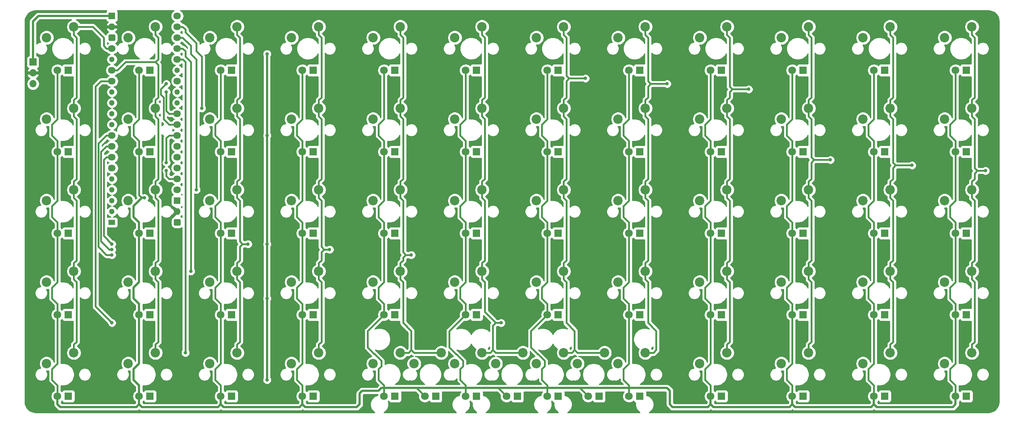
<source format=gtl>
G04 #@! TF.GenerationSoftware,KiCad,Pcbnew,(5.1.4)-1*
G04 #@! TF.CreationDate,2020-10-21T19:16:38-05:00*
G04 #@! TF.ProjectId,Alpha,416c7068-612e-46b6-9963-61645f706362,rev?*
G04 #@! TF.SameCoordinates,Original*
G04 #@! TF.FileFunction,Copper,L1,Top*
G04 #@! TF.FilePolarity,Positive*
%FSLAX46Y46*%
G04 Gerber Fmt 4.6, Leading zero omitted, Abs format (unit mm)*
G04 Created by KiCad (PCBNEW (5.1.4)-1) date 2020-10-21 19:16:38*
%MOMM*%
%LPD*%
G04 APERTURE LIST*
%ADD10R,1.600000X1.600000*%
%ADD11C,0.100000*%
%ADD12C,1.600000*%
%ADD13O,1.600000X1.600000*%
%ADD14O,1.800000X1.500000*%
%ADD15C,1.300000*%
%ADD16R,1.500000X1.300000*%
%ADD17C,2.200000*%
%ADD18R,1.700000X1.700000*%
%ADD19O,1.700000X1.700000*%
%ADD20R,1.800000X1.800000*%
%ADD21C,1.800000*%
%ADD22C,0.800000*%
%ADD23C,0.381000*%
%ADD24C,0.500000*%
%ADD25C,0.750000*%
%ADD26C,0.254000*%
G04 APERTURE END LIST*
D10*
X55245000Y-48260000D03*
D11*
G36*
X70924207Y-95721926D02*
G01*
X70963036Y-95727686D01*
X71001114Y-95737224D01*
X71038073Y-95750448D01*
X71073559Y-95767231D01*
X71107228Y-95787412D01*
X71138757Y-95810796D01*
X71167843Y-95837157D01*
X71194204Y-95866243D01*
X71217588Y-95897772D01*
X71237769Y-95931441D01*
X71254552Y-95966927D01*
X71267776Y-96003886D01*
X71277314Y-96041964D01*
X71283074Y-96080793D01*
X71285000Y-96120000D01*
X71285000Y-96920000D01*
X71283074Y-96959207D01*
X71277314Y-96998036D01*
X71267776Y-97036114D01*
X71254552Y-97073073D01*
X71237769Y-97108559D01*
X71217588Y-97142228D01*
X71194204Y-97173757D01*
X71167843Y-97202843D01*
X71138757Y-97229204D01*
X71107228Y-97252588D01*
X71073559Y-97272769D01*
X71038073Y-97289552D01*
X71001114Y-97302776D01*
X70963036Y-97312314D01*
X70924207Y-97318074D01*
X70885000Y-97320000D01*
X70085000Y-97320000D01*
X70045793Y-97318074D01*
X70006964Y-97312314D01*
X69968886Y-97302776D01*
X69931927Y-97289552D01*
X69896441Y-97272769D01*
X69862772Y-97252588D01*
X69831243Y-97229204D01*
X69802157Y-97202843D01*
X69775796Y-97173757D01*
X69752412Y-97142228D01*
X69732231Y-97108559D01*
X69715448Y-97073073D01*
X69702224Y-97036114D01*
X69692686Y-96998036D01*
X69686926Y-96959207D01*
X69685000Y-96920000D01*
X69685000Y-96120000D01*
X69686926Y-96080793D01*
X69692686Y-96041964D01*
X69702224Y-96003886D01*
X69715448Y-95966927D01*
X69732231Y-95931441D01*
X69752412Y-95897772D01*
X69775796Y-95866243D01*
X69802157Y-95837157D01*
X69831243Y-95810796D01*
X69862772Y-95787412D01*
X69896441Y-95767231D01*
X69931927Y-95750448D01*
X69968886Y-95737224D01*
X70006964Y-95727686D01*
X70045793Y-95721926D01*
X70085000Y-95720000D01*
X70885000Y-95720000D01*
X70924207Y-95721926D01*
X70924207Y-95721926D01*
G37*
D12*
X70485000Y-96520000D03*
D13*
X55245000Y-50800000D03*
X70485000Y-93980000D03*
D11*
G36*
X55684207Y-52541926D02*
G01*
X55723036Y-52547686D01*
X55761114Y-52557224D01*
X55798073Y-52570448D01*
X55833559Y-52587231D01*
X55867228Y-52607412D01*
X55898757Y-52630796D01*
X55927843Y-52657157D01*
X55954204Y-52686243D01*
X55977588Y-52717772D01*
X55997769Y-52751441D01*
X56014552Y-52786927D01*
X56027776Y-52823886D01*
X56037314Y-52861964D01*
X56043074Y-52900793D01*
X56045000Y-52940000D01*
X56045000Y-53740000D01*
X56043074Y-53779207D01*
X56037314Y-53818036D01*
X56027776Y-53856114D01*
X56014552Y-53893073D01*
X55997769Y-53928559D01*
X55977588Y-53962228D01*
X55954204Y-53993757D01*
X55927843Y-54022843D01*
X55898757Y-54049204D01*
X55867228Y-54072588D01*
X55833559Y-54092769D01*
X55798073Y-54109552D01*
X55761114Y-54122776D01*
X55723036Y-54132314D01*
X55684207Y-54138074D01*
X55645000Y-54140000D01*
X54845000Y-54140000D01*
X54805793Y-54138074D01*
X54766964Y-54132314D01*
X54728886Y-54122776D01*
X54691927Y-54109552D01*
X54656441Y-54092769D01*
X54622772Y-54072588D01*
X54591243Y-54049204D01*
X54562157Y-54022843D01*
X54535796Y-53993757D01*
X54512412Y-53962228D01*
X54492231Y-53928559D01*
X54475448Y-53893073D01*
X54462224Y-53856114D01*
X54452686Y-53818036D01*
X54446926Y-53779207D01*
X54445000Y-53740000D01*
X54445000Y-52940000D01*
X54446926Y-52900793D01*
X54452686Y-52861964D01*
X54462224Y-52823886D01*
X54475448Y-52786927D01*
X54492231Y-52751441D01*
X54512412Y-52717772D01*
X54535796Y-52686243D01*
X54562157Y-52657157D01*
X54591243Y-52630796D01*
X54622772Y-52607412D01*
X54656441Y-52587231D01*
X54691927Y-52570448D01*
X54728886Y-52557224D01*
X54766964Y-52547686D01*
X54805793Y-52541926D01*
X54845000Y-52540000D01*
X55645000Y-52540000D01*
X55684207Y-52541926D01*
X55684207Y-52541926D01*
G37*
D12*
X55245000Y-53340000D03*
D10*
X70485000Y-91440000D03*
D14*
X55245000Y-55880000D03*
X70485000Y-88900000D03*
D15*
X55245000Y-58420000D03*
D14*
X70485000Y-86360000D03*
X55245000Y-60960000D03*
X70485000Y-83820000D03*
X55245000Y-63500000D03*
X70485000Y-81280000D03*
D15*
X55245000Y-66040000D03*
D14*
X70485000Y-78740000D03*
D15*
X55245000Y-68580000D03*
D14*
X70485000Y-76200000D03*
D15*
X55245000Y-71120000D03*
D14*
X70485000Y-73660000D03*
D15*
X55245000Y-73660000D03*
D14*
X70485000Y-71120000D03*
X55245000Y-76200000D03*
D15*
X70485000Y-68580000D03*
D14*
X55245000Y-78740000D03*
D15*
X70485000Y-66040000D03*
D14*
X55245000Y-81280000D03*
X70485000Y-63500000D03*
X55245000Y-83820000D03*
D15*
X70485000Y-60960000D03*
X55245000Y-86360000D03*
D14*
X70485000Y-58420000D03*
D15*
X55245000Y-88900000D03*
D14*
X70485000Y-55880000D03*
D15*
X55245000Y-91440000D03*
D14*
X70485000Y-53340000D03*
D15*
X55245000Y-93980000D03*
D14*
X70485000Y-50800000D03*
D16*
X55245000Y-96520000D03*
D14*
X70485000Y-48260000D03*
D17*
X78105000Y-91440000D03*
X84455000Y-88900000D03*
X97155000Y-91440000D03*
X103505000Y-88900000D03*
X135255000Y-110490000D03*
X141605000Y-107950000D03*
X59055000Y-72390000D03*
X65405000Y-69850000D03*
D18*
X36830000Y-59055000D03*
D19*
X36830000Y-61595000D03*
X36830000Y-64135000D03*
D20*
X168910000Y-137160000D03*
D21*
X166370000Y-137160000D03*
D20*
X149860000Y-137160000D03*
D21*
X147320000Y-137160000D03*
X128270000Y-137160000D03*
D20*
X130810000Y-137160000D03*
D17*
X170180000Y-127000000D03*
X163830000Y-129540000D03*
X151130000Y-127000000D03*
X144780000Y-129540000D03*
X132080000Y-127000000D03*
X125730000Y-129540000D03*
D20*
X254635000Y-137160000D03*
D21*
X252095000Y-137160000D03*
D20*
X235585000Y-137160000D03*
D21*
X233045000Y-137160000D03*
D20*
X216535000Y-137160000D03*
D21*
X213995000Y-137160000D03*
D20*
X197485000Y-137160000D03*
D21*
X194945000Y-137160000D03*
D20*
X178435000Y-137160000D03*
D21*
X175895000Y-137160000D03*
D20*
X159385000Y-137160000D03*
D21*
X156845000Y-137160000D03*
D20*
X140335000Y-137160000D03*
D21*
X137795000Y-137160000D03*
D20*
X121285000Y-137160000D03*
D21*
X118745000Y-137160000D03*
D20*
X102235000Y-137160000D03*
D21*
X99695000Y-137160000D03*
D20*
X83185000Y-137160000D03*
D21*
X80645000Y-137160000D03*
D20*
X64135000Y-137160000D03*
D21*
X61595000Y-137160000D03*
D20*
X45085000Y-137160000D03*
D21*
X42545000Y-137160000D03*
D20*
X254635000Y-118110000D03*
D21*
X252095000Y-118110000D03*
D20*
X235585000Y-118110000D03*
D21*
X233045000Y-118110000D03*
D20*
X216535000Y-118110000D03*
D21*
X213995000Y-118110000D03*
D20*
X197485000Y-118110000D03*
D21*
X194945000Y-118110000D03*
D20*
X178435000Y-118110000D03*
D21*
X175895000Y-118110000D03*
D20*
X159385000Y-118110000D03*
D21*
X156845000Y-118110000D03*
D20*
X140335000Y-118110000D03*
D21*
X137795000Y-118110000D03*
D20*
X121285000Y-118110000D03*
D21*
X118745000Y-118110000D03*
D20*
X102235000Y-118110000D03*
D21*
X99695000Y-118110000D03*
D20*
X83185000Y-118110000D03*
D21*
X80645000Y-118110000D03*
D20*
X64135000Y-118110000D03*
D21*
X61595000Y-118110000D03*
D20*
X45085000Y-118110000D03*
D21*
X42545000Y-118110000D03*
D20*
X254635000Y-99060000D03*
D21*
X252095000Y-99060000D03*
D20*
X235585000Y-99060000D03*
D21*
X233045000Y-99060000D03*
D20*
X216535000Y-99060000D03*
D21*
X213995000Y-99060000D03*
D20*
X197485000Y-99060000D03*
D21*
X194945000Y-99060000D03*
D20*
X178435000Y-99060000D03*
D21*
X175895000Y-99060000D03*
D20*
X159385000Y-99060000D03*
D21*
X156845000Y-99060000D03*
D20*
X140335000Y-99060000D03*
D21*
X137795000Y-99060000D03*
D20*
X121285000Y-99060000D03*
D21*
X118745000Y-99060000D03*
D20*
X102235000Y-99060000D03*
D21*
X99695000Y-99060000D03*
D20*
X83185000Y-99060000D03*
D21*
X80645000Y-99060000D03*
D20*
X64135000Y-99060000D03*
D21*
X61595000Y-99060000D03*
D20*
X45085000Y-99060000D03*
D21*
X42545000Y-99060000D03*
D20*
X254635000Y-80010000D03*
D21*
X252095000Y-80010000D03*
D20*
X235585000Y-80010000D03*
D21*
X233045000Y-80010000D03*
D20*
X216535000Y-80010000D03*
D21*
X213995000Y-80010000D03*
D20*
X197485000Y-80010000D03*
D21*
X194945000Y-80010000D03*
D20*
X178435000Y-80010000D03*
D21*
X175895000Y-80010000D03*
D20*
X159385000Y-80010000D03*
D21*
X156845000Y-80010000D03*
D20*
X140335000Y-80010000D03*
D21*
X137795000Y-80010000D03*
D20*
X121285000Y-80010000D03*
D21*
X118745000Y-80010000D03*
D20*
X102235000Y-80010000D03*
D21*
X99695000Y-80010000D03*
D20*
X83185000Y-80010000D03*
D21*
X80645000Y-80010000D03*
D20*
X64135000Y-80010000D03*
D21*
X61595000Y-80010000D03*
D20*
X45085000Y-80010000D03*
D21*
X42545000Y-80010000D03*
D20*
X254635000Y-60960000D03*
D21*
X252095000Y-60960000D03*
D20*
X235585000Y-60960000D03*
D21*
X233045000Y-60960000D03*
D20*
X216535000Y-60960000D03*
D21*
X213995000Y-60960000D03*
D20*
X197485000Y-60960000D03*
D21*
X194945000Y-60960000D03*
D20*
X178435000Y-60960000D03*
D21*
X175895000Y-60960000D03*
D20*
X159385000Y-60960000D03*
D21*
X156845000Y-60960000D03*
D20*
X140335000Y-60960000D03*
D21*
X137795000Y-60960000D03*
D20*
X121285000Y-60960000D03*
D21*
X118745000Y-60960000D03*
D20*
X102235000Y-60960000D03*
D21*
X99695000Y-60960000D03*
D20*
X83185000Y-60960000D03*
D21*
X80645000Y-60960000D03*
D20*
X64135000Y-60960000D03*
D21*
X61595000Y-60960000D03*
D17*
X249555000Y-129540000D03*
X255905000Y-127000000D03*
X230505000Y-129540000D03*
X236855000Y-127000000D03*
X211455000Y-129540000D03*
X217805000Y-127000000D03*
X192405000Y-129540000D03*
X198755000Y-127000000D03*
X173355000Y-129540000D03*
X179705000Y-127000000D03*
X154305000Y-129540000D03*
X160655000Y-127000000D03*
X135255000Y-129540000D03*
X141605000Y-127000000D03*
X116205000Y-129540000D03*
X122555000Y-127000000D03*
X97155000Y-129540000D03*
X103505000Y-127000000D03*
X78105000Y-129540000D03*
X84455000Y-127000000D03*
X59055000Y-129540000D03*
X65405000Y-127000000D03*
X40005000Y-129540000D03*
X46355000Y-127000000D03*
X249555000Y-110490000D03*
X255905000Y-107950000D03*
X230505000Y-110490000D03*
X236855000Y-107950000D03*
X211455000Y-110490000D03*
X217805000Y-107950000D03*
X192405000Y-110490000D03*
X198755000Y-107950000D03*
X173355000Y-110490000D03*
X179705000Y-107950000D03*
X154305000Y-110490000D03*
X160655000Y-107950000D03*
X116205000Y-110490000D03*
X122555000Y-107950000D03*
X97155000Y-110490000D03*
X103505000Y-107950000D03*
X78105000Y-110490000D03*
X84455000Y-107950000D03*
X59055000Y-110490000D03*
X65405000Y-107950000D03*
X40005000Y-110490000D03*
X46355000Y-107950000D03*
X249555000Y-91440000D03*
X255905000Y-88900000D03*
X230505000Y-91440000D03*
X236855000Y-88900000D03*
X211455000Y-91440000D03*
X217805000Y-88900000D03*
X192405000Y-91440000D03*
X198755000Y-88900000D03*
X173355000Y-91440000D03*
X179705000Y-88900000D03*
X154305000Y-91440000D03*
X160655000Y-88900000D03*
X135255000Y-91440000D03*
X141605000Y-88900000D03*
X116205000Y-91440000D03*
X122555000Y-88900000D03*
X59055000Y-91440000D03*
X65405000Y-88900000D03*
X40005000Y-91440000D03*
X46355000Y-88900000D03*
X249555000Y-72390000D03*
X255905000Y-69850000D03*
X230505000Y-72390000D03*
X236855000Y-69850000D03*
X211455000Y-72390000D03*
X217805000Y-69850000D03*
X192405000Y-72390000D03*
X198755000Y-69850000D03*
X173355000Y-72390000D03*
X179705000Y-69850000D03*
X154305000Y-72390000D03*
X160655000Y-69850000D03*
X135255000Y-72390000D03*
X141605000Y-69850000D03*
X116205000Y-72390000D03*
X122555000Y-69850000D03*
X97155000Y-72390000D03*
X103505000Y-69850000D03*
X78105000Y-72390000D03*
X84455000Y-69850000D03*
X40005000Y-72390000D03*
X46355000Y-69850000D03*
X249555000Y-53340000D03*
X255905000Y-50800000D03*
X230505000Y-53340000D03*
X236855000Y-50800000D03*
X211455000Y-53340000D03*
X217805000Y-50800000D03*
X192405000Y-53340000D03*
X198755000Y-50800000D03*
X173355000Y-53340000D03*
X179705000Y-50800000D03*
X154305000Y-53340000D03*
X160655000Y-50800000D03*
X135255000Y-53340000D03*
X141605000Y-50800000D03*
X116205000Y-53340000D03*
X122555000Y-50800000D03*
X97155000Y-53340000D03*
X103505000Y-50800000D03*
X78105000Y-53340000D03*
X84455000Y-50800000D03*
X59055000Y-53340000D03*
X65405000Y-50800000D03*
X46355000Y-50800000D03*
X40005000Y-53340000D03*
D21*
X42545000Y-60960000D03*
D20*
X45085000Y-60960000D03*
D22*
X72390000Y-127000000D03*
X73660000Y-107950000D03*
X76200000Y-69850000D03*
X74930000Y-88900000D03*
X55245000Y-101600000D03*
X86995000Y-101600000D03*
X106045000Y-102870000D03*
X55245000Y-102870000D03*
X55245000Y-104140000D03*
X125095000Y-104140000D03*
X146050000Y-120015000D03*
X55245000Y-120015000D03*
X165735000Y-62865000D03*
X67945000Y-84455000D03*
X67945000Y-82550000D03*
X67945000Y-66040000D03*
X67945000Y-64135000D03*
X184785000Y-64135000D03*
X203835000Y-65405000D03*
X222885000Y-81915000D03*
X241935000Y-83185000D03*
X259080000Y-84455000D03*
X62865000Y-90805000D03*
X91440000Y-57150000D03*
X91440000Y-76200000D03*
X91440000Y-101600000D03*
X91440000Y-114300000D03*
X91440000Y-133350000D03*
X88265000Y-92075000D03*
X110490000Y-137160000D03*
X187960000Y-137160000D03*
X38735000Y-137160000D03*
X259715000Y-121920000D03*
X259715000Y-66040000D03*
X110490000Y-50800000D03*
X186055000Y-50800000D03*
D23*
X46355000Y-50800000D02*
X46355000Y-52705000D01*
X46355000Y-52705000D02*
X46990000Y-53340000D01*
X46990000Y-53340000D02*
X46990000Y-67310000D01*
X46990000Y-67310000D02*
X46355000Y-67945000D01*
X46355000Y-67945000D02*
X46355000Y-69850000D01*
X42545000Y-60960000D02*
X42545000Y-72390000D01*
X42545000Y-72390000D02*
X41275000Y-73660000D01*
X41275000Y-73660000D02*
X41275000Y-76200000D01*
X41275000Y-76200000D02*
X42545000Y-77470000D01*
X42545000Y-77470000D02*
X42545000Y-80010000D01*
X61595000Y-60960000D02*
X61595000Y-72390000D01*
X80645000Y-60960000D02*
X80645000Y-72390000D01*
X99695000Y-60960000D02*
X99695000Y-72390000D01*
X118745000Y-60960000D02*
X118745000Y-72390000D01*
X137795000Y-60960000D02*
X137795000Y-72390000D01*
X156845000Y-60960000D02*
X156845000Y-72390000D01*
X175895000Y-60960000D02*
X175895000Y-72390000D01*
X194945000Y-60960000D02*
X194945000Y-72390000D01*
X213995000Y-60960000D02*
X213995000Y-72390000D01*
X233045000Y-60960000D02*
X233045000Y-72390000D01*
X252095000Y-60960000D02*
X252095000Y-72390000D01*
X42545000Y-80010000D02*
X42545000Y-91440000D01*
X80645000Y-80010000D02*
X80645000Y-91440000D01*
X99695000Y-80010000D02*
X99695000Y-91440000D01*
X118745000Y-80010000D02*
X118745000Y-91440000D01*
X137795000Y-80010000D02*
X137795000Y-91440000D01*
X156845000Y-80010000D02*
X156845000Y-91440000D01*
X175895000Y-80010000D02*
X175895000Y-91440000D01*
X194945000Y-80010000D02*
X194945000Y-91440000D01*
X213995000Y-80010000D02*
X213995000Y-91440000D01*
X233045000Y-80010000D02*
X233045000Y-91440000D01*
X252095000Y-80010000D02*
X252095000Y-91440000D01*
X42545000Y-99060000D02*
X42545000Y-110490000D01*
D24*
X61595000Y-99060000D02*
X61595000Y-110490000D01*
D23*
X80645000Y-99060000D02*
X80645000Y-110490000D01*
X99695000Y-99060000D02*
X99695000Y-110490000D01*
X118745000Y-99060000D02*
X118745000Y-110490000D01*
X137795000Y-99060000D02*
X137795000Y-110490000D01*
X156845000Y-99060000D02*
X156845000Y-110490000D01*
X175895000Y-99060000D02*
X175895000Y-110490000D01*
X194945000Y-99060000D02*
X194945000Y-110490000D01*
X213995000Y-99060000D02*
X213995000Y-110490000D01*
X233045000Y-99060000D02*
X233045000Y-110490000D01*
X252095000Y-99060000D02*
X252095000Y-110490000D01*
X42545000Y-118110000D02*
X42545000Y-129540000D01*
D24*
X61595000Y-118110000D02*
X61595000Y-129540000D01*
D23*
X80645000Y-118110000D02*
X80645000Y-129540000D01*
X99695000Y-118110000D02*
X99695000Y-129540000D01*
X175895000Y-118110000D02*
X175895000Y-129540000D01*
X194945000Y-118110000D02*
X194945000Y-129540000D01*
X213995000Y-118110000D02*
X213995000Y-129540000D01*
X233045000Y-118110000D02*
X233045000Y-129540000D01*
X252095000Y-118110000D02*
X252095000Y-129540000D01*
X60325000Y-73660000D02*
X60325000Y-76200000D01*
X79375000Y-73660000D02*
X79375000Y-76200000D01*
X98425000Y-73660000D02*
X98425000Y-76200000D01*
X117475000Y-73660000D02*
X117475000Y-76200000D01*
X136525000Y-73660000D02*
X136525000Y-76200000D01*
X155575000Y-73660000D02*
X155575000Y-76200000D01*
X174625000Y-73660000D02*
X174625000Y-76200000D01*
X193675000Y-73660000D02*
X193675000Y-76200000D01*
X212725000Y-73660000D02*
X212725000Y-76200000D01*
X231775000Y-73660000D02*
X231775000Y-76200000D01*
X250825000Y-73660000D02*
X250825000Y-76200000D01*
X41275000Y-92710000D02*
X41275000Y-95250000D01*
D24*
X60325000Y-92710000D02*
X60325000Y-95250000D01*
D23*
X79375000Y-92710000D02*
X79375000Y-95250000D01*
X98425000Y-92710000D02*
X98425000Y-95250000D01*
X117475000Y-92710000D02*
X117475000Y-95250000D01*
X136525000Y-92710000D02*
X136525000Y-95250000D01*
X155575000Y-92710000D02*
X155575000Y-95250000D01*
X174625000Y-92710000D02*
X174625000Y-95250000D01*
X193675000Y-92710000D02*
X193675000Y-95250000D01*
X212725000Y-92710000D02*
X212725000Y-95250000D01*
X231775000Y-92710000D02*
X231775000Y-95250000D01*
X250825000Y-92710000D02*
X250825000Y-95250000D01*
X41275000Y-111760000D02*
X41275000Y-114300000D01*
D24*
X60325000Y-111760000D02*
X60325000Y-114300000D01*
D23*
X79375000Y-111760000D02*
X79375000Y-114300000D01*
X98425000Y-111760000D02*
X98425000Y-114300000D01*
X117475000Y-111760000D02*
X117475000Y-114300000D01*
X136525000Y-111760000D02*
X136525000Y-114300000D01*
X155575000Y-111760000D02*
X155575000Y-114300000D01*
X174625000Y-111760000D02*
X174625000Y-114300000D01*
X193675000Y-111760000D02*
X193675000Y-114300000D01*
X212725000Y-111760000D02*
X212725000Y-114300000D01*
X231775000Y-111760000D02*
X231775000Y-114300000D01*
X250825000Y-111760000D02*
X250825000Y-114300000D01*
X41275000Y-130810000D02*
X41275000Y-133350000D01*
D24*
X60325000Y-130810000D02*
X60325000Y-133350000D01*
D23*
X79375000Y-130810000D02*
X79375000Y-133350000D01*
X98425000Y-130810000D02*
X98425000Y-133350000D01*
X117475000Y-130810000D02*
X117475000Y-133350000D01*
X136525000Y-130810000D02*
X136525000Y-133350000D01*
X155575000Y-130810000D02*
X155575000Y-133350000D01*
X174625000Y-130810000D02*
X174625000Y-133350000D01*
X193675000Y-130810000D02*
X193675000Y-133350000D01*
X212725000Y-130810000D02*
X212725000Y-133350000D01*
X231775000Y-130810000D02*
X231775000Y-133350000D01*
X250825000Y-130810000D02*
X250825000Y-133350000D01*
X60325000Y-76200000D02*
X61595000Y-77470000D01*
X79375000Y-76200000D02*
X80645000Y-77470000D01*
X98425000Y-76200000D02*
X99695000Y-77470000D01*
X117475000Y-76200000D02*
X118745000Y-77470000D01*
X136525000Y-76200000D02*
X137795000Y-77470000D01*
X155575000Y-76200000D02*
X156845000Y-77470000D01*
X174625000Y-76200000D02*
X175895000Y-77470000D01*
X193675000Y-76200000D02*
X194945000Y-77470000D01*
X212725000Y-76200000D02*
X213995000Y-77470000D01*
X231775000Y-76200000D02*
X233045000Y-77470000D01*
X250825000Y-76200000D02*
X252095000Y-77470000D01*
X41275000Y-95250000D02*
X42545000Y-96520000D01*
D24*
X60325000Y-95250000D02*
X61595000Y-96520000D01*
D23*
X79375000Y-95250000D02*
X80645000Y-96520000D01*
X98425000Y-95250000D02*
X99695000Y-96520000D01*
X117475000Y-95250000D02*
X118745000Y-96520000D01*
X136525000Y-95250000D02*
X137795000Y-96520000D01*
X155575000Y-95250000D02*
X156845000Y-96520000D01*
X174625000Y-95250000D02*
X175895000Y-96520000D01*
X193675000Y-95250000D02*
X194945000Y-96520000D01*
X212725000Y-95250000D02*
X213995000Y-96520000D01*
X231775000Y-95250000D02*
X233045000Y-96520000D01*
X250825000Y-95250000D02*
X252095000Y-96520000D01*
X41275000Y-114300000D02*
X42545000Y-115570000D01*
D24*
X60325000Y-114300000D02*
X61595000Y-115570000D01*
D23*
X79375000Y-114300000D02*
X80645000Y-115570000D01*
X98425000Y-114300000D02*
X99695000Y-115570000D01*
X117475000Y-114300000D02*
X118745000Y-115570000D01*
X136525000Y-114300000D02*
X137795000Y-115570000D01*
X155575000Y-114300000D02*
X156845000Y-115570000D01*
X174625000Y-114300000D02*
X175895000Y-115570000D01*
X193675000Y-114300000D02*
X194945000Y-115570000D01*
X212725000Y-114300000D02*
X213995000Y-115570000D01*
X231775000Y-114300000D02*
X233045000Y-115570000D01*
X250825000Y-114300000D02*
X252095000Y-115570000D01*
X41275000Y-133350000D02*
X42545000Y-134620000D01*
D24*
X60325000Y-133350000D02*
X61595000Y-134620000D01*
D23*
X79375000Y-133350000D02*
X80645000Y-134620000D01*
X98425000Y-133350000D02*
X99695000Y-134620000D01*
X117475000Y-133350000D02*
X118745000Y-134620000D01*
X136525000Y-133350000D02*
X137795000Y-134620000D01*
X155575000Y-133350000D02*
X156845000Y-134620000D01*
X174625000Y-133350000D02*
X175895000Y-134620000D01*
X193675000Y-133350000D02*
X194945000Y-134620000D01*
X212725000Y-133350000D02*
X213995000Y-134620000D01*
X231775000Y-133350000D02*
X233045000Y-134620000D01*
X250825000Y-133350000D02*
X252095000Y-134620000D01*
X61595000Y-72390000D02*
X60325000Y-73660000D01*
X80645000Y-72390000D02*
X79375000Y-73660000D01*
X99695000Y-72390000D02*
X98425000Y-73660000D01*
X118745000Y-72390000D02*
X117475000Y-73660000D01*
X137795000Y-72390000D02*
X136525000Y-73660000D01*
X156845000Y-72390000D02*
X155575000Y-73660000D01*
X175895000Y-72390000D02*
X174625000Y-73660000D01*
X194945000Y-72390000D02*
X193675000Y-73660000D01*
X213995000Y-72390000D02*
X212725000Y-73660000D01*
X233045000Y-72390000D02*
X231775000Y-73660000D01*
X252095000Y-72390000D02*
X250825000Y-73660000D01*
X42545000Y-91440000D02*
X41275000Y-92710000D01*
X80645000Y-91440000D02*
X79375000Y-92710000D01*
X99695000Y-91440000D02*
X98425000Y-92710000D01*
X118745000Y-91440000D02*
X117475000Y-92710000D01*
X137795000Y-91440000D02*
X136525000Y-92710000D01*
X156845000Y-91440000D02*
X155575000Y-92710000D01*
X175895000Y-91440000D02*
X174625000Y-92710000D01*
X194945000Y-91440000D02*
X193675000Y-92710000D01*
X213995000Y-91440000D02*
X212725000Y-92710000D01*
X233045000Y-91440000D02*
X231775000Y-92710000D01*
X252095000Y-91440000D02*
X250825000Y-92710000D01*
X42545000Y-110490000D02*
X41275000Y-111760000D01*
D24*
X61595000Y-110490000D02*
X60325000Y-111760000D01*
D23*
X80645000Y-110490000D02*
X79375000Y-111760000D01*
X99695000Y-110490000D02*
X98425000Y-111760000D01*
X118745000Y-110490000D02*
X117475000Y-111760000D01*
X137795000Y-110490000D02*
X136525000Y-111760000D01*
X156845000Y-110490000D02*
X155575000Y-111760000D01*
X175895000Y-110490000D02*
X174625000Y-111760000D01*
X194945000Y-110490000D02*
X193675000Y-111760000D01*
X213995000Y-110490000D02*
X212725000Y-111760000D01*
X233045000Y-110490000D02*
X231775000Y-111760000D01*
X252095000Y-110490000D02*
X250825000Y-111760000D01*
X42545000Y-129540000D02*
X41275000Y-130810000D01*
D24*
X61595000Y-129540000D02*
X60325000Y-130810000D01*
D23*
X80645000Y-129540000D02*
X79375000Y-130810000D01*
X99695000Y-129540000D02*
X98425000Y-130810000D01*
X175895000Y-129540000D02*
X174625000Y-130810000D01*
X194945000Y-129540000D02*
X193675000Y-130810000D01*
X213995000Y-129540000D02*
X212725000Y-130810000D01*
X233045000Y-129540000D02*
X231775000Y-130810000D01*
X252095000Y-129540000D02*
X250825000Y-130810000D01*
X61595000Y-77470000D02*
X61595000Y-80010000D01*
X80645000Y-77470000D02*
X80645000Y-80010000D01*
X99695000Y-77470000D02*
X99695000Y-80010000D01*
X118745000Y-77470000D02*
X118745000Y-80010000D01*
X137795000Y-77470000D02*
X137795000Y-80010000D01*
X156845000Y-77470000D02*
X156845000Y-80010000D01*
X175895000Y-77470000D02*
X175895000Y-80010000D01*
X194945000Y-77470000D02*
X194945000Y-80010000D01*
X213995000Y-77470000D02*
X213995000Y-80010000D01*
X233045000Y-77470000D02*
X233045000Y-80010000D01*
X252095000Y-77470000D02*
X252095000Y-80010000D01*
X42545000Y-96520000D02*
X42545000Y-99060000D01*
D24*
X61595000Y-96520000D02*
X61595000Y-99060000D01*
D23*
X80645000Y-96520000D02*
X80645000Y-99060000D01*
X99695000Y-96520000D02*
X99695000Y-99060000D01*
X118745000Y-96520000D02*
X118745000Y-99060000D01*
X137795000Y-96520000D02*
X137795000Y-99060000D01*
X156845000Y-96520000D02*
X156845000Y-99060000D01*
X175895000Y-96520000D02*
X175895000Y-99060000D01*
X194945000Y-96520000D02*
X194945000Y-99060000D01*
X213995000Y-96520000D02*
X213995000Y-99060000D01*
X233045000Y-96520000D02*
X233045000Y-99060000D01*
X252095000Y-96520000D02*
X252095000Y-99060000D01*
X42545000Y-115570000D02*
X42545000Y-118110000D01*
D24*
X61595000Y-115570000D02*
X61595000Y-118110000D01*
D23*
X80645000Y-115570000D02*
X80645000Y-118110000D01*
X99695000Y-115570000D02*
X99695000Y-118110000D01*
X118745000Y-115570000D02*
X118745000Y-118110000D01*
X137795000Y-115570000D02*
X137795000Y-118110000D01*
X156845000Y-115570000D02*
X156845000Y-118110000D01*
X175895000Y-115570000D02*
X175895000Y-118110000D01*
X194945000Y-115570000D02*
X194945000Y-118110000D01*
X213995000Y-115570000D02*
X213995000Y-118110000D01*
X233045000Y-115570000D02*
X233045000Y-118110000D01*
X252095000Y-115570000D02*
X252095000Y-118110000D01*
X42545000Y-134620000D02*
X42545000Y-137160000D01*
D24*
X61595000Y-134620000D02*
X61595000Y-137160000D01*
D23*
X80645000Y-134620000D02*
X80645000Y-137160000D01*
X99695000Y-134620000D02*
X99695000Y-137160000D01*
X137795000Y-134620000D02*
X137795000Y-137160000D01*
X156845000Y-134620000D02*
X156845000Y-137160000D01*
X194945000Y-134620000D02*
X194945000Y-137160000D01*
X213995000Y-134620000D02*
X213995000Y-137160000D01*
X233045000Y-134620000D02*
X233045000Y-137160000D01*
X252095000Y-134620000D02*
X252095000Y-137160000D01*
X65405000Y-52705000D02*
X66040000Y-53340000D01*
X84455000Y-52705000D02*
X85090000Y-53340000D01*
X103505000Y-52705000D02*
X104140000Y-53340000D01*
X122555000Y-52705000D02*
X123190000Y-53340000D01*
X141605000Y-52705000D02*
X142240000Y-53340000D01*
X160655000Y-52705000D02*
X161290000Y-53340000D01*
X179705000Y-52705000D02*
X180340000Y-53340000D01*
X198755000Y-52705000D02*
X199390000Y-53340000D01*
X217805000Y-52705000D02*
X218440000Y-53340000D01*
X236855000Y-52705000D02*
X237490000Y-53340000D01*
X255905000Y-52705000D02*
X256540000Y-53340000D01*
X46355000Y-71755000D02*
X46990000Y-72390000D01*
X65405000Y-71755000D02*
X66040000Y-72390000D01*
X84455000Y-71755000D02*
X85090000Y-72390000D01*
X103505000Y-71755000D02*
X104140000Y-72390000D01*
X122555000Y-71755000D02*
X123190000Y-72390000D01*
X141605000Y-71755000D02*
X142240000Y-72390000D01*
X160655000Y-71755000D02*
X161290000Y-72390000D01*
X179705000Y-71755000D02*
X180340000Y-72390000D01*
X198755000Y-71755000D02*
X199390000Y-72390000D01*
X217805000Y-71755000D02*
X218440000Y-72390000D01*
X236855000Y-71755000D02*
X237490000Y-72390000D01*
X255905000Y-71755000D02*
X256540000Y-72390000D01*
X46355000Y-90805000D02*
X46990000Y-91440000D01*
X65405000Y-90805000D02*
X66040000Y-91440000D01*
X122555000Y-90805000D02*
X123190000Y-91440000D01*
X141605000Y-90805000D02*
X142240000Y-91440000D01*
X160655000Y-90805000D02*
X161290000Y-91440000D01*
X179705000Y-90805000D02*
X180340000Y-91440000D01*
X198755000Y-90805000D02*
X199390000Y-91440000D01*
X217805000Y-90805000D02*
X218440000Y-91440000D01*
X236855000Y-90805000D02*
X237490000Y-91440000D01*
X255905000Y-90805000D02*
X256540000Y-91440000D01*
X46355000Y-109855000D02*
X46990000Y-110490000D01*
X65405000Y-109855000D02*
X66040000Y-110490000D01*
X84455000Y-109855000D02*
X85090000Y-110490000D01*
X103505000Y-109855000D02*
X104140000Y-110490000D01*
X122555000Y-109855000D02*
X123190000Y-110490000D01*
X141605000Y-109855000D02*
X142240000Y-110490000D01*
X160655000Y-109855000D02*
X161290000Y-110490000D01*
X179705000Y-109855000D02*
X180340000Y-110490000D01*
X198755000Y-109855000D02*
X199390000Y-110490000D01*
X217805000Y-109855000D02*
X218440000Y-110490000D01*
X236855000Y-109855000D02*
X237490000Y-110490000D01*
X255905000Y-109855000D02*
X256540000Y-110490000D01*
X65405000Y-50800000D02*
X65405000Y-52705000D01*
X84455000Y-50800000D02*
X84455000Y-52705000D01*
X103505000Y-50800000D02*
X103505000Y-52705000D01*
X122555000Y-50800000D02*
X122555000Y-52705000D01*
X141605000Y-50800000D02*
X141605000Y-52705000D01*
X160655000Y-50800000D02*
X160655000Y-52705000D01*
X179705000Y-50800000D02*
X179705000Y-52705000D01*
X198755000Y-50800000D02*
X198755000Y-52705000D01*
X217805000Y-50800000D02*
X217805000Y-52705000D01*
X236855000Y-50800000D02*
X236855000Y-52705000D01*
X255905000Y-50800000D02*
X255905000Y-52705000D01*
X46355000Y-69850000D02*
X46355000Y-71755000D01*
X65405000Y-69850000D02*
X65405000Y-71755000D01*
X84455000Y-69850000D02*
X84455000Y-71755000D01*
X103505000Y-69850000D02*
X103505000Y-71755000D01*
X122555000Y-69850000D02*
X122555000Y-71755000D01*
X141605000Y-69850000D02*
X141605000Y-71755000D01*
X160655000Y-69850000D02*
X160655000Y-71755000D01*
X179705000Y-69850000D02*
X179705000Y-71755000D01*
X198755000Y-69850000D02*
X198755000Y-71755000D01*
X217805000Y-69850000D02*
X217805000Y-71755000D01*
X236855000Y-69850000D02*
X236855000Y-71755000D01*
X255905000Y-69850000D02*
X255905000Y-71755000D01*
X46355000Y-88900000D02*
X46355000Y-90805000D01*
X65405000Y-88900000D02*
X65405000Y-90805000D01*
X122555000Y-88900000D02*
X122555000Y-90805000D01*
X141605000Y-88900000D02*
X141605000Y-90805000D01*
X160655000Y-88900000D02*
X160655000Y-90805000D01*
X179705000Y-88900000D02*
X179705000Y-90805000D01*
X198755000Y-88900000D02*
X198755000Y-90805000D01*
X217805000Y-88900000D02*
X217805000Y-90805000D01*
X236855000Y-88900000D02*
X236855000Y-90805000D01*
X255905000Y-88900000D02*
X255905000Y-90805000D01*
X46355000Y-107950000D02*
X46355000Y-109855000D01*
X65405000Y-107950000D02*
X65405000Y-109855000D01*
X84455000Y-107950000D02*
X84455000Y-109855000D01*
X103505000Y-107950000D02*
X103505000Y-109855000D01*
X122555000Y-107950000D02*
X122555000Y-109855000D01*
X141605000Y-107950000D02*
X141605000Y-109855000D01*
X160655000Y-107950000D02*
X160655000Y-109855000D01*
X179705000Y-107950000D02*
X179705000Y-109855000D01*
X198755000Y-107950000D02*
X198755000Y-109855000D01*
X217805000Y-107950000D02*
X217805000Y-109855000D01*
X236855000Y-107950000D02*
X236855000Y-109855000D01*
X255905000Y-107950000D02*
X255905000Y-109855000D01*
X85090000Y-53340000D02*
X85090000Y-67310000D01*
X104140000Y-53340000D02*
X104140000Y-67310000D01*
X123190000Y-53340000D02*
X123190000Y-67310000D01*
X142240000Y-53340000D02*
X142240000Y-67310000D01*
X218440000Y-53340000D02*
X218440000Y-67310000D01*
X237490000Y-53340000D02*
X237490000Y-67310000D01*
X256540000Y-53340000D02*
X256540000Y-67310000D01*
X46990000Y-72390000D02*
X46990000Y-86360000D01*
X66040000Y-72390000D02*
X66040000Y-86360000D01*
X85090000Y-72390000D02*
X85090000Y-86360000D01*
X104140000Y-72390000D02*
X104140000Y-86360000D01*
X123190000Y-72390000D02*
X123190000Y-86360000D01*
X142240000Y-72390000D02*
X142240000Y-86360000D01*
X161290000Y-72390000D02*
X161290000Y-86360000D01*
X180340000Y-72390000D02*
X180340000Y-86360000D01*
X199390000Y-72390000D02*
X199390000Y-86360000D01*
X46990000Y-91440000D02*
X46990000Y-105410000D01*
X66040000Y-91440000D02*
X66040000Y-105410000D01*
X142240000Y-91440000D02*
X142240000Y-105410000D01*
X161290000Y-91440000D02*
X161290000Y-105410000D01*
X180340000Y-91440000D02*
X180340000Y-105410000D01*
X199390000Y-91440000D02*
X199390000Y-105410000D01*
X218440000Y-91440000D02*
X218440000Y-105410000D01*
X237490000Y-91440000D02*
X237490000Y-105410000D01*
X256540000Y-91440000D02*
X256540000Y-105410000D01*
X46990000Y-110490000D02*
X46990000Y-124460000D01*
X66040000Y-110490000D02*
X66040000Y-124460000D01*
X85090000Y-110490000D02*
X85090000Y-124460000D01*
X104140000Y-110490000D02*
X104140000Y-124460000D01*
X199390000Y-110490000D02*
X199390000Y-124460000D01*
X218440000Y-110490000D02*
X218440000Y-124460000D01*
X237490000Y-110490000D02*
X237490000Y-124460000D01*
X256540000Y-110490000D02*
X256540000Y-124460000D01*
X66040000Y-67310000D02*
X65405000Y-67945000D01*
X85090000Y-67310000D02*
X84455000Y-67945000D01*
X104140000Y-67310000D02*
X103505000Y-67945000D01*
X123190000Y-67310000D02*
X122555000Y-67945000D01*
X142240000Y-67310000D02*
X141605000Y-67945000D01*
X161290000Y-67310000D02*
X160655000Y-67945000D01*
X180340000Y-67310000D02*
X179705000Y-67945000D01*
X199390000Y-67310000D02*
X198755000Y-67945000D01*
X218440000Y-67310000D02*
X217805000Y-67945000D01*
X237490000Y-67310000D02*
X236855000Y-67945000D01*
X256540000Y-67310000D02*
X255905000Y-67945000D01*
X46990000Y-86360000D02*
X46355000Y-86995000D01*
X66040000Y-86360000D02*
X65405000Y-86995000D01*
X85090000Y-86360000D02*
X84455000Y-86995000D01*
X104140000Y-86360000D02*
X103505000Y-86995000D01*
X123190000Y-86360000D02*
X122555000Y-86995000D01*
X142240000Y-86360000D02*
X141605000Y-86995000D01*
X161290000Y-86360000D02*
X160655000Y-86995000D01*
X180340000Y-86360000D02*
X179705000Y-86995000D01*
X199390000Y-86360000D02*
X198755000Y-86995000D01*
X218440000Y-86360000D02*
X217805000Y-86995000D01*
X237490000Y-86360000D02*
X236855000Y-86995000D01*
X256540000Y-86360000D02*
X255905000Y-86995000D01*
X46990000Y-105410000D02*
X46355000Y-106045000D01*
X66040000Y-105410000D02*
X65405000Y-106045000D01*
X85090000Y-105410000D02*
X84455000Y-106045000D01*
X104140000Y-105410000D02*
X103505000Y-106045000D01*
X123190000Y-105410000D02*
X122555000Y-106045000D01*
X142240000Y-105410000D02*
X141605000Y-106045000D01*
X161290000Y-105410000D02*
X160655000Y-106045000D01*
X180340000Y-105410000D02*
X179705000Y-106045000D01*
X199390000Y-105410000D02*
X198755000Y-106045000D01*
X218440000Y-105410000D02*
X217805000Y-106045000D01*
X237490000Y-105410000D02*
X236855000Y-106045000D01*
X256540000Y-105410000D02*
X255905000Y-106045000D01*
X46990000Y-124460000D02*
X46355000Y-125095000D01*
X66040000Y-124460000D02*
X65405000Y-125095000D01*
X85090000Y-124460000D02*
X84455000Y-125095000D01*
X104140000Y-124460000D02*
X103505000Y-125095000D01*
X199390000Y-124460000D02*
X198755000Y-125095000D01*
X218440000Y-124460000D02*
X217805000Y-125095000D01*
X237490000Y-124460000D02*
X236855000Y-125095000D01*
X256540000Y-124460000D02*
X255905000Y-125095000D01*
X65405000Y-67945000D02*
X65405000Y-69850000D01*
X84455000Y-67945000D02*
X84455000Y-69850000D01*
X103505000Y-67945000D02*
X103505000Y-69850000D01*
X122555000Y-67945000D02*
X122555000Y-69850000D01*
X141605000Y-67945000D02*
X141605000Y-69850000D01*
X160655000Y-67945000D02*
X160655000Y-69850000D01*
X179705000Y-67945000D02*
X179705000Y-69850000D01*
X198755000Y-67945000D02*
X198755000Y-69850000D01*
X217805000Y-67945000D02*
X217805000Y-69850000D01*
X236855000Y-67945000D02*
X236855000Y-69850000D01*
X255905000Y-67945000D02*
X255905000Y-69850000D01*
X46355000Y-86995000D02*
X46355000Y-88900000D01*
X65405000Y-86995000D02*
X65405000Y-88900000D01*
X84455000Y-86995000D02*
X84455000Y-88900000D01*
X103505000Y-86995000D02*
X103505000Y-88900000D01*
X122555000Y-86995000D02*
X122555000Y-88900000D01*
X141605000Y-86995000D02*
X141605000Y-88900000D01*
X160655000Y-86995000D02*
X160655000Y-88900000D01*
X179705000Y-86995000D02*
X179705000Y-88900000D01*
X198755000Y-86995000D02*
X198755000Y-88900000D01*
X217805000Y-86995000D02*
X217805000Y-88900000D01*
X236855000Y-86995000D02*
X236855000Y-88900000D01*
X255905000Y-86995000D02*
X255905000Y-88900000D01*
X46355000Y-106045000D02*
X46355000Y-107950000D01*
X65405000Y-106045000D02*
X65405000Y-107950000D01*
X84455000Y-106045000D02*
X84455000Y-107950000D01*
X103505000Y-106045000D02*
X103505000Y-107950000D01*
X122555000Y-106045000D02*
X122555000Y-107950000D01*
X141605000Y-106045000D02*
X141605000Y-107950000D01*
X160655000Y-106045000D02*
X160655000Y-107950000D01*
X179705000Y-106045000D02*
X179705000Y-107950000D01*
X198755000Y-106045000D02*
X198755000Y-107950000D01*
X217805000Y-106045000D02*
X217805000Y-107950000D01*
X236855000Y-106045000D02*
X236855000Y-107950000D01*
X255905000Y-106045000D02*
X255905000Y-107950000D01*
X46355000Y-125095000D02*
X46355000Y-127000000D01*
X65405000Y-125095000D02*
X65405000Y-127000000D01*
X84455000Y-125095000D02*
X84455000Y-127000000D01*
X103505000Y-125095000D02*
X103505000Y-127000000D01*
X198755000Y-125095000D02*
X198755000Y-127000000D01*
X217805000Y-125095000D02*
X217805000Y-127000000D01*
X236855000Y-125095000D02*
X236855000Y-127000000D01*
X255905000Y-125095000D02*
X255905000Y-127000000D01*
X117475000Y-130810000D02*
X118110000Y-130175000D01*
X118110000Y-130175000D02*
X118110000Y-128905000D01*
X118110000Y-128905000D02*
X114935000Y-125730000D01*
X114935000Y-125730000D02*
X114935000Y-121920000D01*
X114935000Y-121920000D02*
X118745000Y-118110000D01*
X137160000Y-130175000D02*
X137160000Y-128905000D01*
X156210000Y-130175000D02*
X156210000Y-128905000D01*
X136525000Y-130810000D02*
X137160000Y-130175000D01*
X155575000Y-130810000D02*
X156210000Y-130175000D01*
X133985000Y-125730000D02*
X133985000Y-121920000D01*
X153035000Y-125730000D02*
X153035000Y-121920000D01*
X133985000Y-121920000D02*
X137795000Y-118110000D01*
X153035000Y-121920000D02*
X156845000Y-118110000D01*
X137160000Y-128905000D02*
X133985000Y-125730000D01*
X156210000Y-128905000D02*
X153035000Y-125730000D01*
X141605000Y-127000000D02*
X143510000Y-127000000D01*
X143510000Y-127000000D02*
X144145000Y-126365000D01*
X182245000Y-121920000D02*
X180340000Y-120015000D01*
X182245000Y-126365000D02*
X182245000Y-121920000D01*
X162560000Y-127000000D02*
X163195000Y-126365000D01*
X181610000Y-127000000D02*
X182245000Y-126365000D01*
X180340000Y-120015000D02*
X180340000Y-110490000D01*
X160655000Y-127000000D02*
X162560000Y-127000000D01*
X179705000Y-127000000D02*
X181610000Y-127000000D01*
X144145000Y-126365000D02*
X144780000Y-127000000D01*
X144780000Y-127000000D02*
X151130000Y-127000000D01*
X163195000Y-126365000D02*
X163830000Y-127000000D01*
X163830000Y-127000000D02*
X170180000Y-127000000D01*
X126365000Y-135255000D02*
X128270000Y-137160000D01*
D24*
X118745000Y-135255000D02*
X126365000Y-135255000D01*
D23*
X118745000Y-135255000D02*
X118745000Y-137160000D01*
X118745000Y-134620000D02*
X118745000Y-135255000D01*
X145415000Y-135255000D02*
X147320000Y-137160000D01*
D24*
X137795000Y-135255000D02*
X145415000Y-135255000D01*
D23*
X164465000Y-135255000D02*
X166370000Y-137160000D01*
D24*
X156845000Y-135255000D02*
X164465000Y-135255000D01*
D23*
X125095000Y-121920000D02*
X123190000Y-120015000D01*
X125095000Y-126365000D02*
X125095000Y-121920000D01*
X124460000Y-127000000D02*
X125095000Y-126365000D01*
X123190000Y-120015000D02*
X123190000Y-110490000D01*
X122555000Y-127000000D02*
X124460000Y-127000000D01*
X125095000Y-126365000D02*
X125730000Y-127000000D01*
X125730000Y-127000000D02*
X132080000Y-127000000D01*
D24*
X55245000Y-48260000D02*
X38100000Y-48260000D01*
X36830000Y-49530000D02*
X36830000Y-59055000D01*
X38100000Y-48260000D02*
X36830000Y-49530000D01*
D23*
X50800000Y-50800000D02*
X53340000Y-53340000D01*
X46355000Y-50800000D02*
X50800000Y-50800000D01*
X55245000Y-55880000D02*
X53975000Y-55880000D01*
X53975000Y-55880000D02*
X53340000Y-55245000D01*
X53340000Y-55245000D02*
X53340000Y-53340000D01*
X55245000Y-60960000D02*
X56515000Y-60960000D01*
X56515000Y-60960000D02*
X58420000Y-59055000D01*
X58420000Y-59055000D02*
X65405000Y-59055000D01*
X65405000Y-59055000D02*
X66040000Y-58420000D01*
X66040000Y-53340000D02*
X66040000Y-58420000D01*
X65405000Y-59055000D02*
X66040000Y-59690000D01*
X66040000Y-59690000D02*
X66040000Y-67310000D01*
X85725000Y-101600000D02*
X85090000Y-102235000D01*
X85725000Y-101600000D02*
X86995000Y-101600000D01*
X104775000Y-102870000D02*
X106045000Y-102870000D01*
X104775000Y-102870000D02*
X104140000Y-103505000D01*
X85090000Y-105410000D02*
X85090000Y-102235000D01*
X84455000Y-90805000D02*
X84455000Y-88900000D01*
X85090000Y-91440000D02*
X84455000Y-90805000D01*
X85725000Y-101600000D02*
X85090000Y-100965000D01*
X85090000Y-100965000D02*
X85090000Y-91440000D01*
X53975000Y-81280000D02*
X55245000Y-81280000D01*
X53340000Y-81915000D02*
X53975000Y-81280000D01*
X55245000Y-101600000D02*
X53340000Y-99695000D01*
X53340000Y-99695000D02*
X53340000Y-81915000D01*
X53975000Y-78740000D02*
X55245000Y-78740000D01*
X52705000Y-80010000D02*
X53975000Y-78740000D01*
X52705000Y-100965000D02*
X52705000Y-80010000D01*
X55245000Y-102870000D02*
X54610000Y-102870000D01*
X54610000Y-102870000D02*
X52705000Y-100965000D01*
X53975000Y-76200000D02*
X55245000Y-76200000D01*
X52070000Y-78105000D02*
X53975000Y-76200000D01*
X52070000Y-102235000D02*
X52070000Y-78105000D01*
X55245000Y-104140000D02*
X53975000Y-104140000D01*
X53975000Y-104140000D02*
X52070000Y-102235000D01*
X103505000Y-90805000D02*
X103505000Y-88900000D01*
X104140000Y-91440000D02*
X103505000Y-90805000D01*
X104775000Y-102870000D02*
X104140000Y-102235000D01*
X104140000Y-102235000D02*
X104140000Y-91440000D01*
X104140000Y-103505000D02*
X104140000Y-105410000D01*
X123825000Y-104140000D02*
X123190000Y-103505000D01*
X123825000Y-104140000D02*
X123190000Y-104775000D01*
X123825000Y-104140000D02*
X125095000Y-104140000D01*
X123190000Y-105410000D02*
X123190000Y-104775000D01*
X123190000Y-103505000D02*
X123190000Y-91440000D01*
X144780000Y-120015000D02*
X144145000Y-120650000D01*
X144780000Y-120015000D02*
X146050000Y-120015000D01*
X144780000Y-120015000D02*
X142240000Y-117475000D01*
X51435000Y-64770000D02*
X52705000Y-63500000D01*
X52705000Y-63500000D02*
X55245000Y-63500000D01*
X163195000Y-126365000D02*
X163195000Y-121920000D01*
X161290000Y-120015000D02*
X161290000Y-110490000D01*
X163195000Y-121920000D02*
X161290000Y-120015000D01*
X144145000Y-126365000D02*
X144145000Y-120650000D01*
X142240000Y-117475000D02*
X142240000Y-110490000D01*
X55245000Y-120015000D02*
X51435000Y-116205000D01*
X51435000Y-116205000D02*
X51435000Y-64770000D01*
X161925000Y-62865000D02*
X161290000Y-63500000D01*
X161925000Y-62865000D02*
X161290000Y-62230000D01*
X161290000Y-53340000D02*
X161290000Y-62230000D01*
X161290000Y-67310000D02*
X161290000Y-63500000D01*
X165735000Y-62865000D02*
X161925000Y-62865000D01*
X71755000Y-53340000D02*
X70485000Y-53340000D01*
X73660000Y-55245000D02*
X71755000Y-53340000D01*
X73660000Y-57150000D02*
X73660000Y-55245000D01*
X74930000Y-88900000D02*
X74930000Y-58420000D01*
X74930000Y-58420000D02*
X73660000Y-57150000D01*
X71755000Y-50800000D02*
X70485000Y-50800000D01*
X76200000Y-57785000D02*
X74930000Y-56515000D01*
X76200000Y-69850000D02*
X76200000Y-57785000D01*
X74930000Y-56515000D02*
X74930000Y-54610000D01*
X74930000Y-54610000D02*
X72390000Y-52070000D01*
X72390000Y-52070000D02*
X72390000Y-51435000D01*
X72390000Y-51435000D02*
X71755000Y-50800000D01*
X71755000Y-55880000D02*
X70485000Y-55880000D01*
X72390000Y-56515000D02*
X71755000Y-55880000D01*
X72390000Y-57785000D02*
X72390000Y-56515000D01*
X73660000Y-107950000D02*
X73660000Y-59055000D01*
X73660000Y-59055000D02*
X72390000Y-57785000D01*
X71766000Y-58420000D02*
X70485000Y-58420000D01*
X72390000Y-127000000D02*
X72390000Y-59044000D01*
X72390000Y-59044000D02*
X71766000Y-58420000D01*
X68580000Y-86360000D02*
X70485000Y-86360000D01*
X67945000Y-85725000D02*
X68580000Y-86360000D01*
X69850000Y-83820000D02*
X70485000Y-83820000D01*
X67945000Y-85725000D02*
X67945000Y-84455000D01*
X68580000Y-76200000D02*
X70485000Y-76200000D01*
X67945000Y-82550000D02*
X67945000Y-76835000D01*
X67945000Y-76835000D02*
X68580000Y-76200000D01*
X67945000Y-64135000D02*
X66675000Y-65405000D01*
X66675000Y-65405000D02*
X66675000Y-66675000D01*
X66675000Y-66675000D02*
X67310000Y-67310000D01*
X70485000Y-73660000D02*
X68580000Y-73660000D01*
X68580000Y-73660000D02*
X67310000Y-72390000D01*
X67310000Y-67310000D02*
X67310000Y-72390000D01*
X67945000Y-66040000D02*
X67945000Y-70485000D01*
X67945000Y-70485000D02*
X68580000Y-71120000D01*
X68580000Y-71120000D02*
X70485000Y-71120000D01*
X180975000Y-64135000D02*
X180340000Y-63500000D01*
X184785000Y-64135000D02*
X180975000Y-64135000D01*
X180975000Y-64135000D02*
X180340000Y-64770000D01*
X200025000Y-65405000D02*
X199390000Y-64770000D01*
X203835000Y-65405000D02*
X200025000Y-65405000D01*
X200025000Y-65405000D02*
X199390000Y-66040000D01*
X219075000Y-81915000D02*
X218440000Y-81280000D01*
X222885000Y-81915000D02*
X219075000Y-81915000D01*
X219075000Y-81915000D02*
X218440000Y-82550000D01*
X238125000Y-83185000D02*
X237490000Y-82550000D01*
X241935000Y-83185000D02*
X238125000Y-83185000D01*
X238125000Y-83185000D02*
X237490000Y-83820000D01*
X257175000Y-84455000D02*
X256540000Y-83820000D01*
X257175000Y-84455000D02*
X256540000Y-85090000D01*
X180340000Y-53340000D02*
X180340000Y-63500000D01*
X180340000Y-64770000D02*
X180340000Y-67310000D01*
X199390000Y-53340000D02*
X199390000Y-64770000D01*
X199390000Y-66040000D02*
X199390000Y-67310000D01*
X218440000Y-82550000D02*
X218440000Y-86360000D01*
X218440000Y-81280000D02*
X218440000Y-72390000D01*
X237490000Y-86360000D02*
X237490000Y-83820000D01*
X237490000Y-82550000D02*
X237490000Y-72390000D01*
X256540000Y-86360000D02*
X256540000Y-85090000D01*
X256540000Y-83820000D02*
X256540000Y-72390000D01*
X257175000Y-84455000D02*
X259080000Y-84455000D01*
D24*
X42545000Y-137160000D02*
X42545000Y-139065000D01*
X42545000Y-139065000D02*
X43180000Y-139700000D01*
X43180000Y-139700000D02*
X60960000Y-139700000D01*
X60960000Y-139700000D02*
X61595000Y-139065000D01*
X61595000Y-139065000D02*
X61595000Y-137160000D01*
X61595000Y-139065000D02*
X62230000Y-139700000D01*
X62230000Y-139700000D02*
X80010000Y-139700000D01*
X80010000Y-139700000D02*
X80645000Y-139065000D01*
X80645000Y-139065000D02*
X80645000Y-137160000D01*
X80645000Y-139065000D02*
X81280000Y-139700000D01*
X81280000Y-139700000D02*
X99060000Y-139700000D01*
X99060000Y-139700000D02*
X99695000Y-139065000D01*
X99695000Y-139065000D02*
X99695000Y-137160000D01*
X99695000Y-139065000D02*
X100330000Y-139700000D01*
X100330000Y-139700000D02*
X112395000Y-139700000D01*
X112395000Y-139700000D02*
X113030000Y-139065000D01*
X113030000Y-139065000D02*
X113030000Y-136525000D01*
X113030000Y-136525000D02*
X113665000Y-135890000D01*
X113665000Y-135890000D02*
X117475000Y-135890000D01*
X117475000Y-135890000D02*
X118110000Y-135255000D01*
X118110000Y-135255000D02*
X118745000Y-135255000D01*
X126365000Y-135255000D02*
X137795000Y-135255000D01*
X145415000Y-135255000D02*
X156845000Y-135255000D01*
X164465000Y-135255000D02*
X175895000Y-135255000D01*
D23*
X175895000Y-134620000D02*
X175895000Y-135255000D01*
X175895000Y-135255000D02*
X175895000Y-137160000D01*
D24*
X175895000Y-135255000D02*
X184785000Y-135255000D01*
X184785000Y-135255000D02*
X185420000Y-135890000D01*
X185420000Y-135890000D02*
X185420000Y-139065000D01*
X185420000Y-139065000D02*
X186055000Y-139700000D01*
X186055000Y-139700000D02*
X194310000Y-139700000D01*
X194310000Y-139700000D02*
X194945000Y-139065000D01*
X194945000Y-139065000D02*
X194945000Y-137160000D01*
X194945000Y-139065000D02*
X195580000Y-139700000D01*
X195580000Y-139700000D02*
X213360000Y-139700000D01*
X213360000Y-139700000D02*
X213995000Y-139065000D01*
X213995000Y-139065000D02*
X213995000Y-137160000D01*
X213995000Y-139065000D02*
X214630000Y-139700000D01*
X214630000Y-139700000D02*
X232410000Y-139700000D01*
X232410000Y-139700000D02*
X233045000Y-139065000D01*
X233045000Y-139065000D02*
X233045000Y-137160000D01*
X233045000Y-139065000D02*
X233680000Y-139700000D01*
X233680000Y-139700000D02*
X251460000Y-139700000D01*
X251460000Y-139700000D02*
X252095000Y-139065000D01*
X252095000Y-139065000D02*
X252095000Y-137160000D01*
X62865000Y-90805000D02*
X62230000Y-90805000D01*
D23*
X62230000Y-90805000D02*
X61595000Y-90170000D01*
X61595000Y-80010000D02*
X61595000Y-90170000D01*
D24*
X62230000Y-90805000D02*
X60325000Y-92710000D01*
X91440000Y-133350000D02*
X91440000Y-114300000D01*
X91440000Y-114300000D02*
X91440000Y-101600000D01*
X91440000Y-101600000D02*
X91440000Y-76200000D01*
X91440000Y-76200000D02*
X91440000Y-57150000D01*
D25*
X70485000Y-93980000D02*
X69685001Y-93180001D01*
X70485000Y-93980000D02*
X69685001Y-94779999D01*
X55245000Y-50800000D02*
X53975000Y-50800000D01*
X55245000Y-50800000D02*
X56515000Y-50800000D01*
X36830000Y-61595000D02*
X38100000Y-61595000D01*
X36830000Y-61595000D02*
X35560000Y-61595000D01*
D26*
G36*
X260202884Y-47066002D02*
G01*
X260672188Y-47207694D01*
X261105025Y-47437837D01*
X261484927Y-47747678D01*
X261797403Y-48125397D01*
X262030569Y-48556627D01*
X262175532Y-49024928D01*
X262230001Y-49543163D01*
X262230000Y-138397722D01*
X262178998Y-138917883D01*
X262037307Y-139387186D01*
X261807161Y-139820028D01*
X261497323Y-140199927D01*
X261119600Y-140512406D01*
X260688373Y-140745569D01*
X260220073Y-140890532D01*
X259701847Y-140945000D01*
X180636727Y-140945000D01*
X180916920Y-140757781D01*
X181217781Y-140456920D01*
X181454167Y-140103144D01*
X181616992Y-139710049D01*
X181700000Y-139292741D01*
X181700000Y-138867259D01*
X181616992Y-138449951D01*
X181454167Y-138056856D01*
X181217781Y-137703080D01*
X180916920Y-137402219D01*
X180563144Y-137165833D01*
X180170049Y-137003008D01*
X179973072Y-136963827D01*
X179973072Y-136260000D01*
X179961253Y-136140000D01*
X184418422Y-136140000D01*
X184535000Y-136256579D01*
X184535001Y-139021521D01*
X184530719Y-139065000D01*
X184547805Y-139238490D01*
X184598412Y-139405313D01*
X184680590Y-139559059D01*
X184763468Y-139660046D01*
X184763469Y-139660047D01*
X184791184Y-139693817D01*
X184824951Y-139721529D01*
X185398470Y-140295049D01*
X185426183Y-140328817D01*
X185459951Y-140356530D01*
X185459953Y-140356532D01*
X185560941Y-140439411D01*
X185714686Y-140521589D01*
X185851403Y-140563062D01*
X185881510Y-140572195D01*
X186011523Y-140585000D01*
X186011531Y-140585000D01*
X186055000Y-140589281D01*
X186098469Y-140585000D01*
X194266531Y-140585000D01*
X194310000Y-140589281D01*
X194353469Y-140585000D01*
X194353477Y-140585000D01*
X194483490Y-140572195D01*
X194650313Y-140521589D01*
X194804059Y-140439411D01*
X194938817Y-140328817D01*
X194945000Y-140321283D01*
X194951183Y-140328817D01*
X194984951Y-140356530D01*
X194984953Y-140356532D01*
X195085941Y-140439411D01*
X195239686Y-140521589D01*
X195376403Y-140563062D01*
X195406510Y-140572195D01*
X195536523Y-140585000D01*
X195536531Y-140585000D01*
X195580000Y-140589281D01*
X195623469Y-140585000D01*
X213316531Y-140585000D01*
X213360000Y-140589281D01*
X213403469Y-140585000D01*
X213403477Y-140585000D01*
X213533490Y-140572195D01*
X213700313Y-140521589D01*
X213854059Y-140439411D01*
X213988817Y-140328817D01*
X213995000Y-140321283D01*
X214001183Y-140328817D01*
X214034951Y-140356530D01*
X214034953Y-140356532D01*
X214135941Y-140439411D01*
X214289686Y-140521589D01*
X214426403Y-140563062D01*
X214456510Y-140572195D01*
X214586523Y-140585000D01*
X214586531Y-140585000D01*
X214630000Y-140589281D01*
X214673469Y-140585000D01*
X232366531Y-140585000D01*
X232410000Y-140589281D01*
X232453469Y-140585000D01*
X232453477Y-140585000D01*
X232583490Y-140572195D01*
X232750313Y-140521589D01*
X232904059Y-140439411D01*
X233038817Y-140328817D01*
X233045000Y-140321283D01*
X233051183Y-140328817D01*
X233084951Y-140356530D01*
X233084953Y-140356532D01*
X233185941Y-140439411D01*
X233339686Y-140521589D01*
X233476403Y-140563062D01*
X233506510Y-140572195D01*
X233636523Y-140585000D01*
X233636531Y-140585000D01*
X233680000Y-140589281D01*
X233723469Y-140585000D01*
X251416531Y-140585000D01*
X251460000Y-140589281D01*
X251503469Y-140585000D01*
X251503477Y-140585000D01*
X251633490Y-140572195D01*
X251800313Y-140521589D01*
X251954059Y-140439411D01*
X252088817Y-140328817D01*
X252116534Y-140295044D01*
X252690050Y-139721529D01*
X252723817Y-139693817D01*
X252751533Y-139660046D01*
X252834411Y-139559059D01*
X252916589Y-139405314D01*
X252967195Y-139238490D01*
X252970401Y-139205941D01*
X252980000Y-139108477D01*
X252980000Y-139108469D01*
X252984281Y-139065000D01*
X252980000Y-139021531D01*
X252980000Y-138414790D01*
X253073505Y-138352312D01*
X253139944Y-138285873D01*
X253145498Y-138304180D01*
X253204463Y-138414494D01*
X253283815Y-138511185D01*
X253380506Y-138590537D01*
X253490820Y-138649502D01*
X253610518Y-138685812D01*
X253735000Y-138698072D01*
X255535000Y-138698072D01*
X255659482Y-138685812D01*
X255779180Y-138649502D01*
X255889494Y-138590537D01*
X255986185Y-138511185D01*
X256065537Y-138414494D01*
X256124502Y-138304180D01*
X256160812Y-138184482D01*
X256173072Y-138060000D01*
X256173072Y-136260000D01*
X256160812Y-136135518D01*
X256124502Y-136015820D01*
X256065537Y-135905506D01*
X255986185Y-135808815D01*
X255889494Y-135729463D01*
X255779180Y-135670498D01*
X255659482Y-135634188D01*
X255535000Y-135621928D01*
X253735000Y-135621928D01*
X253610518Y-135634188D01*
X253490820Y-135670498D01*
X253380506Y-135729463D01*
X253283815Y-135808815D01*
X253204463Y-135905506D01*
X253145498Y-136015820D01*
X253139944Y-136034127D01*
X253073505Y-135967688D01*
X252920500Y-135865453D01*
X252920500Y-134678206D01*
X253105475Y-134715000D01*
X253624525Y-134715000D01*
X254133601Y-134613739D01*
X254613141Y-134415107D01*
X255044715Y-134126738D01*
X255411738Y-133759715D01*
X255700107Y-133328141D01*
X255898739Y-132848601D01*
X256000000Y-132339525D01*
X256000000Y-131933740D01*
X256960000Y-131933740D01*
X256960000Y-132226260D01*
X257017068Y-132513158D01*
X257129010Y-132783411D01*
X257291525Y-133026632D01*
X257498368Y-133233475D01*
X257741589Y-133395990D01*
X258011842Y-133507932D01*
X258298740Y-133565000D01*
X258591260Y-133565000D01*
X258878158Y-133507932D01*
X259148411Y-133395990D01*
X259391632Y-133233475D01*
X259598475Y-133026632D01*
X259760990Y-132783411D01*
X259872932Y-132513158D01*
X259930000Y-132226260D01*
X259930000Y-131933740D01*
X259872932Y-131646842D01*
X259760990Y-131376589D01*
X259598475Y-131133368D01*
X259391632Y-130926525D01*
X259148411Y-130764010D01*
X258878158Y-130652068D01*
X258591260Y-130595000D01*
X258298740Y-130595000D01*
X258011842Y-130652068D01*
X257741589Y-130764010D01*
X257498368Y-130926525D01*
X257291525Y-131133368D01*
X257129010Y-131376589D01*
X257017068Y-131646842D01*
X256960000Y-131933740D01*
X256000000Y-131933740D01*
X256000000Y-131820475D01*
X255898739Y-131311399D01*
X255700107Y-130831859D01*
X255411738Y-130400285D01*
X255044715Y-130033262D01*
X254613141Y-129744893D01*
X254133601Y-129546261D01*
X253624525Y-129445000D01*
X253105475Y-129445000D01*
X252920500Y-129481794D01*
X252920500Y-119404547D01*
X253073505Y-119302312D01*
X253139944Y-119235873D01*
X253145498Y-119254180D01*
X253204463Y-119364494D01*
X253283815Y-119461185D01*
X253380506Y-119540537D01*
X253490820Y-119599502D01*
X253610518Y-119635812D01*
X253735000Y-119648072D01*
X255535000Y-119648072D01*
X255659482Y-119635812D01*
X255714501Y-119619122D01*
X255714501Y-124118066D01*
X255349965Y-124482603D01*
X255318459Y-124508459D01*
X255249214Y-124592835D01*
X255215301Y-124634158D01*
X255138718Y-124777434D01*
X255138647Y-124777567D01*
X255091444Y-124933175D01*
X255080279Y-125046541D01*
X255075506Y-125095000D01*
X255079500Y-125135551D01*
X255079500Y-125464914D01*
X254799002Y-125652337D01*
X254557337Y-125894002D01*
X254367463Y-126178169D01*
X254236675Y-126493919D01*
X254170000Y-126829117D01*
X254170000Y-127170883D01*
X254236675Y-127506081D01*
X254367463Y-127821831D01*
X254557337Y-128105998D01*
X254799002Y-128347663D01*
X255083169Y-128537537D01*
X255398919Y-128668325D01*
X255734117Y-128735000D01*
X256075883Y-128735000D01*
X256411081Y-128668325D01*
X256726831Y-128537537D01*
X257010998Y-128347663D01*
X257252663Y-128105998D01*
X257442537Y-127821831D01*
X257573325Y-127506081D01*
X257640000Y-127170883D01*
X257640000Y-126829117D01*
X257573325Y-126493919D01*
X257442537Y-126178169D01*
X257252663Y-125894002D01*
X257010998Y-125652337D01*
X256730500Y-125464915D01*
X256730500Y-125436933D01*
X257095044Y-125072390D01*
X257126541Y-125046541D01*
X257152389Y-125015045D01*
X257152392Y-125015042D01*
X257229699Y-124920843D01*
X257306353Y-124777434D01*
X257353556Y-124621826D01*
X257365500Y-124500553D01*
X257365500Y-124500551D01*
X257369494Y-124460000D01*
X257365500Y-124419450D01*
X257365500Y-114050607D01*
X257498368Y-114183475D01*
X257741589Y-114345990D01*
X258011842Y-114457932D01*
X258298740Y-114515000D01*
X258591260Y-114515000D01*
X258878158Y-114457932D01*
X259148411Y-114345990D01*
X259391632Y-114183475D01*
X259598475Y-113976632D01*
X259760990Y-113733411D01*
X259872932Y-113463158D01*
X259930000Y-113176260D01*
X259930000Y-112883740D01*
X259872932Y-112596842D01*
X259760990Y-112326589D01*
X259598475Y-112083368D01*
X259391632Y-111876525D01*
X259148411Y-111714010D01*
X258878158Y-111602068D01*
X258591260Y-111545000D01*
X258298740Y-111545000D01*
X258011842Y-111602068D01*
X257741589Y-111714010D01*
X257498368Y-111876525D01*
X257365500Y-112009393D01*
X257365500Y-110530550D01*
X257369494Y-110490000D01*
X257361619Y-110410041D01*
X257353556Y-110328174D01*
X257306353Y-110172566D01*
X257229700Y-110029159D01*
X257229699Y-110029157D01*
X257152392Y-109934958D01*
X257152389Y-109934955D01*
X257126541Y-109903459D01*
X257095045Y-109877612D01*
X256730500Y-109513067D01*
X256730500Y-109485085D01*
X257010998Y-109297663D01*
X257252663Y-109055998D01*
X257442537Y-108771831D01*
X257573325Y-108456081D01*
X257640000Y-108120883D01*
X257640000Y-107779117D01*
X257573325Y-107443919D01*
X257442537Y-107128169D01*
X257252663Y-106844002D01*
X257010998Y-106602337D01*
X256730500Y-106414915D01*
X256730500Y-106386933D01*
X257095044Y-106022390D01*
X257126541Y-105996541D01*
X257152389Y-105965045D01*
X257152392Y-105965042D01*
X257229699Y-105870843D01*
X257306353Y-105727434D01*
X257348481Y-105588555D01*
X257353556Y-105571826D01*
X257365500Y-105450553D01*
X257365500Y-105450551D01*
X257369494Y-105410000D01*
X257365500Y-105369450D01*
X257365500Y-95000607D01*
X257498368Y-95133475D01*
X257741589Y-95295990D01*
X258011842Y-95407932D01*
X258298740Y-95465000D01*
X258591260Y-95465000D01*
X258878158Y-95407932D01*
X259148411Y-95295990D01*
X259391632Y-95133475D01*
X259598475Y-94926632D01*
X259760990Y-94683411D01*
X259872932Y-94413158D01*
X259930000Y-94126260D01*
X259930000Y-93833740D01*
X259872932Y-93546842D01*
X259760990Y-93276589D01*
X259598475Y-93033368D01*
X259391632Y-92826525D01*
X259148411Y-92664010D01*
X258878158Y-92552068D01*
X258591260Y-92495000D01*
X258298740Y-92495000D01*
X258011842Y-92552068D01*
X257741589Y-92664010D01*
X257498368Y-92826525D01*
X257365500Y-92959393D01*
X257365500Y-91480550D01*
X257369494Y-91440000D01*
X257361619Y-91360041D01*
X257353556Y-91278174D01*
X257306353Y-91122566D01*
X257229700Y-90979159D01*
X257229699Y-90979157D01*
X257152392Y-90884958D01*
X257152389Y-90884955D01*
X257126541Y-90853459D01*
X257095045Y-90827612D01*
X256730500Y-90463067D01*
X256730500Y-90435085D01*
X257010998Y-90247663D01*
X257252663Y-90005998D01*
X257442537Y-89721831D01*
X257573325Y-89406081D01*
X257640000Y-89070883D01*
X257640000Y-88729117D01*
X257573325Y-88393919D01*
X257442537Y-88078169D01*
X257252663Y-87794002D01*
X257010998Y-87552337D01*
X256730500Y-87364915D01*
X256730500Y-87336933D01*
X257095045Y-86972388D01*
X257126541Y-86946541D01*
X257152389Y-86915045D01*
X257152392Y-86915042D01*
X257229699Y-86820843D01*
X257306353Y-86677434D01*
X257343646Y-86554494D01*
X257353556Y-86521826D01*
X257365500Y-86400553D01*
X257365500Y-86400551D01*
X257369494Y-86360000D01*
X257365500Y-86319450D01*
X257365500Y-85431933D01*
X257516933Y-85280500D01*
X258452497Y-85280500D01*
X258589744Y-85372205D01*
X258778102Y-85450226D01*
X258978061Y-85490000D01*
X259181939Y-85490000D01*
X259381898Y-85450226D01*
X259570256Y-85372205D01*
X259739774Y-85258937D01*
X259883937Y-85114774D01*
X259997205Y-84945256D01*
X260075226Y-84756898D01*
X260115000Y-84556939D01*
X260115000Y-84353061D01*
X260075226Y-84153102D01*
X259997205Y-83964744D01*
X259883937Y-83795226D01*
X259739774Y-83651063D01*
X259570256Y-83537795D01*
X259381898Y-83459774D01*
X259181939Y-83420000D01*
X258978061Y-83420000D01*
X258778102Y-83459774D01*
X258589744Y-83537795D01*
X258452497Y-83629500D01*
X257516933Y-83629500D01*
X257365500Y-83478067D01*
X257365500Y-75950607D01*
X257498368Y-76083475D01*
X257741589Y-76245990D01*
X258011842Y-76357932D01*
X258298740Y-76415000D01*
X258591260Y-76415000D01*
X258878158Y-76357932D01*
X259148411Y-76245990D01*
X259391632Y-76083475D01*
X259598475Y-75876632D01*
X259760990Y-75633411D01*
X259872932Y-75363158D01*
X259930000Y-75076260D01*
X259930000Y-74783740D01*
X259872932Y-74496842D01*
X259760990Y-74226589D01*
X259598475Y-73983368D01*
X259391632Y-73776525D01*
X259148411Y-73614010D01*
X258878158Y-73502068D01*
X258591260Y-73445000D01*
X258298740Y-73445000D01*
X258011842Y-73502068D01*
X257741589Y-73614010D01*
X257498368Y-73776525D01*
X257365500Y-73909393D01*
X257365500Y-72430550D01*
X257369494Y-72390000D01*
X257361619Y-72310041D01*
X257353556Y-72228174D01*
X257306353Y-72072566D01*
X257240569Y-71949494D01*
X257229699Y-71929157D01*
X257152392Y-71834958D01*
X257152389Y-71834955D01*
X257126541Y-71803459D01*
X257095043Y-71777609D01*
X256730500Y-71413067D01*
X256730500Y-71385085D01*
X257010998Y-71197663D01*
X257252663Y-70955998D01*
X257442537Y-70671831D01*
X257573325Y-70356081D01*
X257640000Y-70020883D01*
X257640000Y-69679117D01*
X257573325Y-69343919D01*
X257442537Y-69028169D01*
X257252663Y-68744002D01*
X257010998Y-68502337D01*
X256730500Y-68314915D01*
X256730500Y-68286933D01*
X257095044Y-67922390D01*
X257126541Y-67896541D01*
X257152389Y-67865045D01*
X257152392Y-67865042D01*
X257229699Y-67770843D01*
X257306353Y-67627434D01*
X257343646Y-67504494D01*
X257353556Y-67471826D01*
X257365500Y-67350553D01*
X257365500Y-67350551D01*
X257369494Y-67310000D01*
X257365500Y-67269447D01*
X257365500Y-56900607D01*
X257498368Y-57033475D01*
X257741589Y-57195990D01*
X258011842Y-57307932D01*
X258298740Y-57365000D01*
X258591260Y-57365000D01*
X258878158Y-57307932D01*
X259148411Y-57195990D01*
X259391632Y-57033475D01*
X259598475Y-56826632D01*
X259760990Y-56583411D01*
X259872932Y-56313158D01*
X259930000Y-56026260D01*
X259930000Y-55733740D01*
X259872932Y-55446842D01*
X259760990Y-55176589D01*
X259598475Y-54933368D01*
X259391632Y-54726525D01*
X259148411Y-54564010D01*
X258878158Y-54452068D01*
X258591260Y-54395000D01*
X258298740Y-54395000D01*
X258011842Y-54452068D01*
X257741589Y-54564010D01*
X257498368Y-54726525D01*
X257365500Y-54859393D01*
X257365500Y-53380550D01*
X257369494Y-53340000D01*
X257361619Y-53260041D01*
X257353556Y-53178174D01*
X257306353Y-53022566D01*
X257229700Y-52879159D01*
X257229699Y-52879157D01*
X257152392Y-52784958D01*
X257152389Y-52784955D01*
X257126541Y-52753459D01*
X257095045Y-52727612D01*
X256730500Y-52363067D01*
X256730500Y-52335085D01*
X257010998Y-52147663D01*
X257252663Y-51905998D01*
X257442537Y-51621831D01*
X257573325Y-51306081D01*
X257640000Y-50970883D01*
X257640000Y-50629117D01*
X257573325Y-50293919D01*
X257442537Y-49978169D01*
X257252663Y-49694002D01*
X257010998Y-49452337D01*
X256726831Y-49262463D01*
X256411081Y-49131675D01*
X256075883Y-49065000D01*
X255734117Y-49065000D01*
X255398919Y-49131675D01*
X255083169Y-49262463D01*
X254799002Y-49452337D01*
X254557337Y-49694002D01*
X254367463Y-49978169D01*
X254236675Y-50293919D01*
X254170000Y-50629117D01*
X254170000Y-50970883D01*
X254236675Y-51306081D01*
X254367463Y-51621831D01*
X254557337Y-51905998D01*
X254799002Y-52147663D01*
X255079501Y-52335086D01*
X255079501Y-52664440D01*
X255075506Y-52705000D01*
X255091445Y-52866826D01*
X255138647Y-53022433D01*
X255215301Y-53165842D01*
X255225423Y-53178175D01*
X255318460Y-53291541D01*
X255349961Y-53317393D01*
X255714500Y-53681933D01*
X255714500Y-54666607D01*
X255700107Y-54631859D01*
X255411738Y-54200285D01*
X255044715Y-53833262D01*
X254613141Y-53544893D01*
X254133601Y-53346261D01*
X253624525Y-53245000D01*
X253105475Y-53245000D01*
X252596399Y-53346261D01*
X252116859Y-53544893D01*
X251685285Y-53833262D01*
X251318262Y-54200285D01*
X251029893Y-54631859D01*
X250831261Y-55111399D01*
X250730000Y-55620475D01*
X250730000Y-56139525D01*
X250831261Y-56648601D01*
X251029893Y-57128141D01*
X251318262Y-57559715D01*
X251685285Y-57926738D01*
X252116859Y-58215107D01*
X252596399Y-58413739D01*
X253105475Y-58515000D01*
X253624525Y-58515000D01*
X254133601Y-58413739D01*
X254613141Y-58215107D01*
X255044715Y-57926738D01*
X255411738Y-57559715D01*
X255700107Y-57128141D01*
X255714500Y-57093393D01*
X255714500Y-59450878D01*
X255659482Y-59434188D01*
X255535000Y-59421928D01*
X253735000Y-59421928D01*
X253610518Y-59434188D01*
X253490820Y-59470498D01*
X253380506Y-59529463D01*
X253283815Y-59608815D01*
X253204463Y-59705506D01*
X253145498Y-59815820D01*
X253139944Y-59834127D01*
X253073505Y-59767688D01*
X252822095Y-59599701D01*
X252542743Y-59483989D01*
X252246184Y-59425000D01*
X251943816Y-59425000D01*
X251647257Y-59483989D01*
X251367905Y-59599701D01*
X251116495Y-59767688D01*
X250902688Y-59981495D01*
X250734701Y-60232905D01*
X250618989Y-60512257D01*
X250560000Y-60808816D01*
X250560000Y-61111184D01*
X250618989Y-61407743D01*
X250734701Y-61687095D01*
X250902688Y-61938505D01*
X251116495Y-62152312D01*
X251269500Y-62254547D01*
X251269501Y-72048066D01*
X251258220Y-72059347D01*
X251223325Y-71883919D01*
X251092537Y-71568169D01*
X250902663Y-71284002D01*
X250660998Y-71042337D01*
X250376831Y-70852463D01*
X250061081Y-70721675D01*
X249725883Y-70655000D01*
X249384117Y-70655000D01*
X249048919Y-70721675D01*
X248733169Y-70852463D01*
X248449002Y-71042337D01*
X248207337Y-71284002D01*
X248017463Y-71568169D01*
X247886675Y-71883919D01*
X247820000Y-72219117D01*
X247820000Y-72560883D01*
X247886675Y-72896081D01*
X248017463Y-73211831D01*
X248173261Y-73445000D01*
X248138740Y-73445000D01*
X247851842Y-73502068D01*
X247581589Y-73614010D01*
X247338368Y-73776525D01*
X247131525Y-73983368D01*
X246969010Y-74226589D01*
X246857068Y-74496842D01*
X246800000Y-74783740D01*
X246800000Y-75076260D01*
X246857068Y-75363158D01*
X246969010Y-75633411D01*
X247131525Y-75876632D01*
X247338368Y-76083475D01*
X247581589Y-76245990D01*
X247851842Y-76357932D01*
X248138740Y-76415000D01*
X248431260Y-76415000D01*
X248718158Y-76357932D01*
X248988411Y-76245990D01*
X249231632Y-76083475D01*
X249438475Y-75876632D01*
X249600990Y-75633411D01*
X249712932Y-75363158D01*
X249770000Y-75076260D01*
X249770000Y-74783740D01*
X249712932Y-74496842D01*
X249600990Y-74226589D01*
X249533110Y-74125000D01*
X249725883Y-74125000D01*
X249999500Y-74070574D01*
X249999501Y-76159440D01*
X249995506Y-76200000D01*
X250011445Y-76361826D01*
X250058647Y-76517433D01*
X250135301Y-76660842D01*
X250162562Y-76694059D01*
X250238460Y-76786541D01*
X250269961Y-76812393D01*
X251269500Y-77811933D01*
X251269500Y-78715453D01*
X251116495Y-78817688D01*
X250902688Y-79031495D01*
X250734701Y-79282905D01*
X250618989Y-79562257D01*
X250560000Y-79858816D01*
X250560000Y-80161184D01*
X250618989Y-80457743D01*
X250734701Y-80737095D01*
X250902688Y-80988505D01*
X251116495Y-81202312D01*
X251269500Y-81304547D01*
X251269501Y-91098066D01*
X251258220Y-91109347D01*
X251223325Y-90933919D01*
X251092537Y-90618169D01*
X250902663Y-90334002D01*
X250660998Y-90092337D01*
X250376831Y-89902463D01*
X250061081Y-89771675D01*
X249725883Y-89705000D01*
X249384117Y-89705000D01*
X249048919Y-89771675D01*
X248733169Y-89902463D01*
X248449002Y-90092337D01*
X248207337Y-90334002D01*
X248017463Y-90618169D01*
X247886675Y-90933919D01*
X247820000Y-91269117D01*
X247820000Y-91610883D01*
X247886675Y-91946081D01*
X248017463Y-92261831D01*
X248173261Y-92495000D01*
X248138740Y-92495000D01*
X247851842Y-92552068D01*
X247581589Y-92664010D01*
X247338368Y-92826525D01*
X247131525Y-93033368D01*
X246969010Y-93276589D01*
X246857068Y-93546842D01*
X246800000Y-93833740D01*
X246800000Y-94126260D01*
X246857068Y-94413158D01*
X246969010Y-94683411D01*
X247131525Y-94926632D01*
X247338368Y-95133475D01*
X247581589Y-95295990D01*
X247851842Y-95407932D01*
X248138740Y-95465000D01*
X248431260Y-95465000D01*
X248718158Y-95407932D01*
X248988411Y-95295990D01*
X249231632Y-95133475D01*
X249438475Y-94926632D01*
X249600990Y-94683411D01*
X249712932Y-94413158D01*
X249770000Y-94126260D01*
X249770000Y-93833740D01*
X249712932Y-93546842D01*
X249600990Y-93276589D01*
X249533110Y-93175000D01*
X249725883Y-93175000D01*
X249999500Y-93120574D01*
X249999501Y-95209440D01*
X249995506Y-95250000D01*
X250011445Y-95411826D01*
X250058647Y-95567433D01*
X250135301Y-95710842D01*
X250170431Y-95753647D01*
X250238460Y-95836541D01*
X250269961Y-95862393D01*
X251269500Y-96861933D01*
X251269500Y-97765453D01*
X251116495Y-97867688D01*
X250902688Y-98081495D01*
X250734701Y-98332905D01*
X250618989Y-98612257D01*
X250560000Y-98908816D01*
X250560000Y-99211184D01*
X250618989Y-99507743D01*
X250734701Y-99787095D01*
X250902688Y-100038505D01*
X251116495Y-100252312D01*
X251269500Y-100354547D01*
X251269501Y-110148066D01*
X251258220Y-110159347D01*
X251223325Y-109983919D01*
X251092537Y-109668169D01*
X250902663Y-109384002D01*
X250660998Y-109142337D01*
X250376831Y-108952463D01*
X250061081Y-108821675D01*
X249725883Y-108755000D01*
X249384117Y-108755000D01*
X249048919Y-108821675D01*
X248733169Y-108952463D01*
X248449002Y-109142337D01*
X248207337Y-109384002D01*
X248017463Y-109668169D01*
X247886675Y-109983919D01*
X247820000Y-110319117D01*
X247820000Y-110660883D01*
X247886675Y-110996081D01*
X248017463Y-111311831D01*
X248173261Y-111545000D01*
X248138740Y-111545000D01*
X247851842Y-111602068D01*
X247581589Y-111714010D01*
X247338368Y-111876525D01*
X247131525Y-112083368D01*
X246969010Y-112326589D01*
X246857068Y-112596842D01*
X246800000Y-112883740D01*
X246800000Y-113176260D01*
X246857068Y-113463158D01*
X246969010Y-113733411D01*
X247131525Y-113976632D01*
X247338368Y-114183475D01*
X247581589Y-114345990D01*
X247851842Y-114457932D01*
X248138740Y-114515000D01*
X248431260Y-114515000D01*
X248718158Y-114457932D01*
X248988411Y-114345990D01*
X249231632Y-114183475D01*
X249438475Y-113976632D01*
X249600990Y-113733411D01*
X249712932Y-113463158D01*
X249770000Y-113176260D01*
X249770000Y-112883740D01*
X249712932Y-112596842D01*
X249600990Y-112326589D01*
X249533110Y-112225000D01*
X249725883Y-112225000D01*
X249999500Y-112170574D01*
X249999501Y-114259440D01*
X249995506Y-114300000D01*
X250011445Y-114461826D01*
X250058647Y-114617433D01*
X250135301Y-114760842D01*
X250162562Y-114794059D01*
X250238460Y-114886541D01*
X250269961Y-114912393D01*
X251269500Y-115911933D01*
X251269500Y-116815453D01*
X251116495Y-116917688D01*
X250902688Y-117131495D01*
X250734701Y-117382905D01*
X250618989Y-117662257D01*
X250560000Y-117958816D01*
X250560000Y-118261184D01*
X250618989Y-118557743D01*
X250734701Y-118837095D01*
X250902688Y-119088505D01*
X251116495Y-119302312D01*
X251269500Y-119404547D01*
X251269501Y-129198066D01*
X251258220Y-129209347D01*
X251223325Y-129033919D01*
X251092537Y-128718169D01*
X250902663Y-128434002D01*
X250660998Y-128192337D01*
X250376831Y-128002463D01*
X250061081Y-127871675D01*
X249725883Y-127805000D01*
X249384117Y-127805000D01*
X249048919Y-127871675D01*
X248733169Y-128002463D01*
X248449002Y-128192337D01*
X248207337Y-128434002D01*
X248017463Y-128718169D01*
X247886675Y-129033919D01*
X247820000Y-129369117D01*
X247820000Y-129710883D01*
X247886675Y-130046081D01*
X248017463Y-130361831D01*
X248173261Y-130595000D01*
X248138740Y-130595000D01*
X247851842Y-130652068D01*
X247581589Y-130764010D01*
X247338368Y-130926525D01*
X247131525Y-131133368D01*
X246969010Y-131376589D01*
X246857068Y-131646842D01*
X246800000Y-131933740D01*
X246800000Y-132226260D01*
X246857068Y-132513158D01*
X246969010Y-132783411D01*
X247131525Y-133026632D01*
X247338368Y-133233475D01*
X247581589Y-133395990D01*
X247851842Y-133507932D01*
X248138740Y-133565000D01*
X248431260Y-133565000D01*
X248718158Y-133507932D01*
X248988411Y-133395990D01*
X249231632Y-133233475D01*
X249438475Y-133026632D01*
X249600990Y-132783411D01*
X249712932Y-132513158D01*
X249770000Y-132226260D01*
X249770000Y-131933740D01*
X249712932Y-131646842D01*
X249600990Y-131376589D01*
X249533110Y-131275000D01*
X249725883Y-131275000D01*
X249999500Y-131220574D01*
X249999501Y-133309440D01*
X249995506Y-133350000D01*
X250011445Y-133511826D01*
X250058647Y-133667433D01*
X250135301Y-133810842D01*
X250162562Y-133844059D01*
X250238460Y-133936541D01*
X250269961Y-133962393D01*
X251269500Y-134961933D01*
X251269500Y-135865453D01*
X251116495Y-135967688D01*
X250902688Y-136181495D01*
X250734701Y-136432905D01*
X250618989Y-136712257D01*
X250560000Y-137008816D01*
X250560000Y-137311184D01*
X250618989Y-137607743D01*
X250734701Y-137887095D01*
X250902688Y-138138505D01*
X251116495Y-138352312D01*
X251210000Y-138414790D01*
X251210000Y-138698421D01*
X251093422Y-138815000D01*
X234046579Y-138815000D01*
X233930000Y-138698422D01*
X233930000Y-138414790D01*
X234023505Y-138352312D01*
X234089944Y-138285873D01*
X234095498Y-138304180D01*
X234154463Y-138414494D01*
X234233815Y-138511185D01*
X234330506Y-138590537D01*
X234440820Y-138649502D01*
X234560518Y-138685812D01*
X234685000Y-138698072D01*
X236485000Y-138698072D01*
X236609482Y-138685812D01*
X236729180Y-138649502D01*
X236839494Y-138590537D01*
X236936185Y-138511185D01*
X237015537Y-138414494D01*
X237074502Y-138304180D01*
X237110812Y-138184482D01*
X237123072Y-138060000D01*
X237123072Y-136260000D01*
X237110812Y-136135518D01*
X237074502Y-136015820D01*
X237015537Y-135905506D01*
X236936185Y-135808815D01*
X236839494Y-135729463D01*
X236729180Y-135670498D01*
X236609482Y-135634188D01*
X236485000Y-135621928D01*
X234685000Y-135621928D01*
X234560518Y-135634188D01*
X234440820Y-135670498D01*
X234330506Y-135729463D01*
X234233815Y-135808815D01*
X234154463Y-135905506D01*
X234095498Y-136015820D01*
X234089944Y-136034127D01*
X234023505Y-135967688D01*
X233870500Y-135865453D01*
X233870500Y-134678206D01*
X234055475Y-134715000D01*
X234574525Y-134715000D01*
X235083601Y-134613739D01*
X235563141Y-134415107D01*
X235994715Y-134126738D01*
X236361738Y-133759715D01*
X236650107Y-133328141D01*
X236848739Y-132848601D01*
X236950000Y-132339525D01*
X236950000Y-131933740D01*
X237910000Y-131933740D01*
X237910000Y-132226260D01*
X237967068Y-132513158D01*
X238079010Y-132783411D01*
X238241525Y-133026632D01*
X238448368Y-133233475D01*
X238691589Y-133395990D01*
X238961842Y-133507932D01*
X239248740Y-133565000D01*
X239541260Y-133565000D01*
X239828158Y-133507932D01*
X240098411Y-133395990D01*
X240341632Y-133233475D01*
X240548475Y-133026632D01*
X240710990Y-132783411D01*
X240822932Y-132513158D01*
X240880000Y-132226260D01*
X240880000Y-131933740D01*
X240822932Y-131646842D01*
X240710990Y-131376589D01*
X240548475Y-131133368D01*
X240341632Y-130926525D01*
X240098411Y-130764010D01*
X239828158Y-130652068D01*
X239541260Y-130595000D01*
X239248740Y-130595000D01*
X238961842Y-130652068D01*
X238691589Y-130764010D01*
X238448368Y-130926525D01*
X238241525Y-131133368D01*
X238079010Y-131376589D01*
X237967068Y-131646842D01*
X237910000Y-131933740D01*
X236950000Y-131933740D01*
X236950000Y-131820475D01*
X236848739Y-131311399D01*
X236650107Y-130831859D01*
X236361738Y-130400285D01*
X235994715Y-130033262D01*
X235563141Y-129744893D01*
X235083601Y-129546261D01*
X234574525Y-129445000D01*
X234055475Y-129445000D01*
X233870500Y-129481794D01*
X233870500Y-119404547D01*
X234023505Y-119302312D01*
X234089944Y-119235873D01*
X234095498Y-119254180D01*
X234154463Y-119364494D01*
X234233815Y-119461185D01*
X234330506Y-119540537D01*
X234440820Y-119599502D01*
X234560518Y-119635812D01*
X234685000Y-119648072D01*
X236485000Y-119648072D01*
X236609482Y-119635812D01*
X236664501Y-119619122D01*
X236664501Y-124118066D01*
X236299965Y-124482603D01*
X236268459Y-124508459D01*
X236199214Y-124592835D01*
X236165301Y-124634158D01*
X236088718Y-124777434D01*
X236088647Y-124777567D01*
X236041444Y-124933175D01*
X236030279Y-125046541D01*
X236025506Y-125095000D01*
X236029500Y-125135551D01*
X236029500Y-125464914D01*
X235749002Y-125652337D01*
X235507337Y-125894002D01*
X235317463Y-126178169D01*
X235186675Y-126493919D01*
X235120000Y-126829117D01*
X235120000Y-127170883D01*
X235186675Y-127506081D01*
X235317463Y-127821831D01*
X235507337Y-128105998D01*
X235749002Y-128347663D01*
X236033169Y-128537537D01*
X236348919Y-128668325D01*
X236684117Y-128735000D01*
X237025883Y-128735000D01*
X237361081Y-128668325D01*
X237676831Y-128537537D01*
X237960998Y-128347663D01*
X238202663Y-128105998D01*
X238392537Y-127821831D01*
X238523325Y-127506081D01*
X238590000Y-127170883D01*
X238590000Y-126829117D01*
X238523325Y-126493919D01*
X238392537Y-126178169D01*
X238202663Y-125894002D01*
X237960998Y-125652337D01*
X237680500Y-125464915D01*
X237680500Y-125436933D01*
X238045044Y-125072390D01*
X238076541Y-125046541D01*
X238102389Y-125015045D01*
X238102392Y-125015042D01*
X238179699Y-124920843D01*
X238256353Y-124777434D01*
X238303556Y-124621826D01*
X238315500Y-124500553D01*
X238315500Y-124500551D01*
X238319494Y-124460000D01*
X238315500Y-124419450D01*
X238315500Y-114050607D01*
X238448368Y-114183475D01*
X238691589Y-114345990D01*
X238961842Y-114457932D01*
X239248740Y-114515000D01*
X239541260Y-114515000D01*
X239828158Y-114457932D01*
X240098411Y-114345990D01*
X240341632Y-114183475D01*
X240548475Y-113976632D01*
X240710990Y-113733411D01*
X240822932Y-113463158D01*
X240880000Y-113176260D01*
X240880000Y-112883740D01*
X240822932Y-112596842D01*
X240710990Y-112326589D01*
X240548475Y-112083368D01*
X240341632Y-111876525D01*
X240098411Y-111714010D01*
X239828158Y-111602068D01*
X239541260Y-111545000D01*
X239248740Y-111545000D01*
X238961842Y-111602068D01*
X238691589Y-111714010D01*
X238448368Y-111876525D01*
X238315500Y-112009393D01*
X238315500Y-110530550D01*
X238319494Y-110490000D01*
X238311619Y-110410041D01*
X238303556Y-110328174D01*
X238256353Y-110172566D01*
X238179700Y-110029159D01*
X238179699Y-110029157D01*
X238102392Y-109934958D01*
X238102389Y-109934955D01*
X238076541Y-109903459D01*
X238045045Y-109877612D01*
X237680500Y-109513067D01*
X237680500Y-109485085D01*
X237960998Y-109297663D01*
X238202663Y-109055998D01*
X238392537Y-108771831D01*
X238523325Y-108456081D01*
X238590000Y-108120883D01*
X238590000Y-107779117D01*
X238523325Y-107443919D01*
X238392537Y-107128169D01*
X238202663Y-106844002D01*
X237960998Y-106602337D01*
X237680500Y-106414915D01*
X237680500Y-106386933D01*
X238045044Y-106022390D01*
X238076541Y-105996541D01*
X238102389Y-105965045D01*
X238102392Y-105965042D01*
X238179699Y-105870843D01*
X238256353Y-105727434D01*
X238298481Y-105588555D01*
X238303556Y-105571826D01*
X238315500Y-105450553D01*
X238315500Y-105450551D01*
X238319494Y-105410000D01*
X238315500Y-105369450D01*
X238315500Y-95000607D01*
X238448368Y-95133475D01*
X238691589Y-95295990D01*
X238961842Y-95407932D01*
X239248740Y-95465000D01*
X239541260Y-95465000D01*
X239828158Y-95407932D01*
X240098411Y-95295990D01*
X240341632Y-95133475D01*
X240548475Y-94926632D01*
X240710990Y-94683411D01*
X240822932Y-94413158D01*
X240880000Y-94126260D01*
X240880000Y-93833740D01*
X240822932Y-93546842D01*
X240710990Y-93276589D01*
X240548475Y-93033368D01*
X240341632Y-92826525D01*
X240098411Y-92664010D01*
X239828158Y-92552068D01*
X239541260Y-92495000D01*
X239248740Y-92495000D01*
X238961842Y-92552068D01*
X238691589Y-92664010D01*
X238448368Y-92826525D01*
X238315500Y-92959393D01*
X238315500Y-91480550D01*
X238319494Y-91440000D01*
X238311619Y-91360041D01*
X238303556Y-91278174D01*
X238256353Y-91122566D01*
X238179700Y-90979159D01*
X238179699Y-90979157D01*
X238102392Y-90884958D01*
X238102389Y-90884955D01*
X238076541Y-90853459D01*
X238045045Y-90827612D01*
X237680500Y-90463067D01*
X237680500Y-90435085D01*
X237960998Y-90247663D01*
X238202663Y-90005998D01*
X238392537Y-89721831D01*
X238523325Y-89406081D01*
X238590000Y-89070883D01*
X238590000Y-88729117D01*
X238523325Y-88393919D01*
X238392537Y-88078169D01*
X238202663Y-87794002D01*
X237960998Y-87552337D01*
X237680500Y-87364915D01*
X237680500Y-87336933D01*
X238045045Y-86972388D01*
X238076541Y-86946541D01*
X238102389Y-86915045D01*
X238102392Y-86915042D01*
X238179699Y-86820843D01*
X238256353Y-86677434D01*
X238293646Y-86554494D01*
X238303556Y-86521826D01*
X238315500Y-86400553D01*
X238315500Y-86400551D01*
X238319494Y-86360000D01*
X238315500Y-86319450D01*
X238315500Y-84161933D01*
X238466933Y-84010500D01*
X241307497Y-84010500D01*
X241444744Y-84102205D01*
X241633102Y-84180226D01*
X241833061Y-84220000D01*
X242036939Y-84220000D01*
X242236898Y-84180226D01*
X242425256Y-84102205D01*
X242594774Y-83988937D01*
X242738937Y-83844774D01*
X242852205Y-83675256D01*
X242930226Y-83486898D01*
X242970000Y-83286939D01*
X242970000Y-83083061D01*
X242930226Y-82883102D01*
X242852205Y-82694744D01*
X242738937Y-82525226D01*
X242594774Y-82381063D01*
X242425256Y-82267795D01*
X242236898Y-82189774D01*
X242036939Y-82150000D01*
X241833061Y-82150000D01*
X241633102Y-82189774D01*
X241444744Y-82267795D01*
X241307497Y-82359500D01*
X238466933Y-82359500D01*
X238315500Y-82208067D01*
X238315500Y-75950607D01*
X238448368Y-76083475D01*
X238691589Y-76245990D01*
X238961842Y-76357932D01*
X239248740Y-76415000D01*
X239541260Y-76415000D01*
X239828158Y-76357932D01*
X240098411Y-76245990D01*
X240341632Y-76083475D01*
X240548475Y-75876632D01*
X240710990Y-75633411D01*
X240822932Y-75363158D01*
X240880000Y-75076260D01*
X240880000Y-74783740D01*
X240822932Y-74496842D01*
X240710990Y-74226589D01*
X240548475Y-73983368D01*
X240341632Y-73776525D01*
X240098411Y-73614010D01*
X239828158Y-73502068D01*
X239541260Y-73445000D01*
X239248740Y-73445000D01*
X238961842Y-73502068D01*
X238691589Y-73614010D01*
X238448368Y-73776525D01*
X238315500Y-73909393D01*
X238315500Y-72430550D01*
X238319494Y-72390000D01*
X238311619Y-72310041D01*
X238303556Y-72228174D01*
X238256353Y-72072566D01*
X238190569Y-71949494D01*
X238179699Y-71929157D01*
X238102392Y-71834958D01*
X238102389Y-71834955D01*
X238076541Y-71803459D01*
X238045043Y-71777609D01*
X237680500Y-71413067D01*
X237680500Y-71385085D01*
X237960998Y-71197663D01*
X238202663Y-70955998D01*
X238392537Y-70671831D01*
X238523325Y-70356081D01*
X238590000Y-70020883D01*
X238590000Y-69679117D01*
X238523325Y-69343919D01*
X238392537Y-69028169D01*
X238202663Y-68744002D01*
X237960998Y-68502337D01*
X237680500Y-68314915D01*
X237680500Y-68286933D01*
X238045044Y-67922390D01*
X238076541Y-67896541D01*
X238102389Y-67865045D01*
X238102392Y-67865042D01*
X238179699Y-67770843D01*
X238256353Y-67627434D01*
X238293646Y-67504494D01*
X238303556Y-67471826D01*
X238315500Y-67350553D01*
X238315500Y-67350551D01*
X238319494Y-67310000D01*
X238315500Y-67269447D01*
X238315500Y-56900607D01*
X238448368Y-57033475D01*
X238691589Y-57195990D01*
X238961842Y-57307932D01*
X239248740Y-57365000D01*
X239541260Y-57365000D01*
X239828158Y-57307932D01*
X240098411Y-57195990D01*
X240341632Y-57033475D01*
X240548475Y-56826632D01*
X240710990Y-56583411D01*
X240822932Y-56313158D01*
X240880000Y-56026260D01*
X240880000Y-55733740D01*
X246800000Y-55733740D01*
X246800000Y-56026260D01*
X246857068Y-56313158D01*
X246969010Y-56583411D01*
X247131525Y-56826632D01*
X247338368Y-57033475D01*
X247581589Y-57195990D01*
X247851842Y-57307932D01*
X248138740Y-57365000D01*
X248431260Y-57365000D01*
X248718158Y-57307932D01*
X248988411Y-57195990D01*
X249231632Y-57033475D01*
X249438475Y-56826632D01*
X249600990Y-56583411D01*
X249712932Y-56313158D01*
X249770000Y-56026260D01*
X249770000Y-55733740D01*
X249712932Y-55446842D01*
X249600990Y-55176589D01*
X249533110Y-55075000D01*
X249725883Y-55075000D01*
X250061081Y-55008325D01*
X250376831Y-54877537D01*
X250660998Y-54687663D01*
X250902663Y-54445998D01*
X251092537Y-54161831D01*
X251223325Y-53846081D01*
X251290000Y-53510883D01*
X251290000Y-53169117D01*
X251223325Y-52833919D01*
X251092537Y-52518169D01*
X250902663Y-52234002D01*
X250660998Y-51992337D01*
X250376831Y-51802463D01*
X250061081Y-51671675D01*
X249725883Y-51605000D01*
X249384117Y-51605000D01*
X249048919Y-51671675D01*
X248733169Y-51802463D01*
X248449002Y-51992337D01*
X248207337Y-52234002D01*
X248017463Y-52518169D01*
X247886675Y-52833919D01*
X247820000Y-53169117D01*
X247820000Y-53510883D01*
X247886675Y-53846081D01*
X248017463Y-54161831D01*
X248173261Y-54395000D01*
X248138740Y-54395000D01*
X247851842Y-54452068D01*
X247581589Y-54564010D01*
X247338368Y-54726525D01*
X247131525Y-54933368D01*
X246969010Y-55176589D01*
X246857068Y-55446842D01*
X246800000Y-55733740D01*
X240880000Y-55733740D01*
X240822932Y-55446842D01*
X240710990Y-55176589D01*
X240548475Y-54933368D01*
X240341632Y-54726525D01*
X240098411Y-54564010D01*
X239828158Y-54452068D01*
X239541260Y-54395000D01*
X239248740Y-54395000D01*
X238961842Y-54452068D01*
X238691589Y-54564010D01*
X238448368Y-54726525D01*
X238315500Y-54859393D01*
X238315500Y-53380550D01*
X238319494Y-53340000D01*
X238311619Y-53260041D01*
X238303556Y-53178174D01*
X238256353Y-53022566D01*
X238179700Y-52879159D01*
X238179699Y-52879157D01*
X238102392Y-52784958D01*
X238102389Y-52784955D01*
X238076541Y-52753459D01*
X238045045Y-52727612D01*
X237680500Y-52363067D01*
X237680500Y-52335085D01*
X237960998Y-52147663D01*
X238202663Y-51905998D01*
X238392537Y-51621831D01*
X238523325Y-51306081D01*
X238590000Y-50970883D01*
X238590000Y-50629117D01*
X238523325Y-50293919D01*
X238392537Y-49978169D01*
X238202663Y-49694002D01*
X237960998Y-49452337D01*
X237676831Y-49262463D01*
X237361081Y-49131675D01*
X237025883Y-49065000D01*
X236684117Y-49065000D01*
X236348919Y-49131675D01*
X236033169Y-49262463D01*
X235749002Y-49452337D01*
X235507337Y-49694002D01*
X235317463Y-49978169D01*
X235186675Y-50293919D01*
X235120000Y-50629117D01*
X235120000Y-50970883D01*
X235186675Y-51306081D01*
X235317463Y-51621831D01*
X235507337Y-51905998D01*
X235749002Y-52147663D01*
X236029501Y-52335086D01*
X236029501Y-52664440D01*
X236025506Y-52705000D01*
X236041445Y-52866826D01*
X236088647Y-53022433D01*
X236165301Y-53165842D01*
X236175423Y-53178175D01*
X236268460Y-53291541D01*
X236299961Y-53317393D01*
X236664500Y-53681933D01*
X236664500Y-54666607D01*
X236650107Y-54631859D01*
X236361738Y-54200285D01*
X235994715Y-53833262D01*
X235563141Y-53544893D01*
X235083601Y-53346261D01*
X234574525Y-53245000D01*
X234055475Y-53245000D01*
X233546399Y-53346261D01*
X233066859Y-53544893D01*
X232635285Y-53833262D01*
X232268262Y-54200285D01*
X231979893Y-54631859D01*
X231781261Y-55111399D01*
X231680000Y-55620475D01*
X231680000Y-56139525D01*
X231781261Y-56648601D01*
X231979893Y-57128141D01*
X232268262Y-57559715D01*
X232635285Y-57926738D01*
X233066859Y-58215107D01*
X233546399Y-58413739D01*
X234055475Y-58515000D01*
X234574525Y-58515000D01*
X235083601Y-58413739D01*
X235563141Y-58215107D01*
X235994715Y-57926738D01*
X236361738Y-57559715D01*
X236650107Y-57128141D01*
X236664500Y-57093393D01*
X236664500Y-59450878D01*
X236609482Y-59434188D01*
X236485000Y-59421928D01*
X234685000Y-59421928D01*
X234560518Y-59434188D01*
X234440820Y-59470498D01*
X234330506Y-59529463D01*
X234233815Y-59608815D01*
X234154463Y-59705506D01*
X234095498Y-59815820D01*
X234089944Y-59834127D01*
X234023505Y-59767688D01*
X233772095Y-59599701D01*
X233492743Y-59483989D01*
X233196184Y-59425000D01*
X232893816Y-59425000D01*
X232597257Y-59483989D01*
X232317905Y-59599701D01*
X232066495Y-59767688D01*
X231852688Y-59981495D01*
X231684701Y-60232905D01*
X231568989Y-60512257D01*
X231510000Y-60808816D01*
X231510000Y-61111184D01*
X231568989Y-61407743D01*
X231684701Y-61687095D01*
X231852688Y-61938505D01*
X232066495Y-62152312D01*
X232219500Y-62254547D01*
X232219501Y-72048066D01*
X232208220Y-72059347D01*
X232173325Y-71883919D01*
X232042537Y-71568169D01*
X231852663Y-71284002D01*
X231610998Y-71042337D01*
X231326831Y-70852463D01*
X231011081Y-70721675D01*
X230675883Y-70655000D01*
X230334117Y-70655000D01*
X229998919Y-70721675D01*
X229683169Y-70852463D01*
X229399002Y-71042337D01*
X229157337Y-71284002D01*
X228967463Y-71568169D01*
X228836675Y-71883919D01*
X228770000Y-72219117D01*
X228770000Y-72560883D01*
X228836675Y-72896081D01*
X228967463Y-73211831D01*
X229123261Y-73445000D01*
X229088740Y-73445000D01*
X228801842Y-73502068D01*
X228531589Y-73614010D01*
X228288368Y-73776525D01*
X228081525Y-73983368D01*
X227919010Y-74226589D01*
X227807068Y-74496842D01*
X227750000Y-74783740D01*
X227750000Y-75076260D01*
X227807068Y-75363158D01*
X227919010Y-75633411D01*
X228081525Y-75876632D01*
X228288368Y-76083475D01*
X228531589Y-76245990D01*
X228801842Y-76357932D01*
X229088740Y-76415000D01*
X229381260Y-76415000D01*
X229668158Y-76357932D01*
X229938411Y-76245990D01*
X230181632Y-76083475D01*
X230388475Y-75876632D01*
X230550990Y-75633411D01*
X230662932Y-75363158D01*
X230720000Y-75076260D01*
X230720000Y-74783740D01*
X230662932Y-74496842D01*
X230550990Y-74226589D01*
X230483110Y-74125000D01*
X230675883Y-74125000D01*
X230949500Y-74070574D01*
X230949501Y-76159440D01*
X230945506Y-76200000D01*
X230961445Y-76361826D01*
X231008647Y-76517433D01*
X231085301Y-76660842D01*
X231112562Y-76694059D01*
X231188460Y-76786541D01*
X231219961Y-76812393D01*
X232219500Y-77811933D01*
X232219500Y-78715453D01*
X232066495Y-78817688D01*
X231852688Y-79031495D01*
X231684701Y-79282905D01*
X231568989Y-79562257D01*
X231510000Y-79858816D01*
X231510000Y-80161184D01*
X231568989Y-80457743D01*
X231684701Y-80737095D01*
X231852688Y-80988505D01*
X232066495Y-81202312D01*
X232219500Y-81304547D01*
X232219501Y-91098066D01*
X232208220Y-91109347D01*
X232173325Y-90933919D01*
X232042537Y-90618169D01*
X231852663Y-90334002D01*
X231610998Y-90092337D01*
X231326831Y-89902463D01*
X231011081Y-89771675D01*
X230675883Y-89705000D01*
X230334117Y-89705000D01*
X229998919Y-89771675D01*
X229683169Y-89902463D01*
X229399002Y-90092337D01*
X229157337Y-90334002D01*
X228967463Y-90618169D01*
X228836675Y-90933919D01*
X228770000Y-91269117D01*
X228770000Y-91610883D01*
X228836675Y-91946081D01*
X228967463Y-92261831D01*
X229123261Y-92495000D01*
X229088740Y-92495000D01*
X228801842Y-92552068D01*
X228531589Y-92664010D01*
X228288368Y-92826525D01*
X228081525Y-93033368D01*
X227919010Y-93276589D01*
X227807068Y-93546842D01*
X227750000Y-93833740D01*
X227750000Y-94126260D01*
X227807068Y-94413158D01*
X227919010Y-94683411D01*
X228081525Y-94926632D01*
X228288368Y-95133475D01*
X228531589Y-95295990D01*
X228801842Y-95407932D01*
X229088740Y-95465000D01*
X229381260Y-95465000D01*
X229668158Y-95407932D01*
X229938411Y-95295990D01*
X230181632Y-95133475D01*
X230388475Y-94926632D01*
X230550990Y-94683411D01*
X230662932Y-94413158D01*
X230720000Y-94126260D01*
X230720000Y-93833740D01*
X230662932Y-93546842D01*
X230550990Y-93276589D01*
X230483110Y-93175000D01*
X230675883Y-93175000D01*
X230949500Y-93120574D01*
X230949501Y-95209440D01*
X230945506Y-95250000D01*
X230961445Y-95411826D01*
X231008647Y-95567433D01*
X231085301Y-95710842D01*
X231120431Y-95753647D01*
X231188460Y-95836541D01*
X231219961Y-95862393D01*
X232219500Y-96861933D01*
X232219500Y-97765453D01*
X232066495Y-97867688D01*
X231852688Y-98081495D01*
X231684701Y-98332905D01*
X231568989Y-98612257D01*
X231510000Y-98908816D01*
X231510000Y-99211184D01*
X231568989Y-99507743D01*
X231684701Y-99787095D01*
X231852688Y-100038505D01*
X232066495Y-100252312D01*
X232219500Y-100354547D01*
X232219501Y-110148066D01*
X232208220Y-110159347D01*
X232173325Y-109983919D01*
X232042537Y-109668169D01*
X231852663Y-109384002D01*
X231610998Y-109142337D01*
X231326831Y-108952463D01*
X231011081Y-108821675D01*
X230675883Y-108755000D01*
X230334117Y-108755000D01*
X229998919Y-108821675D01*
X229683169Y-108952463D01*
X229399002Y-109142337D01*
X229157337Y-109384002D01*
X228967463Y-109668169D01*
X228836675Y-109983919D01*
X228770000Y-110319117D01*
X228770000Y-110660883D01*
X228836675Y-110996081D01*
X228967463Y-111311831D01*
X229123261Y-111545000D01*
X229088740Y-111545000D01*
X228801842Y-111602068D01*
X228531589Y-111714010D01*
X228288368Y-111876525D01*
X228081525Y-112083368D01*
X227919010Y-112326589D01*
X227807068Y-112596842D01*
X227750000Y-112883740D01*
X227750000Y-113176260D01*
X227807068Y-113463158D01*
X227919010Y-113733411D01*
X228081525Y-113976632D01*
X228288368Y-114183475D01*
X228531589Y-114345990D01*
X228801842Y-114457932D01*
X229088740Y-114515000D01*
X229381260Y-114515000D01*
X229668158Y-114457932D01*
X229938411Y-114345990D01*
X230181632Y-114183475D01*
X230388475Y-113976632D01*
X230550990Y-113733411D01*
X230662932Y-113463158D01*
X230720000Y-113176260D01*
X230720000Y-112883740D01*
X230662932Y-112596842D01*
X230550990Y-112326589D01*
X230483110Y-112225000D01*
X230675883Y-112225000D01*
X230949500Y-112170574D01*
X230949501Y-114259440D01*
X230945506Y-114300000D01*
X230961445Y-114461826D01*
X231008647Y-114617433D01*
X231085301Y-114760842D01*
X231112562Y-114794059D01*
X231188460Y-114886541D01*
X231219961Y-114912393D01*
X232219500Y-115911933D01*
X232219500Y-116815453D01*
X232066495Y-116917688D01*
X231852688Y-117131495D01*
X231684701Y-117382905D01*
X231568989Y-117662257D01*
X231510000Y-117958816D01*
X231510000Y-118261184D01*
X231568989Y-118557743D01*
X231684701Y-118837095D01*
X231852688Y-119088505D01*
X232066495Y-119302312D01*
X232219500Y-119404547D01*
X232219501Y-129198066D01*
X232208220Y-129209347D01*
X232173325Y-129033919D01*
X232042537Y-128718169D01*
X231852663Y-128434002D01*
X231610998Y-128192337D01*
X231326831Y-128002463D01*
X231011081Y-127871675D01*
X230675883Y-127805000D01*
X230334117Y-127805000D01*
X229998919Y-127871675D01*
X229683169Y-128002463D01*
X229399002Y-128192337D01*
X229157337Y-128434002D01*
X228967463Y-128718169D01*
X228836675Y-129033919D01*
X228770000Y-129369117D01*
X228770000Y-129710883D01*
X228836675Y-130046081D01*
X228967463Y-130361831D01*
X229123261Y-130595000D01*
X229088740Y-130595000D01*
X228801842Y-130652068D01*
X228531589Y-130764010D01*
X228288368Y-130926525D01*
X228081525Y-131133368D01*
X227919010Y-131376589D01*
X227807068Y-131646842D01*
X227750000Y-131933740D01*
X227750000Y-132226260D01*
X227807068Y-132513158D01*
X227919010Y-132783411D01*
X228081525Y-133026632D01*
X228288368Y-133233475D01*
X228531589Y-133395990D01*
X228801842Y-133507932D01*
X229088740Y-133565000D01*
X229381260Y-133565000D01*
X229668158Y-133507932D01*
X229938411Y-133395990D01*
X230181632Y-133233475D01*
X230388475Y-133026632D01*
X230550990Y-132783411D01*
X230662932Y-132513158D01*
X230720000Y-132226260D01*
X230720000Y-131933740D01*
X230662932Y-131646842D01*
X230550990Y-131376589D01*
X230483110Y-131275000D01*
X230675883Y-131275000D01*
X230949500Y-131220574D01*
X230949501Y-133309440D01*
X230945506Y-133350000D01*
X230961445Y-133511826D01*
X231008647Y-133667433D01*
X231085301Y-133810842D01*
X231112562Y-133844059D01*
X231188460Y-133936541D01*
X231219961Y-133962393D01*
X232219500Y-134961933D01*
X232219500Y-135865453D01*
X232066495Y-135967688D01*
X231852688Y-136181495D01*
X231684701Y-136432905D01*
X231568989Y-136712257D01*
X231510000Y-137008816D01*
X231510000Y-137311184D01*
X231568989Y-137607743D01*
X231684701Y-137887095D01*
X231852688Y-138138505D01*
X232066495Y-138352312D01*
X232160000Y-138414790D01*
X232160000Y-138698421D01*
X232043422Y-138815000D01*
X214996579Y-138815000D01*
X214880000Y-138698422D01*
X214880000Y-138414790D01*
X214973505Y-138352312D01*
X215039944Y-138285873D01*
X215045498Y-138304180D01*
X215104463Y-138414494D01*
X215183815Y-138511185D01*
X215280506Y-138590537D01*
X215390820Y-138649502D01*
X215510518Y-138685812D01*
X215635000Y-138698072D01*
X217435000Y-138698072D01*
X217559482Y-138685812D01*
X217679180Y-138649502D01*
X217789494Y-138590537D01*
X217886185Y-138511185D01*
X217965537Y-138414494D01*
X218024502Y-138304180D01*
X218060812Y-138184482D01*
X218073072Y-138060000D01*
X218073072Y-136260000D01*
X218060812Y-136135518D01*
X218024502Y-136015820D01*
X217965537Y-135905506D01*
X217886185Y-135808815D01*
X217789494Y-135729463D01*
X217679180Y-135670498D01*
X217559482Y-135634188D01*
X217435000Y-135621928D01*
X215635000Y-135621928D01*
X215510518Y-135634188D01*
X215390820Y-135670498D01*
X215280506Y-135729463D01*
X215183815Y-135808815D01*
X215104463Y-135905506D01*
X215045498Y-136015820D01*
X215039944Y-136034127D01*
X214973505Y-135967688D01*
X214820500Y-135865453D01*
X214820500Y-134678206D01*
X215005475Y-134715000D01*
X215524525Y-134715000D01*
X216033601Y-134613739D01*
X216513141Y-134415107D01*
X216944715Y-134126738D01*
X217311738Y-133759715D01*
X217600107Y-133328141D01*
X217798739Y-132848601D01*
X217900000Y-132339525D01*
X217900000Y-131933740D01*
X218860000Y-131933740D01*
X218860000Y-132226260D01*
X218917068Y-132513158D01*
X219029010Y-132783411D01*
X219191525Y-133026632D01*
X219398368Y-133233475D01*
X219641589Y-133395990D01*
X219911842Y-133507932D01*
X220198740Y-133565000D01*
X220491260Y-133565000D01*
X220778158Y-133507932D01*
X221048411Y-133395990D01*
X221291632Y-133233475D01*
X221498475Y-133026632D01*
X221660990Y-132783411D01*
X221772932Y-132513158D01*
X221830000Y-132226260D01*
X221830000Y-131933740D01*
X221772932Y-131646842D01*
X221660990Y-131376589D01*
X221498475Y-131133368D01*
X221291632Y-130926525D01*
X221048411Y-130764010D01*
X220778158Y-130652068D01*
X220491260Y-130595000D01*
X220198740Y-130595000D01*
X219911842Y-130652068D01*
X219641589Y-130764010D01*
X219398368Y-130926525D01*
X219191525Y-131133368D01*
X219029010Y-131376589D01*
X218917068Y-131646842D01*
X218860000Y-131933740D01*
X217900000Y-131933740D01*
X217900000Y-131820475D01*
X217798739Y-131311399D01*
X217600107Y-130831859D01*
X217311738Y-130400285D01*
X216944715Y-130033262D01*
X216513141Y-129744893D01*
X216033601Y-129546261D01*
X215524525Y-129445000D01*
X215005475Y-129445000D01*
X214820500Y-129481794D01*
X214820500Y-119404547D01*
X214973505Y-119302312D01*
X215039944Y-119235873D01*
X215045498Y-119254180D01*
X215104463Y-119364494D01*
X215183815Y-119461185D01*
X215280506Y-119540537D01*
X215390820Y-119599502D01*
X215510518Y-119635812D01*
X215635000Y-119648072D01*
X217435000Y-119648072D01*
X217559482Y-119635812D01*
X217614501Y-119619122D01*
X217614501Y-124118066D01*
X217249965Y-124482603D01*
X217218459Y-124508459D01*
X217149214Y-124592835D01*
X217115301Y-124634158D01*
X217038718Y-124777434D01*
X217038647Y-124777567D01*
X216991444Y-124933175D01*
X216980279Y-125046541D01*
X216975506Y-125095000D01*
X216979500Y-125135551D01*
X216979500Y-125464914D01*
X216699002Y-125652337D01*
X216457337Y-125894002D01*
X216267463Y-126178169D01*
X216136675Y-126493919D01*
X216070000Y-126829117D01*
X216070000Y-127170883D01*
X216136675Y-127506081D01*
X216267463Y-127821831D01*
X216457337Y-128105998D01*
X216699002Y-128347663D01*
X216983169Y-128537537D01*
X217298919Y-128668325D01*
X217634117Y-128735000D01*
X217975883Y-128735000D01*
X218311081Y-128668325D01*
X218626831Y-128537537D01*
X218910998Y-128347663D01*
X219152663Y-128105998D01*
X219342537Y-127821831D01*
X219473325Y-127506081D01*
X219540000Y-127170883D01*
X219540000Y-126829117D01*
X219473325Y-126493919D01*
X219342537Y-126178169D01*
X219152663Y-125894002D01*
X218910998Y-125652337D01*
X218630500Y-125464915D01*
X218630500Y-125436933D01*
X218995044Y-125072390D01*
X219026541Y-125046541D01*
X219052389Y-125015045D01*
X219052392Y-125015042D01*
X219129699Y-124920843D01*
X219206353Y-124777434D01*
X219253556Y-124621826D01*
X219265500Y-124500553D01*
X219265500Y-124500551D01*
X219269494Y-124460000D01*
X219265500Y-124419450D01*
X219265500Y-114050607D01*
X219398368Y-114183475D01*
X219641589Y-114345990D01*
X219911842Y-114457932D01*
X220198740Y-114515000D01*
X220491260Y-114515000D01*
X220778158Y-114457932D01*
X221048411Y-114345990D01*
X221291632Y-114183475D01*
X221498475Y-113976632D01*
X221660990Y-113733411D01*
X221772932Y-113463158D01*
X221830000Y-113176260D01*
X221830000Y-112883740D01*
X221772932Y-112596842D01*
X221660990Y-112326589D01*
X221498475Y-112083368D01*
X221291632Y-111876525D01*
X221048411Y-111714010D01*
X220778158Y-111602068D01*
X220491260Y-111545000D01*
X220198740Y-111545000D01*
X219911842Y-111602068D01*
X219641589Y-111714010D01*
X219398368Y-111876525D01*
X219265500Y-112009393D01*
X219265500Y-110530550D01*
X219269494Y-110490000D01*
X219261619Y-110410041D01*
X219253556Y-110328174D01*
X219206353Y-110172566D01*
X219129700Y-110029159D01*
X219129699Y-110029157D01*
X219052392Y-109934958D01*
X219052389Y-109934955D01*
X219026541Y-109903459D01*
X218995045Y-109877612D01*
X218630500Y-109513067D01*
X218630500Y-109485085D01*
X218910998Y-109297663D01*
X219152663Y-109055998D01*
X219342537Y-108771831D01*
X219473325Y-108456081D01*
X219540000Y-108120883D01*
X219540000Y-107779117D01*
X219473325Y-107443919D01*
X219342537Y-107128169D01*
X219152663Y-106844002D01*
X218910998Y-106602337D01*
X218630500Y-106414915D01*
X218630500Y-106386933D01*
X218995044Y-106022390D01*
X219026541Y-105996541D01*
X219052389Y-105965045D01*
X219052392Y-105965042D01*
X219129699Y-105870843D01*
X219206353Y-105727434D01*
X219248481Y-105588555D01*
X219253556Y-105571826D01*
X219265500Y-105450553D01*
X219265500Y-105450551D01*
X219269494Y-105410000D01*
X219265500Y-105369450D01*
X219265500Y-95000607D01*
X219398368Y-95133475D01*
X219641589Y-95295990D01*
X219911842Y-95407932D01*
X220198740Y-95465000D01*
X220491260Y-95465000D01*
X220778158Y-95407932D01*
X221048411Y-95295990D01*
X221291632Y-95133475D01*
X221498475Y-94926632D01*
X221660990Y-94683411D01*
X221772932Y-94413158D01*
X221830000Y-94126260D01*
X221830000Y-93833740D01*
X221772932Y-93546842D01*
X221660990Y-93276589D01*
X221498475Y-93033368D01*
X221291632Y-92826525D01*
X221048411Y-92664010D01*
X220778158Y-92552068D01*
X220491260Y-92495000D01*
X220198740Y-92495000D01*
X219911842Y-92552068D01*
X219641589Y-92664010D01*
X219398368Y-92826525D01*
X219265500Y-92959393D01*
X219265500Y-91480550D01*
X219269494Y-91440000D01*
X219261619Y-91360041D01*
X219253556Y-91278174D01*
X219206353Y-91122566D01*
X219129700Y-90979159D01*
X219129699Y-90979157D01*
X219052392Y-90884958D01*
X219052389Y-90884955D01*
X219026541Y-90853459D01*
X218995045Y-90827612D01*
X218630500Y-90463067D01*
X218630500Y-90435085D01*
X218910998Y-90247663D01*
X219152663Y-90005998D01*
X219342537Y-89721831D01*
X219473325Y-89406081D01*
X219540000Y-89070883D01*
X219540000Y-88729117D01*
X219473325Y-88393919D01*
X219342537Y-88078169D01*
X219152663Y-87794002D01*
X218910998Y-87552337D01*
X218630500Y-87364915D01*
X218630500Y-87336933D01*
X218995044Y-86972390D01*
X219026541Y-86946541D01*
X219052389Y-86915045D01*
X219052392Y-86915042D01*
X219129699Y-86820843D01*
X219206353Y-86677434D01*
X219243646Y-86554494D01*
X219253556Y-86521826D01*
X219265500Y-86400553D01*
X219265500Y-86400551D01*
X219269494Y-86360000D01*
X219265500Y-86319450D01*
X219265500Y-82891933D01*
X219416933Y-82740500D01*
X222257497Y-82740500D01*
X222394744Y-82832205D01*
X222583102Y-82910226D01*
X222783061Y-82950000D01*
X222986939Y-82950000D01*
X223186898Y-82910226D01*
X223375256Y-82832205D01*
X223544774Y-82718937D01*
X223688937Y-82574774D01*
X223802205Y-82405256D01*
X223880226Y-82216898D01*
X223920000Y-82016939D01*
X223920000Y-81813061D01*
X223880226Y-81613102D01*
X223802205Y-81424744D01*
X223688937Y-81255226D01*
X223544774Y-81111063D01*
X223375256Y-80997795D01*
X223186898Y-80919774D01*
X222986939Y-80880000D01*
X222783061Y-80880000D01*
X222583102Y-80919774D01*
X222394744Y-80997795D01*
X222257497Y-81089500D01*
X219416933Y-81089500D01*
X219265500Y-80938067D01*
X219265500Y-75950607D01*
X219398368Y-76083475D01*
X219641589Y-76245990D01*
X219911842Y-76357932D01*
X220198740Y-76415000D01*
X220491260Y-76415000D01*
X220778158Y-76357932D01*
X221048411Y-76245990D01*
X221291632Y-76083475D01*
X221498475Y-75876632D01*
X221660990Y-75633411D01*
X221772932Y-75363158D01*
X221830000Y-75076260D01*
X221830000Y-74783740D01*
X221772932Y-74496842D01*
X221660990Y-74226589D01*
X221498475Y-73983368D01*
X221291632Y-73776525D01*
X221048411Y-73614010D01*
X220778158Y-73502068D01*
X220491260Y-73445000D01*
X220198740Y-73445000D01*
X219911842Y-73502068D01*
X219641589Y-73614010D01*
X219398368Y-73776525D01*
X219265500Y-73909393D01*
X219265500Y-72430550D01*
X219269494Y-72390000D01*
X219261619Y-72310041D01*
X219253556Y-72228174D01*
X219206353Y-72072566D01*
X219140569Y-71949494D01*
X219129699Y-71929157D01*
X219052392Y-71834958D01*
X219052389Y-71834955D01*
X219026541Y-71803459D01*
X218995043Y-71777609D01*
X218630500Y-71413067D01*
X218630500Y-71385085D01*
X218910998Y-71197663D01*
X219152663Y-70955998D01*
X219342537Y-70671831D01*
X219473325Y-70356081D01*
X219540000Y-70020883D01*
X219540000Y-69679117D01*
X219473325Y-69343919D01*
X219342537Y-69028169D01*
X219152663Y-68744002D01*
X218910998Y-68502337D01*
X218630500Y-68314915D01*
X218630500Y-68286933D01*
X218995044Y-67922390D01*
X219026541Y-67896541D01*
X219052389Y-67865045D01*
X219052392Y-67865042D01*
X219129699Y-67770843D01*
X219206353Y-67627434D01*
X219243646Y-67504494D01*
X219253556Y-67471826D01*
X219265500Y-67350553D01*
X219265500Y-67350551D01*
X219269494Y-67310000D01*
X219265500Y-67269447D01*
X219265500Y-56900607D01*
X219398368Y-57033475D01*
X219641589Y-57195990D01*
X219911842Y-57307932D01*
X220198740Y-57365000D01*
X220491260Y-57365000D01*
X220778158Y-57307932D01*
X221048411Y-57195990D01*
X221291632Y-57033475D01*
X221498475Y-56826632D01*
X221660990Y-56583411D01*
X221772932Y-56313158D01*
X221830000Y-56026260D01*
X221830000Y-55733740D01*
X227750000Y-55733740D01*
X227750000Y-56026260D01*
X227807068Y-56313158D01*
X227919010Y-56583411D01*
X228081525Y-56826632D01*
X228288368Y-57033475D01*
X228531589Y-57195990D01*
X228801842Y-57307932D01*
X229088740Y-57365000D01*
X229381260Y-57365000D01*
X229668158Y-57307932D01*
X229938411Y-57195990D01*
X230181632Y-57033475D01*
X230388475Y-56826632D01*
X230550990Y-56583411D01*
X230662932Y-56313158D01*
X230720000Y-56026260D01*
X230720000Y-55733740D01*
X230662932Y-55446842D01*
X230550990Y-55176589D01*
X230483110Y-55075000D01*
X230675883Y-55075000D01*
X231011081Y-55008325D01*
X231326831Y-54877537D01*
X231610998Y-54687663D01*
X231852663Y-54445998D01*
X232042537Y-54161831D01*
X232173325Y-53846081D01*
X232240000Y-53510883D01*
X232240000Y-53169117D01*
X232173325Y-52833919D01*
X232042537Y-52518169D01*
X231852663Y-52234002D01*
X231610998Y-51992337D01*
X231326831Y-51802463D01*
X231011081Y-51671675D01*
X230675883Y-51605000D01*
X230334117Y-51605000D01*
X229998919Y-51671675D01*
X229683169Y-51802463D01*
X229399002Y-51992337D01*
X229157337Y-52234002D01*
X228967463Y-52518169D01*
X228836675Y-52833919D01*
X228770000Y-53169117D01*
X228770000Y-53510883D01*
X228836675Y-53846081D01*
X228967463Y-54161831D01*
X229123261Y-54395000D01*
X229088740Y-54395000D01*
X228801842Y-54452068D01*
X228531589Y-54564010D01*
X228288368Y-54726525D01*
X228081525Y-54933368D01*
X227919010Y-55176589D01*
X227807068Y-55446842D01*
X227750000Y-55733740D01*
X221830000Y-55733740D01*
X221772932Y-55446842D01*
X221660990Y-55176589D01*
X221498475Y-54933368D01*
X221291632Y-54726525D01*
X221048411Y-54564010D01*
X220778158Y-54452068D01*
X220491260Y-54395000D01*
X220198740Y-54395000D01*
X219911842Y-54452068D01*
X219641589Y-54564010D01*
X219398368Y-54726525D01*
X219265500Y-54859393D01*
X219265500Y-53380550D01*
X219269494Y-53340000D01*
X219261619Y-53260041D01*
X219253556Y-53178174D01*
X219206353Y-53022566D01*
X219129700Y-52879159D01*
X219129699Y-52879157D01*
X219052392Y-52784958D01*
X219052389Y-52784955D01*
X219026541Y-52753459D01*
X218995045Y-52727612D01*
X218630500Y-52363067D01*
X218630500Y-52335085D01*
X218910998Y-52147663D01*
X219152663Y-51905998D01*
X219342537Y-51621831D01*
X219473325Y-51306081D01*
X219540000Y-50970883D01*
X219540000Y-50629117D01*
X219473325Y-50293919D01*
X219342537Y-49978169D01*
X219152663Y-49694002D01*
X218910998Y-49452337D01*
X218626831Y-49262463D01*
X218311081Y-49131675D01*
X217975883Y-49065000D01*
X217634117Y-49065000D01*
X217298919Y-49131675D01*
X216983169Y-49262463D01*
X216699002Y-49452337D01*
X216457337Y-49694002D01*
X216267463Y-49978169D01*
X216136675Y-50293919D01*
X216070000Y-50629117D01*
X216070000Y-50970883D01*
X216136675Y-51306081D01*
X216267463Y-51621831D01*
X216457337Y-51905998D01*
X216699002Y-52147663D01*
X216979501Y-52335086D01*
X216979501Y-52664440D01*
X216975506Y-52705000D01*
X216991445Y-52866826D01*
X217038647Y-53022433D01*
X217115301Y-53165842D01*
X217125423Y-53178175D01*
X217218460Y-53291541D01*
X217249961Y-53317393D01*
X217614500Y-53681933D01*
X217614500Y-54666607D01*
X217600107Y-54631859D01*
X217311738Y-54200285D01*
X216944715Y-53833262D01*
X216513141Y-53544893D01*
X216033601Y-53346261D01*
X215524525Y-53245000D01*
X215005475Y-53245000D01*
X214496399Y-53346261D01*
X214016859Y-53544893D01*
X213585285Y-53833262D01*
X213218262Y-54200285D01*
X212929893Y-54631859D01*
X212731261Y-55111399D01*
X212630000Y-55620475D01*
X212630000Y-56139525D01*
X212731261Y-56648601D01*
X212929893Y-57128141D01*
X213218262Y-57559715D01*
X213585285Y-57926738D01*
X214016859Y-58215107D01*
X214496399Y-58413739D01*
X215005475Y-58515000D01*
X215524525Y-58515000D01*
X216033601Y-58413739D01*
X216513141Y-58215107D01*
X216944715Y-57926738D01*
X217311738Y-57559715D01*
X217600107Y-57128141D01*
X217614500Y-57093393D01*
X217614500Y-59450878D01*
X217559482Y-59434188D01*
X217435000Y-59421928D01*
X215635000Y-59421928D01*
X215510518Y-59434188D01*
X215390820Y-59470498D01*
X215280506Y-59529463D01*
X215183815Y-59608815D01*
X215104463Y-59705506D01*
X215045498Y-59815820D01*
X215039944Y-59834127D01*
X214973505Y-59767688D01*
X214722095Y-59599701D01*
X214442743Y-59483989D01*
X214146184Y-59425000D01*
X213843816Y-59425000D01*
X213547257Y-59483989D01*
X213267905Y-59599701D01*
X213016495Y-59767688D01*
X212802688Y-59981495D01*
X212634701Y-60232905D01*
X212518989Y-60512257D01*
X212460000Y-60808816D01*
X212460000Y-61111184D01*
X212518989Y-61407743D01*
X212634701Y-61687095D01*
X212802688Y-61938505D01*
X213016495Y-62152312D01*
X213169500Y-62254547D01*
X213169501Y-72048066D01*
X213158220Y-72059347D01*
X213123325Y-71883919D01*
X212992537Y-71568169D01*
X212802663Y-71284002D01*
X212560998Y-71042337D01*
X212276831Y-70852463D01*
X211961081Y-70721675D01*
X211625883Y-70655000D01*
X211284117Y-70655000D01*
X210948919Y-70721675D01*
X210633169Y-70852463D01*
X210349002Y-71042337D01*
X210107337Y-71284002D01*
X209917463Y-71568169D01*
X209786675Y-71883919D01*
X209720000Y-72219117D01*
X209720000Y-72560883D01*
X209786675Y-72896081D01*
X209917463Y-73211831D01*
X210073261Y-73445000D01*
X210038740Y-73445000D01*
X209751842Y-73502068D01*
X209481589Y-73614010D01*
X209238368Y-73776525D01*
X209031525Y-73983368D01*
X208869010Y-74226589D01*
X208757068Y-74496842D01*
X208700000Y-74783740D01*
X208700000Y-75076260D01*
X208757068Y-75363158D01*
X208869010Y-75633411D01*
X209031525Y-75876632D01*
X209238368Y-76083475D01*
X209481589Y-76245990D01*
X209751842Y-76357932D01*
X210038740Y-76415000D01*
X210331260Y-76415000D01*
X210618158Y-76357932D01*
X210888411Y-76245990D01*
X211131632Y-76083475D01*
X211338475Y-75876632D01*
X211500990Y-75633411D01*
X211612932Y-75363158D01*
X211670000Y-75076260D01*
X211670000Y-74783740D01*
X211612932Y-74496842D01*
X211500990Y-74226589D01*
X211433110Y-74125000D01*
X211625883Y-74125000D01*
X211899500Y-74070574D01*
X211899501Y-76159440D01*
X211895506Y-76200000D01*
X211911445Y-76361826D01*
X211958647Y-76517433D01*
X212035301Y-76660842D01*
X212062562Y-76694059D01*
X212138460Y-76786541D01*
X212169961Y-76812393D01*
X213169500Y-77811933D01*
X213169500Y-78715453D01*
X213016495Y-78817688D01*
X212802688Y-79031495D01*
X212634701Y-79282905D01*
X212518989Y-79562257D01*
X212460000Y-79858816D01*
X212460000Y-80161184D01*
X212518989Y-80457743D01*
X212634701Y-80737095D01*
X212802688Y-80988505D01*
X213016495Y-81202312D01*
X213169500Y-81304547D01*
X213169501Y-91098066D01*
X213158220Y-91109347D01*
X213123325Y-90933919D01*
X212992537Y-90618169D01*
X212802663Y-90334002D01*
X212560998Y-90092337D01*
X212276831Y-89902463D01*
X211961081Y-89771675D01*
X211625883Y-89705000D01*
X211284117Y-89705000D01*
X210948919Y-89771675D01*
X210633169Y-89902463D01*
X210349002Y-90092337D01*
X210107337Y-90334002D01*
X209917463Y-90618169D01*
X209786675Y-90933919D01*
X209720000Y-91269117D01*
X209720000Y-91610883D01*
X209786675Y-91946081D01*
X209917463Y-92261831D01*
X210073261Y-92495000D01*
X210038740Y-92495000D01*
X209751842Y-92552068D01*
X209481589Y-92664010D01*
X209238368Y-92826525D01*
X209031525Y-93033368D01*
X208869010Y-93276589D01*
X208757068Y-93546842D01*
X208700000Y-93833740D01*
X208700000Y-94126260D01*
X208757068Y-94413158D01*
X208869010Y-94683411D01*
X209031525Y-94926632D01*
X209238368Y-95133475D01*
X209481589Y-95295990D01*
X209751842Y-95407932D01*
X210038740Y-95465000D01*
X210331260Y-95465000D01*
X210618158Y-95407932D01*
X210888411Y-95295990D01*
X211131632Y-95133475D01*
X211338475Y-94926632D01*
X211500990Y-94683411D01*
X211612932Y-94413158D01*
X211670000Y-94126260D01*
X211670000Y-93833740D01*
X211612932Y-93546842D01*
X211500990Y-93276589D01*
X211433110Y-93175000D01*
X211625883Y-93175000D01*
X211899500Y-93120574D01*
X211899501Y-95209440D01*
X211895506Y-95250000D01*
X211911445Y-95411826D01*
X211958647Y-95567433D01*
X212035301Y-95710842D01*
X212070431Y-95753647D01*
X212138460Y-95836541D01*
X212169961Y-95862393D01*
X213169500Y-96861933D01*
X213169500Y-97765453D01*
X213016495Y-97867688D01*
X212802688Y-98081495D01*
X212634701Y-98332905D01*
X212518989Y-98612257D01*
X212460000Y-98908816D01*
X212460000Y-99211184D01*
X212518989Y-99507743D01*
X212634701Y-99787095D01*
X212802688Y-100038505D01*
X213016495Y-100252312D01*
X213169500Y-100354547D01*
X213169501Y-110148066D01*
X213158220Y-110159347D01*
X213123325Y-109983919D01*
X212992537Y-109668169D01*
X212802663Y-109384002D01*
X212560998Y-109142337D01*
X212276831Y-108952463D01*
X211961081Y-108821675D01*
X211625883Y-108755000D01*
X211284117Y-108755000D01*
X210948919Y-108821675D01*
X210633169Y-108952463D01*
X210349002Y-109142337D01*
X210107337Y-109384002D01*
X209917463Y-109668169D01*
X209786675Y-109983919D01*
X209720000Y-110319117D01*
X209720000Y-110660883D01*
X209786675Y-110996081D01*
X209917463Y-111311831D01*
X210073261Y-111545000D01*
X210038740Y-111545000D01*
X209751842Y-111602068D01*
X209481589Y-111714010D01*
X209238368Y-111876525D01*
X209031525Y-112083368D01*
X208869010Y-112326589D01*
X208757068Y-112596842D01*
X208700000Y-112883740D01*
X208700000Y-113176260D01*
X208757068Y-113463158D01*
X208869010Y-113733411D01*
X209031525Y-113976632D01*
X209238368Y-114183475D01*
X209481589Y-114345990D01*
X209751842Y-114457932D01*
X210038740Y-114515000D01*
X210331260Y-114515000D01*
X210618158Y-114457932D01*
X210888411Y-114345990D01*
X211131632Y-114183475D01*
X211338475Y-113976632D01*
X211500990Y-113733411D01*
X211612932Y-113463158D01*
X211670000Y-113176260D01*
X211670000Y-112883740D01*
X211612932Y-112596842D01*
X211500990Y-112326589D01*
X211433110Y-112225000D01*
X211625883Y-112225000D01*
X211899500Y-112170574D01*
X211899501Y-114259440D01*
X211895506Y-114300000D01*
X211911445Y-114461826D01*
X211958647Y-114617433D01*
X212035301Y-114760842D01*
X212062562Y-114794059D01*
X212138460Y-114886541D01*
X212169961Y-114912393D01*
X213169500Y-115911933D01*
X213169500Y-116815453D01*
X213016495Y-116917688D01*
X212802688Y-117131495D01*
X212634701Y-117382905D01*
X212518989Y-117662257D01*
X212460000Y-117958816D01*
X212460000Y-118261184D01*
X212518989Y-118557743D01*
X212634701Y-118837095D01*
X212802688Y-119088505D01*
X213016495Y-119302312D01*
X213169500Y-119404547D01*
X213169501Y-129198066D01*
X213158220Y-129209347D01*
X213123325Y-129033919D01*
X212992537Y-128718169D01*
X212802663Y-128434002D01*
X212560998Y-128192337D01*
X212276831Y-128002463D01*
X211961081Y-127871675D01*
X211625883Y-127805000D01*
X211284117Y-127805000D01*
X210948919Y-127871675D01*
X210633169Y-128002463D01*
X210349002Y-128192337D01*
X210107337Y-128434002D01*
X209917463Y-128718169D01*
X209786675Y-129033919D01*
X209720000Y-129369117D01*
X209720000Y-129710883D01*
X209786675Y-130046081D01*
X209917463Y-130361831D01*
X210073261Y-130595000D01*
X210038740Y-130595000D01*
X209751842Y-130652068D01*
X209481589Y-130764010D01*
X209238368Y-130926525D01*
X209031525Y-131133368D01*
X208869010Y-131376589D01*
X208757068Y-131646842D01*
X208700000Y-131933740D01*
X208700000Y-132226260D01*
X208757068Y-132513158D01*
X208869010Y-132783411D01*
X209031525Y-133026632D01*
X209238368Y-133233475D01*
X209481589Y-133395990D01*
X209751842Y-133507932D01*
X210038740Y-133565000D01*
X210331260Y-133565000D01*
X210618158Y-133507932D01*
X210888411Y-133395990D01*
X211131632Y-133233475D01*
X211338475Y-133026632D01*
X211500990Y-132783411D01*
X211612932Y-132513158D01*
X211670000Y-132226260D01*
X211670000Y-131933740D01*
X211612932Y-131646842D01*
X211500990Y-131376589D01*
X211433110Y-131275000D01*
X211625883Y-131275000D01*
X211899500Y-131220574D01*
X211899501Y-133309440D01*
X211895506Y-133350000D01*
X211911445Y-133511826D01*
X211958647Y-133667433D01*
X212035301Y-133810842D01*
X212062562Y-133844059D01*
X212138460Y-133936541D01*
X212169961Y-133962393D01*
X213169500Y-134961933D01*
X213169500Y-135865453D01*
X213016495Y-135967688D01*
X212802688Y-136181495D01*
X212634701Y-136432905D01*
X212518989Y-136712257D01*
X212460000Y-137008816D01*
X212460000Y-137311184D01*
X212518989Y-137607743D01*
X212634701Y-137887095D01*
X212802688Y-138138505D01*
X213016495Y-138352312D01*
X213110000Y-138414790D01*
X213110000Y-138698421D01*
X212993422Y-138815000D01*
X195946579Y-138815000D01*
X195830000Y-138698422D01*
X195830000Y-138414790D01*
X195923505Y-138352312D01*
X195989944Y-138285873D01*
X195995498Y-138304180D01*
X196054463Y-138414494D01*
X196133815Y-138511185D01*
X196230506Y-138590537D01*
X196340820Y-138649502D01*
X196460518Y-138685812D01*
X196585000Y-138698072D01*
X198385000Y-138698072D01*
X198509482Y-138685812D01*
X198629180Y-138649502D01*
X198739494Y-138590537D01*
X198836185Y-138511185D01*
X198915537Y-138414494D01*
X198974502Y-138304180D01*
X199010812Y-138184482D01*
X199023072Y-138060000D01*
X199023072Y-136260000D01*
X199010812Y-136135518D01*
X198974502Y-136015820D01*
X198915537Y-135905506D01*
X198836185Y-135808815D01*
X198739494Y-135729463D01*
X198629180Y-135670498D01*
X198509482Y-135634188D01*
X198385000Y-135621928D01*
X196585000Y-135621928D01*
X196460518Y-135634188D01*
X196340820Y-135670498D01*
X196230506Y-135729463D01*
X196133815Y-135808815D01*
X196054463Y-135905506D01*
X195995498Y-136015820D01*
X195989944Y-136034127D01*
X195923505Y-135967688D01*
X195770500Y-135865453D01*
X195770500Y-134678206D01*
X195955475Y-134715000D01*
X196474525Y-134715000D01*
X196983601Y-134613739D01*
X197463141Y-134415107D01*
X197894715Y-134126738D01*
X198261738Y-133759715D01*
X198550107Y-133328141D01*
X198748739Y-132848601D01*
X198850000Y-132339525D01*
X198850000Y-131933740D01*
X199810000Y-131933740D01*
X199810000Y-132226260D01*
X199867068Y-132513158D01*
X199979010Y-132783411D01*
X200141525Y-133026632D01*
X200348368Y-133233475D01*
X200591589Y-133395990D01*
X200861842Y-133507932D01*
X201148740Y-133565000D01*
X201441260Y-133565000D01*
X201728158Y-133507932D01*
X201998411Y-133395990D01*
X202241632Y-133233475D01*
X202448475Y-133026632D01*
X202610990Y-132783411D01*
X202722932Y-132513158D01*
X202780000Y-132226260D01*
X202780000Y-131933740D01*
X202722932Y-131646842D01*
X202610990Y-131376589D01*
X202448475Y-131133368D01*
X202241632Y-130926525D01*
X201998411Y-130764010D01*
X201728158Y-130652068D01*
X201441260Y-130595000D01*
X201148740Y-130595000D01*
X200861842Y-130652068D01*
X200591589Y-130764010D01*
X200348368Y-130926525D01*
X200141525Y-131133368D01*
X199979010Y-131376589D01*
X199867068Y-131646842D01*
X199810000Y-131933740D01*
X198850000Y-131933740D01*
X198850000Y-131820475D01*
X198748739Y-131311399D01*
X198550107Y-130831859D01*
X198261738Y-130400285D01*
X197894715Y-130033262D01*
X197463141Y-129744893D01*
X196983601Y-129546261D01*
X196474525Y-129445000D01*
X195955475Y-129445000D01*
X195770500Y-129481794D01*
X195770500Y-119404547D01*
X195923505Y-119302312D01*
X195989944Y-119235873D01*
X195995498Y-119254180D01*
X196054463Y-119364494D01*
X196133815Y-119461185D01*
X196230506Y-119540537D01*
X196340820Y-119599502D01*
X196460518Y-119635812D01*
X196585000Y-119648072D01*
X198385000Y-119648072D01*
X198509482Y-119635812D01*
X198564501Y-119619122D01*
X198564501Y-124118066D01*
X198199965Y-124482603D01*
X198168459Y-124508459D01*
X198099214Y-124592835D01*
X198065301Y-124634158D01*
X197988718Y-124777434D01*
X197988647Y-124777567D01*
X197941444Y-124933175D01*
X197930279Y-125046541D01*
X197925506Y-125095000D01*
X197929500Y-125135551D01*
X197929500Y-125464914D01*
X197649002Y-125652337D01*
X197407337Y-125894002D01*
X197217463Y-126178169D01*
X197086675Y-126493919D01*
X197020000Y-126829117D01*
X197020000Y-127170883D01*
X197086675Y-127506081D01*
X197217463Y-127821831D01*
X197407337Y-128105998D01*
X197649002Y-128347663D01*
X197933169Y-128537537D01*
X198248919Y-128668325D01*
X198584117Y-128735000D01*
X198925883Y-128735000D01*
X199261081Y-128668325D01*
X199576831Y-128537537D01*
X199860998Y-128347663D01*
X200102663Y-128105998D01*
X200292537Y-127821831D01*
X200423325Y-127506081D01*
X200490000Y-127170883D01*
X200490000Y-126829117D01*
X200423325Y-126493919D01*
X200292537Y-126178169D01*
X200102663Y-125894002D01*
X199860998Y-125652337D01*
X199580500Y-125464915D01*
X199580500Y-125436933D01*
X199945044Y-125072390D01*
X199976541Y-125046541D01*
X200002389Y-125015045D01*
X200002392Y-125015042D01*
X200079699Y-124920843D01*
X200156353Y-124777434D01*
X200203556Y-124621826D01*
X200215500Y-124500553D01*
X200215500Y-124500551D01*
X200219494Y-124460000D01*
X200215500Y-124419450D01*
X200215500Y-114050607D01*
X200348368Y-114183475D01*
X200591589Y-114345990D01*
X200861842Y-114457932D01*
X201148740Y-114515000D01*
X201441260Y-114515000D01*
X201728158Y-114457932D01*
X201998411Y-114345990D01*
X202241632Y-114183475D01*
X202448475Y-113976632D01*
X202610990Y-113733411D01*
X202722932Y-113463158D01*
X202780000Y-113176260D01*
X202780000Y-112883740D01*
X202722932Y-112596842D01*
X202610990Y-112326589D01*
X202448475Y-112083368D01*
X202241632Y-111876525D01*
X201998411Y-111714010D01*
X201728158Y-111602068D01*
X201441260Y-111545000D01*
X201148740Y-111545000D01*
X200861842Y-111602068D01*
X200591589Y-111714010D01*
X200348368Y-111876525D01*
X200215500Y-112009393D01*
X200215500Y-110530550D01*
X200219494Y-110490000D01*
X200211619Y-110410041D01*
X200203556Y-110328174D01*
X200156353Y-110172566D01*
X200079700Y-110029159D01*
X200079699Y-110029157D01*
X200002392Y-109934958D01*
X200002389Y-109934955D01*
X199976541Y-109903459D01*
X199945045Y-109877612D01*
X199580500Y-109513067D01*
X199580500Y-109485085D01*
X199860998Y-109297663D01*
X200102663Y-109055998D01*
X200292537Y-108771831D01*
X200423325Y-108456081D01*
X200490000Y-108120883D01*
X200490000Y-107779117D01*
X200423325Y-107443919D01*
X200292537Y-107128169D01*
X200102663Y-106844002D01*
X199860998Y-106602337D01*
X199580500Y-106414915D01*
X199580500Y-106386933D01*
X199945044Y-106022390D01*
X199976541Y-105996541D01*
X200002389Y-105965045D01*
X200002392Y-105965042D01*
X200079699Y-105870843D01*
X200156353Y-105727434D01*
X200198481Y-105588555D01*
X200203556Y-105571826D01*
X200215500Y-105450553D01*
X200215500Y-105450551D01*
X200219494Y-105410000D01*
X200215500Y-105369450D01*
X200215500Y-95000607D01*
X200348368Y-95133475D01*
X200591589Y-95295990D01*
X200861842Y-95407932D01*
X201148740Y-95465000D01*
X201441260Y-95465000D01*
X201728158Y-95407932D01*
X201998411Y-95295990D01*
X202241632Y-95133475D01*
X202448475Y-94926632D01*
X202610990Y-94683411D01*
X202722932Y-94413158D01*
X202780000Y-94126260D01*
X202780000Y-93833740D01*
X202722932Y-93546842D01*
X202610990Y-93276589D01*
X202448475Y-93033368D01*
X202241632Y-92826525D01*
X201998411Y-92664010D01*
X201728158Y-92552068D01*
X201441260Y-92495000D01*
X201148740Y-92495000D01*
X200861842Y-92552068D01*
X200591589Y-92664010D01*
X200348368Y-92826525D01*
X200215500Y-92959393D01*
X200215500Y-91480550D01*
X200219494Y-91440000D01*
X200211619Y-91360041D01*
X200203556Y-91278174D01*
X200156353Y-91122566D01*
X200079700Y-90979159D01*
X200079699Y-90979157D01*
X200002392Y-90884958D01*
X200002389Y-90884955D01*
X199976541Y-90853459D01*
X199945045Y-90827612D01*
X199580500Y-90463067D01*
X199580500Y-90435085D01*
X199860998Y-90247663D01*
X200102663Y-90005998D01*
X200292537Y-89721831D01*
X200423325Y-89406081D01*
X200490000Y-89070883D01*
X200490000Y-88729117D01*
X200423325Y-88393919D01*
X200292537Y-88078169D01*
X200102663Y-87794002D01*
X199860998Y-87552337D01*
X199580500Y-87364915D01*
X199580500Y-87336933D01*
X199945044Y-86972390D01*
X199976541Y-86946541D01*
X200002389Y-86915045D01*
X200002392Y-86915042D01*
X200079699Y-86820843D01*
X200156353Y-86677434D01*
X200193646Y-86554494D01*
X200203556Y-86521826D01*
X200215500Y-86400553D01*
X200215500Y-86400551D01*
X200219494Y-86360000D01*
X200215500Y-86319450D01*
X200215500Y-75950607D01*
X200348368Y-76083475D01*
X200591589Y-76245990D01*
X200861842Y-76357932D01*
X201148740Y-76415000D01*
X201441260Y-76415000D01*
X201728158Y-76357932D01*
X201998411Y-76245990D01*
X202241632Y-76083475D01*
X202448475Y-75876632D01*
X202610990Y-75633411D01*
X202722932Y-75363158D01*
X202780000Y-75076260D01*
X202780000Y-74783740D01*
X202722932Y-74496842D01*
X202610990Y-74226589D01*
X202448475Y-73983368D01*
X202241632Y-73776525D01*
X201998411Y-73614010D01*
X201728158Y-73502068D01*
X201441260Y-73445000D01*
X201148740Y-73445000D01*
X200861842Y-73502068D01*
X200591589Y-73614010D01*
X200348368Y-73776525D01*
X200215500Y-73909393D01*
X200215500Y-72430550D01*
X200219494Y-72390000D01*
X200211619Y-72310041D01*
X200203556Y-72228174D01*
X200156353Y-72072566D01*
X200090569Y-71949494D01*
X200079699Y-71929157D01*
X200002392Y-71834958D01*
X200002389Y-71834955D01*
X199976541Y-71803459D01*
X199945045Y-71777612D01*
X199580500Y-71413067D01*
X199580500Y-71385085D01*
X199860998Y-71197663D01*
X200102663Y-70955998D01*
X200292537Y-70671831D01*
X200423325Y-70356081D01*
X200490000Y-70020883D01*
X200490000Y-69679117D01*
X200423325Y-69343919D01*
X200292537Y-69028169D01*
X200102663Y-68744002D01*
X199860998Y-68502337D01*
X199580500Y-68314915D01*
X199580500Y-68286933D01*
X199945044Y-67922390D01*
X199976541Y-67896541D01*
X200002389Y-67865045D01*
X200002392Y-67865042D01*
X200079699Y-67770843D01*
X200156353Y-67627434D01*
X200193646Y-67504494D01*
X200203556Y-67471826D01*
X200215500Y-67350553D01*
X200215500Y-67350551D01*
X200219494Y-67310000D01*
X200215500Y-67269447D01*
X200215500Y-66381933D01*
X200366933Y-66230500D01*
X203207497Y-66230500D01*
X203344744Y-66322205D01*
X203533102Y-66400226D01*
X203733061Y-66440000D01*
X203936939Y-66440000D01*
X204136898Y-66400226D01*
X204325256Y-66322205D01*
X204494774Y-66208937D01*
X204638937Y-66064774D01*
X204752205Y-65895256D01*
X204830226Y-65706898D01*
X204870000Y-65506939D01*
X204870000Y-65303061D01*
X204830226Y-65103102D01*
X204752205Y-64914744D01*
X204638937Y-64745226D01*
X204494774Y-64601063D01*
X204325256Y-64487795D01*
X204136898Y-64409774D01*
X203936939Y-64370000D01*
X203733061Y-64370000D01*
X203533102Y-64409774D01*
X203344744Y-64487795D01*
X203207497Y-64579500D01*
X200366933Y-64579500D01*
X200215500Y-64428067D01*
X200215500Y-56900607D01*
X200348368Y-57033475D01*
X200591589Y-57195990D01*
X200861842Y-57307932D01*
X201148740Y-57365000D01*
X201441260Y-57365000D01*
X201728158Y-57307932D01*
X201998411Y-57195990D01*
X202241632Y-57033475D01*
X202448475Y-56826632D01*
X202610990Y-56583411D01*
X202722932Y-56313158D01*
X202780000Y-56026260D01*
X202780000Y-55733740D01*
X208700000Y-55733740D01*
X208700000Y-56026260D01*
X208757068Y-56313158D01*
X208869010Y-56583411D01*
X209031525Y-56826632D01*
X209238368Y-57033475D01*
X209481589Y-57195990D01*
X209751842Y-57307932D01*
X210038740Y-57365000D01*
X210331260Y-57365000D01*
X210618158Y-57307932D01*
X210888411Y-57195990D01*
X211131632Y-57033475D01*
X211338475Y-56826632D01*
X211500990Y-56583411D01*
X211612932Y-56313158D01*
X211670000Y-56026260D01*
X211670000Y-55733740D01*
X211612932Y-55446842D01*
X211500990Y-55176589D01*
X211433110Y-55075000D01*
X211625883Y-55075000D01*
X211961081Y-55008325D01*
X212276831Y-54877537D01*
X212560998Y-54687663D01*
X212802663Y-54445998D01*
X212992537Y-54161831D01*
X213123325Y-53846081D01*
X213190000Y-53510883D01*
X213190000Y-53169117D01*
X213123325Y-52833919D01*
X212992537Y-52518169D01*
X212802663Y-52234002D01*
X212560998Y-51992337D01*
X212276831Y-51802463D01*
X211961081Y-51671675D01*
X211625883Y-51605000D01*
X211284117Y-51605000D01*
X210948919Y-51671675D01*
X210633169Y-51802463D01*
X210349002Y-51992337D01*
X210107337Y-52234002D01*
X209917463Y-52518169D01*
X209786675Y-52833919D01*
X209720000Y-53169117D01*
X209720000Y-53510883D01*
X209786675Y-53846081D01*
X209917463Y-54161831D01*
X210073261Y-54395000D01*
X210038740Y-54395000D01*
X209751842Y-54452068D01*
X209481589Y-54564010D01*
X209238368Y-54726525D01*
X209031525Y-54933368D01*
X208869010Y-55176589D01*
X208757068Y-55446842D01*
X208700000Y-55733740D01*
X202780000Y-55733740D01*
X202722932Y-55446842D01*
X202610990Y-55176589D01*
X202448475Y-54933368D01*
X202241632Y-54726525D01*
X201998411Y-54564010D01*
X201728158Y-54452068D01*
X201441260Y-54395000D01*
X201148740Y-54395000D01*
X200861842Y-54452068D01*
X200591589Y-54564010D01*
X200348368Y-54726525D01*
X200215500Y-54859393D01*
X200215500Y-53380550D01*
X200219494Y-53340000D01*
X200211619Y-53260041D01*
X200203556Y-53178174D01*
X200156353Y-53022566D01*
X200079700Y-52879159D01*
X200079699Y-52879157D01*
X200002392Y-52784958D01*
X200002389Y-52784955D01*
X199976541Y-52753459D01*
X199945045Y-52727612D01*
X199580500Y-52363067D01*
X199580500Y-52335085D01*
X199860998Y-52147663D01*
X200102663Y-51905998D01*
X200292537Y-51621831D01*
X200423325Y-51306081D01*
X200490000Y-50970883D01*
X200490000Y-50629117D01*
X200423325Y-50293919D01*
X200292537Y-49978169D01*
X200102663Y-49694002D01*
X199860998Y-49452337D01*
X199576831Y-49262463D01*
X199261081Y-49131675D01*
X198925883Y-49065000D01*
X198584117Y-49065000D01*
X198248919Y-49131675D01*
X197933169Y-49262463D01*
X197649002Y-49452337D01*
X197407337Y-49694002D01*
X197217463Y-49978169D01*
X197086675Y-50293919D01*
X197020000Y-50629117D01*
X197020000Y-50970883D01*
X197086675Y-51306081D01*
X197217463Y-51621831D01*
X197407337Y-51905998D01*
X197649002Y-52147663D01*
X197929501Y-52335086D01*
X197929501Y-52664440D01*
X197925506Y-52705000D01*
X197941445Y-52866826D01*
X197988647Y-53022433D01*
X198065301Y-53165842D01*
X198075423Y-53178175D01*
X198168460Y-53291541D01*
X198199961Y-53317393D01*
X198564500Y-53681933D01*
X198564500Y-54666607D01*
X198550107Y-54631859D01*
X198261738Y-54200285D01*
X197894715Y-53833262D01*
X197463141Y-53544893D01*
X196983601Y-53346261D01*
X196474525Y-53245000D01*
X195955475Y-53245000D01*
X195446399Y-53346261D01*
X194966859Y-53544893D01*
X194535285Y-53833262D01*
X194168262Y-54200285D01*
X193879893Y-54631859D01*
X193681261Y-55111399D01*
X193580000Y-55620475D01*
X193580000Y-56139525D01*
X193681261Y-56648601D01*
X193879893Y-57128141D01*
X194168262Y-57559715D01*
X194535285Y-57926738D01*
X194966859Y-58215107D01*
X195446399Y-58413739D01*
X195955475Y-58515000D01*
X196474525Y-58515000D01*
X196983601Y-58413739D01*
X197463141Y-58215107D01*
X197894715Y-57926738D01*
X198261738Y-57559715D01*
X198550107Y-57128141D01*
X198564500Y-57093393D01*
X198564501Y-59450878D01*
X198509482Y-59434188D01*
X198385000Y-59421928D01*
X196585000Y-59421928D01*
X196460518Y-59434188D01*
X196340820Y-59470498D01*
X196230506Y-59529463D01*
X196133815Y-59608815D01*
X196054463Y-59705506D01*
X195995498Y-59815820D01*
X195989944Y-59834127D01*
X195923505Y-59767688D01*
X195672095Y-59599701D01*
X195392743Y-59483989D01*
X195096184Y-59425000D01*
X194793816Y-59425000D01*
X194497257Y-59483989D01*
X194217905Y-59599701D01*
X193966495Y-59767688D01*
X193752688Y-59981495D01*
X193584701Y-60232905D01*
X193468989Y-60512257D01*
X193410000Y-60808816D01*
X193410000Y-61111184D01*
X193468989Y-61407743D01*
X193584701Y-61687095D01*
X193752688Y-61938505D01*
X193966495Y-62152312D01*
X194119500Y-62254547D01*
X194119501Y-72048066D01*
X194108220Y-72059347D01*
X194073325Y-71883919D01*
X193942537Y-71568169D01*
X193752663Y-71284002D01*
X193510998Y-71042337D01*
X193226831Y-70852463D01*
X192911081Y-70721675D01*
X192575883Y-70655000D01*
X192234117Y-70655000D01*
X191898919Y-70721675D01*
X191583169Y-70852463D01*
X191299002Y-71042337D01*
X191057337Y-71284002D01*
X190867463Y-71568169D01*
X190736675Y-71883919D01*
X190670000Y-72219117D01*
X190670000Y-72560883D01*
X190736675Y-72896081D01*
X190867463Y-73211831D01*
X191023261Y-73445000D01*
X190988740Y-73445000D01*
X190701842Y-73502068D01*
X190431589Y-73614010D01*
X190188368Y-73776525D01*
X189981525Y-73983368D01*
X189819010Y-74226589D01*
X189707068Y-74496842D01*
X189650000Y-74783740D01*
X189650000Y-75076260D01*
X189707068Y-75363158D01*
X189819010Y-75633411D01*
X189981525Y-75876632D01*
X190188368Y-76083475D01*
X190431589Y-76245990D01*
X190701842Y-76357932D01*
X190988740Y-76415000D01*
X191281260Y-76415000D01*
X191568158Y-76357932D01*
X191838411Y-76245990D01*
X192081632Y-76083475D01*
X192288475Y-75876632D01*
X192450990Y-75633411D01*
X192562932Y-75363158D01*
X192620000Y-75076260D01*
X192620000Y-74783740D01*
X192562932Y-74496842D01*
X192450990Y-74226589D01*
X192383110Y-74125000D01*
X192575883Y-74125000D01*
X192849500Y-74070574D01*
X192849501Y-76159440D01*
X192845506Y-76200000D01*
X192861445Y-76361826D01*
X192908647Y-76517433D01*
X192985301Y-76660842D01*
X193012562Y-76694059D01*
X193088460Y-76786541D01*
X193119961Y-76812393D01*
X194119500Y-77811933D01*
X194119500Y-78715453D01*
X193966495Y-78817688D01*
X193752688Y-79031495D01*
X193584701Y-79282905D01*
X193468989Y-79562257D01*
X193410000Y-79858816D01*
X193410000Y-80161184D01*
X193468989Y-80457743D01*
X193584701Y-80737095D01*
X193752688Y-80988505D01*
X193966495Y-81202312D01*
X194119500Y-81304547D01*
X194119501Y-91098066D01*
X194108220Y-91109347D01*
X194073325Y-90933919D01*
X193942537Y-90618169D01*
X193752663Y-90334002D01*
X193510998Y-90092337D01*
X193226831Y-89902463D01*
X192911081Y-89771675D01*
X192575883Y-89705000D01*
X192234117Y-89705000D01*
X191898919Y-89771675D01*
X191583169Y-89902463D01*
X191299002Y-90092337D01*
X191057337Y-90334002D01*
X190867463Y-90618169D01*
X190736675Y-90933919D01*
X190670000Y-91269117D01*
X190670000Y-91610883D01*
X190736675Y-91946081D01*
X190867463Y-92261831D01*
X191023261Y-92495000D01*
X190988740Y-92495000D01*
X190701842Y-92552068D01*
X190431589Y-92664010D01*
X190188368Y-92826525D01*
X189981525Y-93033368D01*
X189819010Y-93276589D01*
X189707068Y-93546842D01*
X189650000Y-93833740D01*
X189650000Y-94126260D01*
X189707068Y-94413158D01*
X189819010Y-94683411D01*
X189981525Y-94926632D01*
X190188368Y-95133475D01*
X190431589Y-95295990D01*
X190701842Y-95407932D01*
X190988740Y-95465000D01*
X191281260Y-95465000D01*
X191568158Y-95407932D01*
X191838411Y-95295990D01*
X192081632Y-95133475D01*
X192288475Y-94926632D01*
X192450990Y-94683411D01*
X192562932Y-94413158D01*
X192620000Y-94126260D01*
X192620000Y-93833740D01*
X192562932Y-93546842D01*
X192450990Y-93276589D01*
X192383110Y-93175000D01*
X192575883Y-93175000D01*
X192849500Y-93120574D01*
X192849501Y-95209440D01*
X192845506Y-95250000D01*
X192861445Y-95411826D01*
X192908647Y-95567433D01*
X192985301Y-95710842D01*
X193020431Y-95753647D01*
X193088460Y-95836541D01*
X193119961Y-95862393D01*
X194119500Y-96861933D01*
X194119500Y-97765453D01*
X193966495Y-97867688D01*
X193752688Y-98081495D01*
X193584701Y-98332905D01*
X193468989Y-98612257D01*
X193410000Y-98908816D01*
X193410000Y-99211184D01*
X193468989Y-99507743D01*
X193584701Y-99787095D01*
X193752688Y-100038505D01*
X193966495Y-100252312D01*
X194119500Y-100354547D01*
X194119501Y-110148066D01*
X194108220Y-110159347D01*
X194073325Y-109983919D01*
X193942537Y-109668169D01*
X193752663Y-109384002D01*
X193510998Y-109142337D01*
X193226831Y-108952463D01*
X192911081Y-108821675D01*
X192575883Y-108755000D01*
X192234117Y-108755000D01*
X191898919Y-108821675D01*
X191583169Y-108952463D01*
X191299002Y-109142337D01*
X191057337Y-109384002D01*
X190867463Y-109668169D01*
X190736675Y-109983919D01*
X190670000Y-110319117D01*
X190670000Y-110660883D01*
X190736675Y-110996081D01*
X190867463Y-111311831D01*
X191023261Y-111545000D01*
X190988740Y-111545000D01*
X190701842Y-111602068D01*
X190431589Y-111714010D01*
X190188368Y-111876525D01*
X189981525Y-112083368D01*
X189819010Y-112326589D01*
X189707068Y-112596842D01*
X189650000Y-112883740D01*
X189650000Y-113176260D01*
X189707068Y-113463158D01*
X189819010Y-113733411D01*
X189981525Y-113976632D01*
X190188368Y-114183475D01*
X190431589Y-114345990D01*
X190701842Y-114457932D01*
X190988740Y-114515000D01*
X191281260Y-114515000D01*
X191568158Y-114457932D01*
X191838411Y-114345990D01*
X192081632Y-114183475D01*
X192288475Y-113976632D01*
X192450990Y-113733411D01*
X192562932Y-113463158D01*
X192620000Y-113176260D01*
X192620000Y-112883740D01*
X192562932Y-112596842D01*
X192450990Y-112326589D01*
X192383110Y-112225000D01*
X192575883Y-112225000D01*
X192849500Y-112170574D01*
X192849501Y-114259440D01*
X192845506Y-114300000D01*
X192861445Y-114461826D01*
X192908647Y-114617433D01*
X192985301Y-114760842D01*
X193012562Y-114794059D01*
X193088460Y-114886541D01*
X193119961Y-114912393D01*
X194119500Y-115911933D01*
X194119500Y-116815453D01*
X193966495Y-116917688D01*
X193752688Y-117131495D01*
X193584701Y-117382905D01*
X193468989Y-117662257D01*
X193410000Y-117958816D01*
X193410000Y-118261184D01*
X193468989Y-118557743D01*
X193584701Y-118837095D01*
X193752688Y-119088505D01*
X193966495Y-119302312D01*
X194119500Y-119404547D01*
X194119501Y-129198066D01*
X194108220Y-129209347D01*
X194073325Y-129033919D01*
X193942537Y-128718169D01*
X193752663Y-128434002D01*
X193510998Y-128192337D01*
X193226831Y-128002463D01*
X192911081Y-127871675D01*
X192575883Y-127805000D01*
X192234117Y-127805000D01*
X191898919Y-127871675D01*
X191583169Y-128002463D01*
X191299002Y-128192337D01*
X191057337Y-128434002D01*
X190867463Y-128718169D01*
X190736675Y-129033919D01*
X190670000Y-129369117D01*
X190670000Y-129710883D01*
X190736675Y-130046081D01*
X190867463Y-130361831D01*
X191023261Y-130595000D01*
X190988740Y-130595000D01*
X190701842Y-130652068D01*
X190431589Y-130764010D01*
X190188368Y-130926525D01*
X189981525Y-131133368D01*
X189819010Y-131376589D01*
X189707068Y-131646842D01*
X189650000Y-131933740D01*
X189650000Y-132226260D01*
X189707068Y-132513158D01*
X189819010Y-132783411D01*
X189981525Y-133026632D01*
X190188368Y-133233475D01*
X190431589Y-133395990D01*
X190701842Y-133507932D01*
X190988740Y-133565000D01*
X191281260Y-133565000D01*
X191568158Y-133507932D01*
X191838411Y-133395990D01*
X192081632Y-133233475D01*
X192288475Y-133026632D01*
X192450990Y-132783411D01*
X192562932Y-132513158D01*
X192620000Y-132226260D01*
X192620000Y-131933740D01*
X192562932Y-131646842D01*
X192450990Y-131376589D01*
X192383110Y-131275000D01*
X192575883Y-131275000D01*
X192849500Y-131220574D01*
X192849501Y-133309440D01*
X192845506Y-133350000D01*
X192861445Y-133511826D01*
X192908647Y-133667433D01*
X192985301Y-133810842D01*
X193012562Y-133844059D01*
X193088460Y-133936541D01*
X193119961Y-133962393D01*
X194119500Y-134961933D01*
X194119500Y-135865453D01*
X193966495Y-135967688D01*
X193752688Y-136181495D01*
X193584701Y-136432905D01*
X193468989Y-136712257D01*
X193410000Y-137008816D01*
X193410000Y-137311184D01*
X193468989Y-137607743D01*
X193584701Y-137887095D01*
X193752688Y-138138505D01*
X193966495Y-138352312D01*
X194060000Y-138414790D01*
X194060000Y-138698421D01*
X193943422Y-138815000D01*
X186421579Y-138815000D01*
X186305000Y-138698422D01*
X186305000Y-135933469D01*
X186309281Y-135890000D01*
X186305000Y-135846531D01*
X186305000Y-135846523D01*
X186292195Y-135716510D01*
X186264435Y-135625000D01*
X186241589Y-135549686D01*
X186159411Y-135395941D01*
X186076532Y-135294953D01*
X186076530Y-135294951D01*
X186048817Y-135261183D01*
X186015050Y-135233471D01*
X185441534Y-134659956D01*
X185413817Y-134626183D01*
X185279059Y-134515589D01*
X185125313Y-134433411D01*
X184958490Y-134382805D01*
X184828477Y-134370000D01*
X184828469Y-134370000D01*
X184785000Y-134365719D01*
X184741531Y-134370000D01*
X178480648Y-134370000D01*
X178844715Y-134126738D01*
X179211738Y-133759715D01*
X179500107Y-133328141D01*
X179698739Y-132848601D01*
X179800000Y-132339525D01*
X179800000Y-131933740D01*
X180760000Y-131933740D01*
X180760000Y-132226260D01*
X180817068Y-132513158D01*
X180929010Y-132783411D01*
X181091525Y-133026632D01*
X181298368Y-133233475D01*
X181541589Y-133395990D01*
X181811842Y-133507932D01*
X182098740Y-133565000D01*
X182391260Y-133565000D01*
X182678158Y-133507932D01*
X182948411Y-133395990D01*
X183191632Y-133233475D01*
X183398475Y-133026632D01*
X183560990Y-132783411D01*
X183672932Y-132513158D01*
X183730000Y-132226260D01*
X183730000Y-131933740D01*
X183672932Y-131646842D01*
X183560990Y-131376589D01*
X183398475Y-131133368D01*
X183191632Y-130926525D01*
X182948411Y-130764010D01*
X182678158Y-130652068D01*
X182391260Y-130595000D01*
X182098740Y-130595000D01*
X181811842Y-130652068D01*
X181541589Y-130764010D01*
X181298368Y-130926525D01*
X181091525Y-131133368D01*
X180929010Y-131376589D01*
X180817068Y-131646842D01*
X180760000Y-131933740D01*
X179800000Y-131933740D01*
X179800000Y-131820475D01*
X179698739Y-131311399D01*
X179500107Y-130831859D01*
X179211738Y-130400285D01*
X178844715Y-130033262D01*
X178413141Y-129744893D01*
X177933601Y-129546261D01*
X177424525Y-129445000D01*
X176905475Y-129445000D01*
X176720500Y-129481794D01*
X176720500Y-119404547D01*
X176873505Y-119302312D01*
X176939944Y-119235873D01*
X176945498Y-119254180D01*
X177004463Y-119364494D01*
X177083815Y-119461185D01*
X177180506Y-119540537D01*
X177290820Y-119599502D01*
X177410518Y-119635812D01*
X177535000Y-119648072D01*
X179335000Y-119648072D01*
X179459482Y-119635812D01*
X179514500Y-119619122D01*
X179514500Y-119974450D01*
X179510506Y-120015000D01*
X179514500Y-120055550D01*
X179514500Y-120055552D01*
X179526444Y-120176825D01*
X179568935Y-120316898D01*
X179573647Y-120332433D01*
X179650301Y-120475842D01*
X179660422Y-120488174D01*
X179753459Y-120601541D01*
X179784966Y-120627398D01*
X180573590Y-121416023D01*
X180308601Y-121306261D01*
X179799525Y-121205000D01*
X179280475Y-121205000D01*
X178771399Y-121306261D01*
X178291859Y-121504893D01*
X177860285Y-121793262D01*
X177493262Y-122160285D01*
X177204893Y-122591859D01*
X177006261Y-123071399D01*
X176905000Y-123580475D01*
X176905000Y-124099525D01*
X177006261Y-124608601D01*
X177204893Y-125088141D01*
X177493262Y-125519715D01*
X177860285Y-125886738D01*
X178207273Y-126118589D01*
X178167463Y-126178169D01*
X178036675Y-126493919D01*
X177970000Y-126829117D01*
X177970000Y-127170883D01*
X178036675Y-127506081D01*
X178167463Y-127821831D01*
X178357337Y-128105998D01*
X178599002Y-128347663D01*
X178883169Y-128537537D01*
X179198919Y-128668325D01*
X179534117Y-128735000D01*
X179875883Y-128735000D01*
X180211081Y-128668325D01*
X180526831Y-128537537D01*
X180810998Y-128347663D01*
X181052663Y-128105998D01*
X181240085Y-127825500D01*
X181569450Y-127825500D01*
X181610000Y-127829494D01*
X181650550Y-127825500D01*
X181650553Y-127825500D01*
X181771826Y-127813556D01*
X181927434Y-127766353D01*
X182070842Y-127689699D01*
X182196541Y-127586541D01*
X182222397Y-127555035D01*
X182800045Y-126977388D01*
X182831541Y-126951541D01*
X182857389Y-126920045D01*
X182857392Y-126920042D01*
X182934699Y-126825843D01*
X183011353Y-126682434D01*
X183048646Y-126559494D01*
X183058556Y-126526826D01*
X183070500Y-126405553D01*
X183070500Y-126405551D01*
X183074494Y-126365000D01*
X183070500Y-126324450D01*
X183070500Y-121960550D01*
X183074494Y-121920000D01*
X183070500Y-121879447D01*
X183058556Y-121758174D01*
X183011353Y-121602566D01*
X182945569Y-121479494D01*
X182934699Y-121459157D01*
X182857392Y-121364958D01*
X182857389Y-121364955D01*
X182831541Y-121333459D01*
X182800045Y-121307611D01*
X181165500Y-119673068D01*
X181165500Y-114050607D01*
X181298368Y-114183475D01*
X181541589Y-114345990D01*
X181811842Y-114457932D01*
X182098740Y-114515000D01*
X182391260Y-114515000D01*
X182678158Y-114457932D01*
X182948411Y-114345990D01*
X183191632Y-114183475D01*
X183398475Y-113976632D01*
X183560990Y-113733411D01*
X183672932Y-113463158D01*
X183730000Y-113176260D01*
X183730000Y-112883740D01*
X183672932Y-112596842D01*
X183560990Y-112326589D01*
X183398475Y-112083368D01*
X183191632Y-111876525D01*
X182948411Y-111714010D01*
X182678158Y-111602068D01*
X182391260Y-111545000D01*
X182098740Y-111545000D01*
X181811842Y-111602068D01*
X181541589Y-111714010D01*
X181298368Y-111876525D01*
X181165500Y-112009393D01*
X181165500Y-110530550D01*
X181169494Y-110490000D01*
X181161619Y-110410041D01*
X181153556Y-110328174D01*
X181106353Y-110172566D01*
X181029700Y-110029159D01*
X181029699Y-110029157D01*
X180952392Y-109934958D01*
X180952389Y-109934955D01*
X180926541Y-109903459D01*
X180895043Y-109877609D01*
X180530500Y-109513067D01*
X180530500Y-109485085D01*
X180810998Y-109297663D01*
X181052663Y-109055998D01*
X181242537Y-108771831D01*
X181373325Y-108456081D01*
X181440000Y-108120883D01*
X181440000Y-107779117D01*
X181373325Y-107443919D01*
X181242537Y-107128169D01*
X181052663Y-106844002D01*
X180810998Y-106602337D01*
X180530500Y-106414915D01*
X180530500Y-106386933D01*
X180895044Y-106022390D01*
X180926541Y-105996541D01*
X180952389Y-105965045D01*
X180952392Y-105965042D01*
X181029699Y-105870843D01*
X181106353Y-105727434D01*
X181148481Y-105588555D01*
X181153556Y-105571826D01*
X181165500Y-105450553D01*
X181165500Y-105450551D01*
X181169494Y-105410000D01*
X181165500Y-105369450D01*
X181165500Y-95000607D01*
X181298368Y-95133475D01*
X181541589Y-95295990D01*
X181811842Y-95407932D01*
X182098740Y-95465000D01*
X182391260Y-95465000D01*
X182678158Y-95407932D01*
X182948411Y-95295990D01*
X183191632Y-95133475D01*
X183398475Y-94926632D01*
X183560990Y-94683411D01*
X183672932Y-94413158D01*
X183730000Y-94126260D01*
X183730000Y-93833740D01*
X183672932Y-93546842D01*
X183560990Y-93276589D01*
X183398475Y-93033368D01*
X183191632Y-92826525D01*
X182948411Y-92664010D01*
X182678158Y-92552068D01*
X182391260Y-92495000D01*
X182098740Y-92495000D01*
X181811842Y-92552068D01*
X181541589Y-92664010D01*
X181298368Y-92826525D01*
X181165500Y-92959393D01*
X181165500Y-91480550D01*
X181169494Y-91440000D01*
X181161619Y-91360041D01*
X181153556Y-91278174D01*
X181106353Y-91122566D01*
X181029700Y-90979159D01*
X181029699Y-90979157D01*
X180952392Y-90884958D01*
X180952389Y-90884955D01*
X180926541Y-90853459D01*
X180895045Y-90827612D01*
X180530500Y-90463067D01*
X180530500Y-90435085D01*
X180810998Y-90247663D01*
X181052663Y-90005998D01*
X181242537Y-89721831D01*
X181373325Y-89406081D01*
X181440000Y-89070883D01*
X181440000Y-88729117D01*
X181373325Y-88393919D01*
X181242537Y-88078169D01*
X181052663Y-87794002D01*
X180810998Y-87552337D01*
X180530500Y-87364915D01*
X180530500Y-87336933D01*
X180895044Y-86972390D01*
X180926541Y-86946541D01*
X180952389Y-86915045D01*
X180952392Y-86915042D01*
X181029699Y-86820843D01*
X181106353Y-86677434D01*
X181143646Y-86554494D01*
X181153556Y-86521826D01*
X181165500Y-86400553D01*
X181165500Y-86400551D01*
X181169494Y-86360000D01*
X181165500Y-86319450D01*
X181165500Y-75950607D01*
X181298368Y-76083475D01*
X181541589Y-76245990D01*
X181811842Y-76357932D01*
X182098740Y-76415000D01*
X182391260Y-76415000D01*
X182678158Y-76357932D01*
X182948411Y-76245990D01*
X183191632Y-76083475D01*
X183398475Y-75876632D01*
X183560990Y-75633411D01*
X183672932Y-75363158D01*
X183730000Y-75076260D01*
X183730000Y-74783740D01*
X183672932Y-74496842D01*
X183560990Y-74226589D01*
X183398475Y-73983368D01*
X183191632Y-73776525D01*
X182948411Y-73614010D01*
X182678158Y-73502068D01*
X182391260Y-73445000D01*
X182098740Y-73445000D01*
X181811842Y-73502068D01*
X181541589Y-73614010D01*
X181298368Y-73776525D01*
X181165500Y-73909393D01*
X181165500Y-72430550D01*
X181169494Y-72390000D01*
X181161619Y-72310041D01*
X181153556Y-72228174D01*
X181106353Y-72072566D01*
X181040569Y-71949494D01*
X181029699Y-71929157D01*
X180952392Y-71834958D01*
X180952389Y-71834955D01*
X180926541Y-71803459D01*
X180895045Y-71777612D01*
X180530500Y-71413067D01*
X180530500Y-71385085D01*
X180810998Y-71197663D01*
X181052663Y-70955998D01*
X181242537Y-70671831D01*
X181373325Y-70356081D01*
X181440000Y-70020883D01*
X181440000Y-69679117D01*
X181373325Y-69343919D01*
X181242537Y-69028169D01*
X181052663Y-68744002D01*
X180810998Y-68502337D01*
X180530500Y-68314915D01*
X180530500Y-68286933D01*
X180895044Y-67922390D01*
X180926541Y-67896541D01*
X180952389Y-67865045D01*
X180952392Y-67865042D01*
X181029699Y-67770843D01*
X181106353Y-67627434D01*
X181143646Y-67504494D01*
X181153556Y-67471826D01*
X181165500Y-67350553D01*
X181165500Y-67350551D01*
X181169494Y-67310000D01*
X181165500Y-67269447D01*
X181165500Y-65111933D01*
X181316933Y-64960500D01*
X184157497Y-64960500D01*
X184294744Y-65052205D01*
X184483102Y-65130226D01*
X184683061Y-65170000D01*
X184886939Y-65170000D01*
X185086898Y-65130226D01*
X185275256Y-65052205D01*
X185444774Y-64938937D01*
X185588937Y-64794774D01*
X185702205Y-64625256D01*
X185780226Y-64436898D01*
X185820000Y-64236939D01*
X185820000Y-64033061D01*
X185780226Y-63833102D01*
X185702205Y-63644744D01*
X185588937Y-63475226D01*
X185444774Y-63331063D01*
X185275256Y-63217795D01*
X185086898Y-63139774D01*
X184886939Y-63100000D01*
X184683061Y-63100000D01*
X184483102Y-63139774D01*
X184294744Y-63217795D01*
X184157497Y-63309500D01*
X181316933Y-63309500D01*
X181165500Y-63158067D01*
X181165500Y-56900607D01*
X181298368Y-57033475D01*
X181541589Y-57195990D01*
X181811842Y-57307932D01*
X182098740Y-57365000D01*
X182391260Y-57365000D01*
X182678158Y-57307932D01*
X182948411Y-57195990D01*
X183191632Y-57033475D01*
X183398475Y-56826632D01*
X183560990Y-56583411D01*
X183672932Y-56313158D01*
X183730000Y-56026260D01*
X183730000Y-55733740D01*
X189650000Y-55733740D01*
X189650000Y-56026260D01*
X189707068Y-56313158D01*
X189819010Y-56583411D01*
X189981525Y-56826632D01*
X190188368Y-57033475D01*
X190431589Y-57195990D01*
X190701842Y-57307932D01*
X190988740Y-57365000D01*
X191281260Y-57365000D01*
X191568158Y-57307932D01*
X191838411Y-57195990D01*
X192081632Y-57033475D01*
X192288475Y-56826632D01*
X192450990Y-56583411D01*
X192562932Y-56313158D01*
X192620000Y-56026260D01*
X192620000Y-55733740D01*
X192562932Y-55446842D01*
X192450990Y-55176589D01*
X192383110Y-55075000D01*
X192575883Y-55075000D01*
X192911081Y-55008325D01*
X193226831Y-54877537D01*
X193510998Y-54687663D01*
X193752663Y-54445998D01*
X193942537Y-54161831D01*
X194073325Y-53846081D01*
X194140000Y-53510883D01*
X194140000Y-53169117D01*
X194073325Y-52833919D01*
X193942537Y-52518169D01*
X193752663Y-52234002D01*
X193510998Y-51992337D01*
X193226831Y-51802463D01*
X192911081Y-51671675D01*
X192575883Y-51605000D01*
X192234117Y-51605000D01*
X191898919Y-51671675D01*
X191583169Y-51802463D01*
X191299002Y-51992337D01*
X191057337Y-52234002D01*
X190867463Y-52518169D01*
X190736675Y-52833919D01*
X190670000Y-53169117D01*
X190670000Y-53510883D01*
X190736675Y-53846081D01*
X190867463Y-54161831D01*
X191023261Y-54395000D01*
X190988740Y-54395000D01*
X190701842Y-54452068D01*
X190431589Y-54564010D01*
X190188368Y-54726525D01*
X189981525Y-54933368D01*
X189819010Y-55176589D01*
X189707068Y-55446842D01*
X189650000Y-55733740D01*
X183730000Y-55733740D01*
X183672932Y-55446842D01*
X183560990Y-55176589D01*
X183398475Y-54933368D01*
X183191632Y-54726525D01*
X182948411Y-54564010D01*
X182678158Y-54452068D01*
X182391260Y-54395000D01*
X182098740Y-54395000D01*
X181811842Y-54452068D01*
X181541589Y-54564010D01*
X181298368Y-54726525D01*
X181165500Y-54859393D01*
X181165500Y-53380550D01*
X181169494Y-53340000D01*
X181161619Y-53260041D01*
X181153556Y-53178174D01*
X181106353Y-53022566D01*
X181029700Y-52879159D01*
X181029699Y-52879157D01*
X180952392Y-52784958D01*
X180952389Y-52784955D01*
X180926541Y-52753459D01*
X180895045Y-52727612D01*
X180530500Y-52363067D01*
X180530500Y-52335085D01*
X180810998Y-52147663D01*
X181052663Y-51905998D01*
X181242537Y-51621831D01*
X181373325Y-51306081D01*
X181440000Y-50970883D01*
X181440000Y-50629117D01*
X181373325Y-50293919D01*
X181242537Y-49978169D01*
X181052663Y-49694002D01*
X180810998Y-49452337D01*
X180526831Y-49262463D01*
X180211081Y-49131675D01*
X179875883Y-49065000D01*
X179534117Y-49065000D01*
X179198919Y-49131675D01*
X178883169Y-49262463D01*
X178599002Y-49452337D01*
X178357337Y-49694002D01*
X178167463Y-49978169D01*
X178036675Y-50293919D01*
X177970000Y-50629117D01*
X177970000Y-50970883D01*
X178036675Y-51306081D01*
X178167463Y-51621831D01*
X178357337Y-51905998D01*
X178599002Y-52147663D01*
X178879501Y-52335086D01*
X178879501Y-52664440D01*
X178875506Y-52705000D01*
X178891445Y-52866826D01*
X178938647Y-53022433D01*
X179015301Y-53165842D01*
X179025423Y-53178175D01*
X179118460Y-53291541D01*
X179149961Y-53317393D01*
X179514500Y-53681933D01*
X179514500Y-54666607D01*
X179500107Y-54631859D01*
X179211738Y-54200285D01*
X178844715Y-53833262D01*
X178413141Y-53544893D01*
X177933601Y-53346261D01*
X177424525Y-53245000D01*
X176905475Y-53245000D01*
X176396399Y-53346261D01*
X175916859Y-53544893D01*
X175485285Y-53833262D01*
X175118262Y-54200285D01*
X174829893Y-54631859D01*
X174631261Y-55111399D01*
X174530000Y-55620475D01*
X174530000Y-56139525D01*
X174631261Y-56648601D01*
X174829893Y-57128141D01*
X175118262Y-57559715D01*
X175485285Y-57926738D01*
X175916859Y-58215107D01*
X176396399Y-58413739D01*
X176905475Y-58515000D01*
X177424525Y-58515000D01*
X177933601Y-58413739D01*
X178413141Y-58215107D01*
X178844715Y-57926738D01*
X179211738Y-57559715D01*
X179500107Y-57128141D01*
X179514500Y-57093393D01*
X179514501Y-59450878D01*
X179459482Y-59434188D01*
X179335000Y-59421928D01*
X177535000Y-59421928D01*
X177410518Y-59434188D01*
X177290820Y-59470498D01*
X177180506Y-59529463D01*
X177083815Y-59608815D01*
X177004463Y-59705506D01*
X176945498Y-59815820D01*
X176939944Y-59834127D01*
X176873505Y-59767688D01*
X176622095Y-59599701D01*
X176342743Y-59483989D01*
X176046184Y-59425000D01*
X175743816Y-59425000D01*
X175447257Y-59483989D01*
X175167905Y-59599701D01*
X174916495Y-59767688D01*
X174702688Y-59981495D01*
X174534701Y-60232905D01*
X174418989Y-60512257D01*
X174360000Y-60808816D01*
X174360000Y-61111184D01*
X174418989Y-61407743D01*
X174534701Y-61687095D01*
X174702688Y-61938505D01*
X174916495Y-62152312D01*
X175069500Y-62254547D01*
X175069501Y-72048066D01*
X175058220Y-72059347D01*
X175023325Y-71883919D01*
X174892537Y-71568169D01*
X174702663Y-71284002D01*
X174460998Y-71042337D01*
X174176831Y-70852463D01*
X173861081Y-70721675D01*
X173525883Y-70655000D01*
X173184117Y-70655000D01*
X172848919Y-70721675D01*
X172533169Y-70852463D01*
X172249002Y-71042337D01*
X172007337Y-71284002D01*
X171817463Y-71568169D01*
X171686675Y-71883919D01*
X171620000Y-72219117D01*
X171620000Y-72560883D01*
X171686675Y-72896081D01*
X171817463Y-73211831D01*
X171973261Y-73445000D01*
X171938740Y-73445000D01*
X171651842Y-73502068D01*
X171381589Y-73614010D01*
X171138368Y-73776525D01*
X170931525Y-73983368D01*
X170769010Y-74226589D01*
X170657068Y-74496842D01*
X170600000Y-74783740D01*
X170600000Y-75076260D01*
X170657068Y-75363158D01*
X170769010Y-75633411D01*
X170931525Y-75876632D01*
X171138368Y-76083475D01*
X171381589Y-76245990D01*
X171651842Y-76357932D01*
X171938740Y-76415000D01*
X172231260Y-76415000D01*
X172518158Y-76357932D01*
X172788411Y-76245990D01*
X173031632Y-76083475D01*
X173238475Y-75876632D01*
X173400990Y-75633411D01*
X173512932Y-75363158D01*
X173570000Y-75076260D01*
X173570000Y-74783740D01*
X173512932Y-74496842D01*
X173400990Y-74226589D01*
X173333110Y-74125000D01*
X173525883Y-74125000D01*
X173799500Y-74070574D01*
X173799501Y-76159440D01*
X173795506Y-76200000D01*
X173811445Y-76361826D01*
X173858647Y-76517433D01*
X173935301Y-76660842D01*
X173962562Y-76694059D01*
X174038460Y-76786541D01*
X174069961Y-76812393D01*
X175069500Y-77811933D01*
X175069500Y-78715453D01*
X174916495Y-78817688D01*
X174702688Y-79031495D01*
X174534701Y-79282905D01*
X174418989Y-79562257D01*
X174360000Y-79858816D01*
X174360000Y-80161184D01*
X174418989Y-80457743D01*
X174534701Y-80737095D01*
X174702688Y-80988505D01*
X174916495Y-81202312D01*
X175069500Y-81304547D01*
X175069501Y-91098066D01*
X175058220Y-91109347D01*
X175023325Y-90933919D01*
X174892537Y-90618169D01*
X174702663Y-90334002D01*
X174460998Y-90092337D01*
X174176831Y-89902463D01*
X173861081Y-89771675D01*
X173525883Y-89705000D01*
X173184117Y-89705000D01*
X172848919Y-89771675D01*
X172533169Y-89902463D01*
X172249002Y-90092337D01*
X172007337Y-90334002D01*
X171817463Y-90618169D01*
X171686675Y-90933919D01*
X171620000Y-91269117D01*
X171620000Y-91610883D01*
X171686675Y-91946081D01*
X171817463Y-92261831D01*
X171973261Y-92495000D01*
X171938740Y-92495000D01*
X171651842Y-92552068D01*
X171381589Y-92664010D01*
X171138368Y-92826525D01*
X170931525Y-93033368D01*
X170769010Y-93276589D01*
X170657068Y-93546842D01*
X170600000Y-93833740D01*
X170600000Y-94126260D01*
X170657068Y-94413158D01*
X170769010Y-94683411D01*
X170931525Y-94926632D01*
X171138368Y-95133475D01*
X171381589Y-95295990D01*
X171651842Y-95407932D01*
X171938740Y-95465000D01*
X172231260Y-95465000D01*
X172518158Y-95407932D01*
X172788411Y-95295990D01*
X173031632Y-95133475D01*
X173238475Y-94926632D01*
X173400990Y-94683411D01*
X173512932Y-94413158D01*
X173570000Y-94126260D01*
X173570000Y-93833740D01*
X173512932Y-93546842D01*
X173400990Y-93276589D01*
X173333110Y-93175000D01*
X173525883Y-93175000D01*
X173799500Y-93120574D01*
X173799501Y-95209440D01*
X173795506Y-95250000D01*
X173811445Y-95411826D01*
X173858647Y-95567433D01*
X173935301Y-95710842D01*
X173970431Y-95753647D01*
X174038460Y-95836541D01*
X174069961Y-95862393D01*
X175069500Y-96861933D01*
X175069500Y-97765453D01*
X174916495Y-97867688D01*
X174702688Y-98081495D01*
X174534701Y-98332905D01*
X174418989Y-98612257D01*
X174360000Y-98908816D01*
X174360000Y-99211184D01*
X174418989Y-99507743D01*
X174534701Y-99787095D01*
X174702688Y-100038505D01*
X174916495Y-100252312D01*
X175069500Y-100354547D01*
X175069501Y-110148066D01*
X175058220Y-110159347D01*
X175023325Y-109983919D01*
X174892537Y-109668169D01*
X174702663Y-109384002D01*
X174460998Y-109142337D01*
X174176831Y-108952463D01*
X173861081Y-108821675D01*
X173525883Y-108755000D01*
X173184117Y-108755000D01*
X172848919Y-108821675D01*
X172533169Y-108952463D01*
X172249002Y-109142337D01*
X172007337Y-109384002D01*
X171817463Y-109668169D01*
X171686675Y-109983919D01*
X171620000Y-110319117D01*
X171620000Y-110660883D01*
X171686675Y-110996081D01*
X171817463Y-111311831D01*
X171973261Y-111545000D01*
X171938740Y-111545000D01*
X171651842Y-111602068D01*
X171381589Y-111714010D01*
X171138368Y-111876525D01*
X170931525Y-112083368D01*
X170769010Y-112326589D01*
X170657068Y-112596842D01*
X170600000Y-112883740D01*
X170600000Y-113176260D01*
X170657068Y-113463158D01*
X170769010Y-113733411D01*
X170931525Y-113976632D01*
X171138368Y-114183475D01*
X171381589Y-114345990D01*
X171651842Y-114457932D01*
X171938740Y-114515000D01*
X172231260Y-114515000D01*
X172518158Y-114457932D01*
X172788411Y-114345990D01*
X173031632Y-114183475D01*
X173238475Y-113976632D01*
X173400990Y-113733411D01*
X173512932Y-113463158D01*
X173570000Y-113176260D01*
X173570000Y-112883740D01*
X173512932Y-112596842D01*
X173400990Y-112326589D01*
X173333110Y-112225000D01*
X173525883Y-112225000D01*
X173799500Y-112170574D01*
X173799501Y-114259440D01*
X173795506Y-114300000D01*
X173811445Y-114461826D01*
X173858647Y-114617433D01*
X173935301Y-114760842D01*
X173962562Y-114794059D01*
X174038460Y-114886541D01*
X174069961Y-114912393D01*
X175069500Y-115911933D01*
X175069500Y-116815453D01*
X174916495Y-116917688D01*
X174702688Y-117131495D01*
X174534701Y-117382905D01*
X174418989Y-117662257D01*
X174360000Y-117958816D01*
X174360000Y-118261184D01*
X174418989Y-118557743D01*
X174534701Y-118837095D01*
X174702688Y-119088505D01*
X174916495Y-119302312D01*
X175069500Y-119404547D01*
X175069501Y-129198066D01*
X175058220Y-129209347D01*
X175023325Y-129033919D01*
X174892537Y-128718169D01*
X174702663Y-128434002D01*
X174460998Y-128192337D01*
X174176831Y-128002463D01*
X173861081Y-127871675D01*
X173525883Y-127805000D01*
X173184117Y-127805000D01*
X172848919Y-127871675D01*
X172533169Y-128002463D01*
X172249002Y-128192337D01*
X172007337Y-128434002D01*
X171817463Y-128718169D01*
X171686675Y-129033919D01*
X171620000Y-129369117D01*
X171620000Y-129710883D01*
X171686675Y-130046081D01*
X171817463Y-130361831D01*
X171973261Y-130595000D01*
X171938740Y-130595000D01*
X171651842Y-130652068D01*
X171381589Y-130764010D01*
X171138368Y-130926525D01*
X170931525Y-131133368D01*
X170769010Y-131376589D01*
X170657068Y-131646842D01*
X170600000Y-131933740D01*
X170600000Y-132226260D01*
X170657068Y-132513158D01*
X170769010Y-132783411D01*
X170931525Y-133026632D01*
X171138368Y-133233475D01*
X171381589Y-133395990D01*
X171651842Y-133507932D01*
X171938740Y-133565000D01*
X172231260Y-133565000D01*
X172402500Y-133530938D01*
X172573740Y-133565000D01*
X172866260Y-133565000D01*
X173153158Y-133507932D01*
X173423411Y-133395990D01*
X173666632Y-133233475D01*
X173799501Y-133100606D01*
X173799501Y-133309440D01*
X173795506Y-133350000D01*
X173811445Y-133511826D01*
X173858647Y-133667433D01*
X173935301Y-133810842D01*
X173962562Y-133844059D01*
X174038460Y-133936541D01*
X174069961Y-133962393D01*
X174477568Y-134370000D01*
X168955648Y-134370000D01*
X169319715Y-134126738D01*
X169686738Y-133759715D01*
X169975107Y-133328141D01*
X170173739Y-132848601D01*
X170275000Y-132339525D01*
X170275000Y-131820475D01*
X170173739Y-131311399D01*
X169975107Y-130831859D01*
X169686738Y-130400285D01*
X169319715Y-130033262D01*
X168888141Y-129744893D01*
X168408601Y-129546261D01*
X167899525Y-129445000D01*
X167380475Y-129445000D01*
X166871399Y-129546261D01*
X166391859Y-129744893D01*
X165960285Y-130033262D01*
X165593262Y-130400285D01*
X165304893Y-130831859D01*
X165106261Y-131311399D01*
X165005000Y-131820475D01*
X165005000Y-132339525D01*
X165106261Y-132848601D01*
X165304893Y-133328141D01*
X165593262Y-133759715D01*
X165960285Y-134126738D01*
X166324352Y-134370000D01*
X159430648Y-134370000D01*
X159794715Y-134126738D01*
X160161738Y-133759715D01*
X160450107Y-133328141D01*
X160648739Y-132848601D01*
X160750000Y-132339525D01*
X160750000Y-131820475D01*
X160648739Y-131311399D01*
X160450107Y-130831859D01*
X160161738Y-130400285D01*
X159794715Y-130033262D01*
X159363141Y-129744893D01*
X158883601Y-129546261D01*
X158374525Y-129445000D01*
X157855475Y-129445000D01*
X157346399Y-129546261D01*
X157035500Y-129675040D01*
X157035500Y-128945550D01*
X157039494Y-128904999D01*
X157034107Y-128850301D01*
X157023556Y-128743174D01*
X156976353Y-128587566D01*
X156949612Y-128537537D01*
X156899699Y-128444157D01*
X156822391Y-128349958D01*
X156796541Y-128318459D01*
X156765039Y-128292606D01*
X154757622Y-126285190D01*
X154971399Y-126373739D01*
X155480475Y-126475000D01*
X155999525Y-126475000D01*
X156508601Y-126373739D01*
X156988141Y-126175107D01*
X157419715Y-125886738D01*
X157786738Y-125519715D01*
X158075107Y-125088141D01*
X158115000Y-124991831D01*
X158154893Y-125088141D01*
X158443262Y-125519715D01*
X158810285Y-125886738D01*
X159157273Y-126118589D01*
X159117463Y-126178169D01*
X158986675Y-126493919D01*
X158920000Y-126829117D01*
X158920000Y-127170883D01*
X158986675Y-127506081D01*
X159117463Y-127821831D01*
X159307337Y-128105998D01*
X159549002Y-128347663D01*
X159833169Y-128537537D01*
X160148919Y-128668325D01*
X160484117Y-128735000D01*
X160825883Y-128735000D01*
X161161081Y-128668325D01*
X161476831Y-128537537D01*
X161760998Y-128347663D01*
X162002663Y-128105998D01*
X162190085Y-127825500D01*
X162519450Y-127825500D01*
X162560000Y-127829494D01*
X162600550Y-127825500D01*
X162600553Y-127825500D01*
X162721826Y-127813556D01*
X162877434Y-127766353D01*
X163020842Y-127689699D01*
X163146541Y-127586541D01*
X163172397Y-127555035D01*
X163194999Y-127532433D01*
X163217610Y-127555044D01*
X163243459Y-127586541D01*
X163274955Y-127612389D01*
X163274958Y-127612392D01*
X163369157Y-127689699D01*
X163512566Y-127766353D01*
X163647552Y-127807300D01*
X163323919Y-127871675D01*
X163008169Y-128002463D01*
X162724002Y-128192337D01*
X162482337Y-128434002D01*
X162292463Y-128718169D01*
X162161675Y-129033919D01*
X162095000Y-129369117D01*
X162095000Y-129710883D01*
X162161675Y-130046081D01*
X162292463Y-130361831D01*
X162448261Y-130595000D01*
X162413740Y-130595000D01*
X162126842Y-130652068D01*
X161856589Y-130764010D01*
X161613368Y-130926525D01*
X161406525Y-131133368D01*
X161244010Y-131376589D01*
X161132068Y-131646842D01*
X161075000Y-131933740D01*
X161075000Y-132226260D01*
X161132068Y-132513158D01*
X161244010Y-132783411D01*
X161406525Y-133026632D01*
X161613368Y-133233475D01*
X161856589Y-133395990D01*
X162126842Y-133507932D01*
X162413740Y-133565000D01*
X162706260Y-133565000D01*
X162877500Y-133530938D01*
X163048740Y-133565000D01*
X163341260Y-133565000D01*
X163628158Y-133507932D01*
X163898411Y-133395990D01*
X164141632Y-133233475D01*
X164348475Y-133026632D01*
X164510990Y-132783411D01*
X164622932Y-132513158D01*
X164680000Y-132226260D01*
X164680000Y-131933740D01*
X164622932Y-131646842D01*
X164510990Y-131376589D01*
X164385016Y-131188055D01*
X164651831Y-131077537D01*
X164935998Y-130887663D01*
X165177663Y-130645998D01*
X165367537Y-130361831D01*
X165498325Y-130046081D01*
X165565000Y-129710883D01*
X165565000Y-129369117D01*
X165498325Y-129033919D01*
X165367537Y-128718169D01*
X165177663Y-128434002D01*
X164935998Y-128192337D01*
X164651831Y-128002463D01*
X164336081Y-127871675D01*
X164103944Y-127825500D01*
X168644915Y-127825500D01*
X168832337Y-128105998D01*
X169074002Y-128347663D01*
X169358169Y-128537537D01*
X169673919Y-128668325D01*
X170009117Y-128735000D01*
X170350883Y-128735000D01*
X170686081Y-128668325D01*
X171001831Y-128537537D01*
X171285998Y-128347663D01*
X171527663Y-128105998D01*
X171717537Y-127821831D01*
X171848325Y-127506081D01*
X171915000Y-127170883D01*
X171915000Y-126829117D01*
X171848325Y-126493919D01*
X171717537Y-126178169D01*
X171527663Y-125894002D01*
X171285998Y-125652337D01*
X171001831Y-125462463D01*
X170686081Y-125331675D01*
X170350883Y-125265000D01*
X170009117Y-125265000D01*
X169673919Y-125331675D01*
X169358169Y-125462463D01*
X169074002Y-125652337D01*
X168832337Y-125894002D01*
X168644915Y-126174500D01*
X164171933Y-126174500D01*
X164020500Y-126023067D01*
X164020500Y-121960550D01*
X164024494Y-121920000D01*
X164020500Y-121879447D01*
X164008556Y-121758174D01*
X163961353Y-121602566D01*
X163895569Y-121479494D01*
X163884699Y-121459157D01*
X163807392Y-121364958D01*
X163807389Y-121364955D01*
X163781541Y-121333459D01*
X163750045Y-121307611D01*
X162115500Y-119673068D01*
X162115500Y-114050607D01*
X162248368Y-114183475D01*
X162491589Y-114345990D01*
X162761842Y-114457932D01*
X163048740Y-114515000D01*
X163341260Y-114515000D01*
X163628158Y-114457932D01*
X163898411Y-114345990D01*
X164141632Y-114183475D01*
X164348475Y-113976632D01*
X164510990Y-113733411D01*
X164622932Y-113463158D01*
X164680000Y-113176260D01*
X164680000Y-112883740D01*
X164622932Y-112596842D01*
X164510990Y-112326589D01*
X164348475Y-112083368D01*
X164141632Y-111876525D01*
X163898411Y-111714010D01*
X163628158Y-111602068D01*
X163341260Y-111545000D01*
X163048740Y-111545000D01*
X162761842Y-111602068D01*
X162491589Y-111714010D01*
X162248368Y-111876525D01*
X162115500Y-112009393D01*
X162115500Y-110530550D01*
X162119494Y-110490000D01*
X162111619Y-110410041D01*
X162103556Y-110328174D01*
X162056353Y-110172566D01*
X161979700Y-110029159D01*
X161979699Y-110029157D01*
X161902392Y-109934958D01*
X161902389Y-109934955D01*
X161876541Y-109903459D01*
X161845043Y-109877609D01*
X161480500Y-109513067D01*
X161480500Y-109485085D01*
X161760998Y-109297663D01*
X162002663Y-109055998D01*
X162192537Y-108771831D01*
X162323325Y-108456081D01*
X162390000Y-108120883D01*
X162390000Y-107779117D01*
X162323325Y-107443919D01*
X162192537Y-107128169D01*
X162002663Y-106844002D01*
X161760998Y-106602337D01*
X161480500Y-106414915D01*
X161480500Y-106386933D01*
X161845044Y-106022390D01*
X161876541Y-105996541D01*
X161902389Y-105965045D01*
X161902392Y-105965042D01*
X161979699Y-105870843D01*
X162056353Y-105727434D01*
X162098481Y-105588555D01*
X162103556Y-105571826D01*
X162115500Y-105450553D01*
X162115500Y-105450551D01*
X162119494Y-105410000D01*
X162115500Y-105369450D01*
X162115500Y-95000607D01*
X162248368Y-95133475D01*
X162491589Y-95295990D01*
X162761842Y-95407932D01*
X163048740Y-95465000D01*
X163341260Y-95465000D01*
X163628158Y-95407932D01*
X163898411Y-95295990D01*
X164141632Y-95133475D01*
X164348475Y-94926632D01*
X164510990Y-94683411D01*
X164622932Y-94413158D01*
X164680000Y-94126260D01*
X164680000Y-93833740D01*
X164622932Y-93546842D01*
X164510990Y-93276589D01*
X164348475Y-93033368D01*
X164141632Y-92826525D01*
X163898411Y-92664010D01*
X163628158Y-92552068D01*
X163341260Y-92495000D01*
X163048740Y-92495000D01*
X162761842Y-92552068D01*
X162491589Y-92664010D01*
X162248368Y-92826525D01*
X162115500Y-92959393D01*
X162115500Y-91480550D01*
X162119494Y-91440000D01*
X162111619Y-91360041D01*
X162103556Y-91278174D01*
X162056353Y-91122566D01*
X161979700Y-90979159D01*
X161979699Y-90979157D01*
X161902392Y-90884958D01*
X161902389Y-90884955D01*
X161876541Y-90853459D01*
X161845045Y-90827612D01*
X161480500Y-90463067D01*
X161480500Y-90435085D01*
X161760998Y-90247663D01*
X162002663Y-90005998D01*
X162192537Y-89721831D01*
X162323325Y-89406081D01*
X162390000Y-89070883D01*
X162390000Y-88729117D01*
X162323325Y-88393919D01*
X162192537Y-88078169D01*
X162002663Y-87794002D01*
X161760998Y-87552337D01*
X161480500Y-87364915D01*
X161480500Y-87336933D01*
X161845044Y-86972390D01*
X161876541Y-86946541D01*
X161902389Y-86915045D01*
X161902392Y-86915042D01*
X161979699Y-86820843D01*
X162056353Y-86677434D01*
X162093646Y-86554494D01*
X162103556Y-86521826D01*
X162115500Y-86400553D01*
X162115500Y-86400551D01*
X162119494Y-86360000D01*
X162115500Y-86319450D01*
X162115500Y-75950607D01*
X162248368Y-76083475D01*
X162491589Y-76245990D01*
X162761842Y-76357932D01*
X163048740Y-76415000D01*
X163341260Y-76415000D01*
X163628158Y-76357932D01*
X163898411Y-76245990D01*
X164141632Y-76083475D01*
X164348475Y-75876632D01*
X164510990Y-75633411D01*
X164622932Y-75363158D01*
X164680000Y-75076260D01*
X164680000Y-74783740D01*
X164622932Y-74496842D01*
X164510990Y-74226589D01*
X164348475Y-73983368D01*
X164141632Y-73776525D01*
X163898411Y-73614010D01*
X163628158Y-73502068D01*
X163341260Y-73445000D01*
X163048740Y-73445000D01*
X162761842Y-73502068D01*
X162491589Y-73614010D01*
X162248368Y-73776525D01*
X162115500Y-73909393D01*
X162115500Y-72430550D01*
X162119494Y-72390000D01*
X162111619Y-72310041D01*
X162103556Y-72228174D01*
X162056353Y-72072566D01*
X161990569Y-71949494D01*
X161979699Y-71929157D01*
X161902392Y-71834958D01*
X161902389Y-71834955D01*
X161876541Y-71803459D01*
X161845045Y-71777612D01*
X161480500Y-71413067D01*
X161480500Y-71385085D01*
X161760998Y-71197663D01*
X162002663Y-70955998D01*
X162192537Y-70671831D01*
X162323325Y-70356081D01*
X162390000Y-70020883D01*
X162390000Y-69679117D01*
X162323325Y-69343919D01*
X162192537Y-69028169D01*
X162002663Y-68744002D01*
X161760998Y-68502337D01*
X161480500Y-68314915D01*
X161480500Y-68286933D01*
X161845045Y-67922388D01*
X161876541Y-67896541D01*
X161902389Y-67865045D01*
X161902392Y-67865042D01*
X161979699Y-67770843D01*
X162056353Y-67627434D01*
X162093646Y-67504494D01*
X162103556Y-67471826D01*
X162115500Y-67350553D01*
X162115500Y-67350551D01*
X162119494Y-67310000D01*
X162115500Y-67269447D01*
X162115500Y-63841933D01*
X162266933Y-63690500D01*
X165107497Y-63690500D01*
X165244744Y-63782205D01*
X165433102Y-63860226D01*
X165633061Y-63900000D01*
X165836939Y-63900000D01*
X166036898Y-63860226D01*
X166225256Y-63782205D01*
X166394774Y-63668937D01*
X166538937Y-63524774D01*
X166652205Y-63355256D01*
X166730226Y-63166898D01*
X166770000Y-62966939D01*
X166770000Y-62763061D01*
X166730226Y-62563102D01*
X166652205Y-62374744D01*
X166538937Y-62205226D01*
X166394774Y-62061063D01*
X166225256Y-61947795D01*
X166036898Y-61869774D01*
X165836939Y-61830000D01*
X165633061Y-61830000D01*
X165433102Y-61869774D01*
X165244744Y-61947795D01*
X165107497Y-62039500D01*
X162266933Y-62039500D01*
X162115500Y-61888067D01*
X162115500Y-56900607D01*
X162248368Y-57033475D01*
X162491589Y-57195990D01*
X162761842Y-57307932D01*
X163048740Y-57365000D01*
X163341260Y-57365000D01*
X163628158Y-57307932D01*
X163898411Y-57195990D01*
X164141632Y-57033475D01*
X164348475Y-56826632D01*
X164510990Y-56583411D01*
X164622932Y-56313158D01*
X164680000Y-56026260D01*
X164680000Y-55733740D01*
X170600000Y-55733740D01*
X170600000Y-56026260D01*
X170657068Y-56313158D01*
X170769010Y-56583411D01*
X170931525Y-56826632D01*
X171138368Y-57033475D01*
X171381589Y-57195990D01*
X171651842Y-57307932D01*
X171938740Y-57365000D01*
X172231260Y-57365000D01*
X172518158Y-57307932D01*
X172788411Y-57195990D01*
X173031632Y-57033475D01*
X173238475Y-56826632D01*
X173400990Y-56583411D01*
X173512932Y-56313158D01*
X173570000Y-56026260D01*
X173570000Y-55733740D01*
X173512932Y-55446842D01*
X173400990Y-55176589D01*
X173333110Y-55075000D01*
X173525883Y-55075000D01*
X173861081Y-55008325D01*
X174176831Y-54877537D01*
X174460998Y-54687663D01*
X174702663Y-54445998D01*
X174892537Y-54161831D01*
X175023325Y-53846081D01*
X175090000Y-53510883D01*
X175090000Y-53169117D01*
X175023325Y-52833919D01*
X174892537Y-52518169D01*
X174702663Y-52234002D01*
X174460998Y-51992337D01*
X174176831Y-51802463D01*
X173861081Y-51671675D01*
X173525883Y-51605000D01*
X173184117Y-51605000D01*
X172848919Y-51671675D01*
X172533169Y-51802463D01*
X172249002Y-51992337D01*
X172007337Y-52234002D01*
X171817463Y-52518169D01*
X171686675Y-52833919D01*
X171620000Y-53169117D01*
X171620000Y-53510883D01*
X171686675Y-53846081D01*
X171817463Y-54161831D01*
X171973261Y-54395000D01*
X171938740Y-54395000D01*
X171651842Y-54452068D01*
X171381589Y-54564010D01*
X171138368Y-54726525D01*
X170931525Y-54933368D01*
X170769010Y-55176589D01*
X170657068Y-55446842D01*
X170600000Y-55733740D01*
X164680000Y-55733740D01*
X164622932Y-55446842D01*
X164510990Y-55176589D01*
X164348475Y-54933368D01*
X164141632Y-54726525D01*
X163898411Y-54564010D01*
X163628158Y-54452068D01*
X163341260Y-54395000D01*
X163048740Y-54395000D01*
X162761842Y-54452068D01*
X162491589Y-54564010D01*
X162248368Y-54726525D01*
X162115500Y-54859393D01*
X162115500Y-53380550D01*
X162119494Y-53340000D01*
X162111619Y-53260041D01*
X162103556Y-53178174D01*
X162056353Y-53022566D01*
X161979700Y-52879159D01*
X161979699Y-52879157D01*
X161902392Y-52784958D01*
X161902389Y-52784955D01*
X161876541Y-52753459D01*
X161845045Y-52727612D01*
X161480500Y-52363067D01*
X161480500Y-52335085D01*
X161760998Y-52147663D01*
X162002663Y-51905998D01*
X162192537Y-51621831D01*
X162323325Y-51306081D01*
X162390000Y-50970883D01*
X162390000Y-50629117D01*
X162323325Y-50293919D01*
X162192537Y-49978169D01*
X162002663Y-49694002D01*
X161760998Y-49452337D01*
X161476831Y-49262463D01*
X161161081Y-49131675D01*
X160825883Y-49065000D01*
X160484117Y-49065000D01*
X160148919Y-49131675D01*
X159833169Y-49262463D01*
X159549002Y-49452337D01*
X159307337Y-49694002D01*
X159117463Y-49978169D01*
X158986675Y-50293919D01*
X158920000Y-50629117D01*
X158920000Y-50970883D01*
X158986675Y-51306081D01*
X159117463Y-51621831D01*
X159307337Y-51905998D01*
X159549002Y-52147663D01*
X159829501Y-52335086D01*
X159829501Y-52664440D01*
X159825506Y-52705000D01*
X159841445Y-52866826D01*
X159888647Y-53022433D01*
X159965301Y-53165842D01*
X159975423Y-53178175D01*
X160068460Y-53291541D01*
X160099961Y-53317393D01*
X160464500Y-53681933D01*
X160464500Y-54666607D01*
X160450107Y-54631859D01*
X160161738Y-54200285D01*
X159794715Y-53833262D01*
X159363141Y-53544893D01*
X158883601Y-53346261D01*
X158374525Y-53245000D01*
X157855475Y-53245000D01*
X157346399Y-53346261D01*
X156866859Y-53544893D01*
X156435285Y-53833262D01*
X156068262Y-54200285D01*
X155779893Y-54631859D01*
X155581261Y-55111399D01*
X155480000Y-55620475D01*
X155480000Y-56139525D01*
X155581261Y-56648601D01*
X155779893Y-57128141D01*
X156068262Y-57559715D01*
X156435285Y-57926738D01*
X156866859Y-58215107D01*
X157346399Y-58413739D01*
X157855475Y-58515000D01*
X158374525Y-58515000D01*
X158883601Y-58413739D01*
X159363141Y-58215107D01*
X159794715Y-57926738D01*
X160161738Y-57559715D01*
X160450107Y-57128141D01*
X160464500Y-57093393D01*
X160464501Y-59450878D01*
X160409482Y-59434188D01*
X160285000Y-59421928D01*
X158485000Y-59421928D01*
X158360518Y-59434188D01*
X158240820Y-59470498D01*
X158130506Y-59529463D01*
X158033815Y-59608815D01*
X157954463Y-59705506D01*
X157895498Y-59815820D01*
X157889944Y-59834127D01*
X157823505Y-59767688D01*
X157572095Y-59599701D01*
X157292743Y-59483989D01*
X156996184Y-59425000D01*
X156693816Y-59425000D01*
X156397257Y-59483989D01*
X156117905Y-59599701D01*
X155866495Y-59767688D01*
X155652688Y-59981495D01*
X155484701Y-60232905D01*
X155368989Y-60512257D01*
X155310000Y-60808816D01*
X155310000Y-61111184D01*
X155368989Y-61407743D01*
X155484701Y-61687095D01*
X155652688Y-61938505D01*
X155866495Y-62152312D01*
X156019500Y-62254547D01*
X156019501Y-72048066D01*
X156008220Y-72059347D01*
X155973325Y-71883919D01*
X155842537Y-71568169D01*
X155652663Y-71284002D01*
X155410998Y-71042337D01*
X155126831Y-70852463D01*
X154811081Y-70721675D01*
X154475883Y-70655000D01*
X154134117Y-70655000D01*
X153798919Y-70721675D01*
X153483169Y-70852463D01*
X153199002Y-71042337D01*
X152957337Y-71284002D01*
X152767463Y-71568169D01*
X152636675Y-71883919D01*
X152570000Y-72219117D01*
X152570000Y-72560883D01*
X152636675Y-72896081D01*
X152767463Y-73211831D01*
X152923261Y-73445000D01*
X152888740Y-73445000D01*
X152601842Y-73502068D01*
X152331589Y-73614010D01*
X152088368Y-73776525D01*
X151881525Y-73983368D01*
X151719010Y-74226589D01*
X151607068Y-74496842D01*
X151550000Y-74783740D01*
X151550000Y-75076260D01*
X151607068Y-75363158D01*
X151719010Y-75633411D01*
X151881525Y-75876632D01*
X152088368Y-76083475D01*
X152331589Y-76245990D01*
X152601842Y-76357932D01*
X152888740Y-76415000D01*
X153181260Y-76415000D01*
X153468158Y-76357932D01*
X153738411Y-76245990D01*
X153981632Y-76083475D01*
X154188475Y-75876632D01*
X154350990Y-75633411D01*
X154462932Y-75363158D01*
X154520000Y-75076260D01*
X154520000Y-74783740D01*
X154462932Y-74496842D01*
X154350990Y-74226589D01*
X154283110Y-74125000D01*
X154475883Y-74125000D01*
X154749500Y-74070574D01*
X154749501Y-76159440D01*
X154745506Y-76200000D01*
X154761445Y-76361826D01*
X154808647Y-76517433D01*
X154885301Y-76660842D01*
X154912562Y-76694059D01*
X154988460Y-76786541D01*
X155019961Y-76812393D01*
X156019500Y-77811933D01*
X156019500Y-78715453D01*
X155866495Y-78817688D01*
X155652688Y-79031495D01*
X155484701Y-79282905D01*
X155368989Y-79562257D01*
X155310000Y-79858816D01*
X155310000Y-80161184D01*
X155368989Y-80457743D01*
X155484701Y-80737095D01*
X155652688Y-80988505D01*
X155866495Y-81202312D01*
X156019500Y-81304547D01*
X156019501Y-91098066D01*
X156008220Y-91109347D01*
X155973325Y-90933919D01*
X155842537Y-90618169D01*
X155652663Y-90334002D01*
X155410998Y-90092337D01*
X155126831Y-89902463D01*
X154811081Y-89771675D01*
X154475883Y-89705000D01*
X154134117Y-89705000D01*
X153798919Y-89771675D01*
X153483169Y-89902463D01*
X153199002Y-90092337D01*
X152957337Y-90334002D01*
X152767463Y-90618169D01*
X152636675Y-90933919D01*
X152570000Y-91269117D01*
X152570000Y-91610883D01*
X152636675Y-91946081D01*
X152767463Y-92261831D01*
X152923261Y-92495000D01*
X152888740Y-92495000D01*
X152601842Y-92552068D01*
X152331589Y-92664010D01*
X152088368Y-92826525D01*
X151881525Y-93033368D01*
X151719010Y-93276589D01*
X151607068Y-93546842D01*
X151550000Y-93833740D01*
X151550000Y-94126260D01*
X151607068Y-94413158D01*
X151719010Y-94683411D01*
X151881525Y-94926632D01*
X152088368Y-95133475D01*
X152331589Y-95295990D01*
X152601842Y-95407932D01*
X152888740Y-95465000D01*
X153181260Y-95465000D01*
X153468158Y-95407932D01*
X153738411Y-95295990D01*
X153981632Y-95133475D01*
X154188475Y-94926632D01*
X154350990Y-94683411D01*
X154462932Y-94413158D01*
X154520000Y-94126260D01*
X154520000Y-93833740D01*
X154462932Y-93546842D01*
X154350990Y-93276589D01*
X154283110Y-93175000D01*
X154475883Y-93175000D01*
X154749500Y-93120574D01*
X154749501Y-95209440D01*
X154745506Y-95250000D01*
X154761445Y-95411826D01*
X154808647Y-95567433D01*
X154885301Y-95710842D01*
X154920431Y-95753647D01*
X154988460Y-95836541D01*
X155019961Y-95862393D01*
X156019500Y-96861933D01*
X156019500Y-97765453D01*
X155866495Y-97867688D01*
X155652688Y-98081495D01*
X155484701Y-98332905D01*
X155368989Y-98612257D01*
X155310000Y-98908816D01*
X155310000Y-99211184D01*
X155368989Y-99507743D01*
X155484701Y-99787095D01*
X155652688Y-100038505D01*
X155866495Y-100252312D01*
X156019500Y-100354547D01*
X156019501Y-110148066D01*
X156008220Y-110159347D01*
X155973325Y-109983919D01*
X155842537Y-109668169D01*
X155652663Y-109384002D01*
X155410998Y-109142337D01*
X155126831Y-108952463D01*
X154811081Y-108821675D01*
X154475883Y-108755000D01*
X154134117Y-108755000D01*
X153798919Y-108821675D01*
X153483169Y-108952463D01*
X153199002Y-109142337D01*
X152957337Y-109384002D01*
X152767463Y-109668169D01*
X152636675Y-109983919D01*
X152570000Y-110319117D01*
X152570000Y-110660883D01*
X152636675Y-110996081D01*
X152767463Y-111311831D01*
X152923261Y-111545000D01*
X152888740Y-111545000D01*
X152601842Y-111602068D01*
X152331589Y-111714010D01*
X152088368Y-111876525D01*
X151881525Y-112083368D01*
X151719010Y-112326589D01*
X151607068Y-112596842D01*
X151550000Y-112883740D01*
X151550000Y-113176260D01*
X151607068Y-113463158D01*
X151719010Y-113733411D01*
X151881525Y-113976632D01*
X152088368Y-114183475D01*
X152331589Y-114345990D01*
X152601842Y-114457932D01*
X152888740Y-114515000D01*
X153181260Y-114515000D01*
X153468158Y-114457932D01*
X153738411Y-114345990D01*
X153981632Y-114183475D01*
X154188475Y-113976632D01*
X154350990Y-113733411D01*
X154462932Y-113463158D01*
X154520000Y-113176260D01*
X154520000Y-112883740D01*
X154462932Y-112596842D01*
X154350990Y-112326589D01*
X154283110Y-112225000D01*
X154475883Y-112225000D01*
X154749500Y-112170574D01*
X154749501Y-114259440D01*
X154745506Y-114300000D01*
X154761445Y-114461826D01*
X154808647Y-114617433D01*
X154885301Y-114760842D01*
X154912562Y-114794059D01*
X154988460Y-114886541D01*
X155019961Y-114912393D01*
X156019500Y-115911933D01*
X156019500Y-116815453D01*
X155866495Y-116917688D01*
X155652688Y-117131495D01*
X155484701Y-117382905D01*
X155368989Y-117662257D01*
X155310000Y-117958816D01*
X155310000Y-118261184D01*
X155345900Y-118441666D01*
X152479961Y-121307607D01*
X152448460Y-121333459D01*
X152422610Y-121364958D01*
X152422609Y-121364959D01*
X152345301Y-121459158D01*
X152268647Y-121602567D01*
X152221445Y-121758174D01*
X152205506Y-121920000D01*
X152209501Y-121960560D01*
X152209500Y-125634632D01*
X151951831Y-125462463D01*
X151636081Y-125331675D01*
X151300883Y-125265000D01*
X150959117Y-125265000D01*
X150623919Y-125331675D01*
X150308169Y-125462463D01*
X150024002Y-125652337D01*
X149782337Y-125894002D01*
X149594915Y-126174500D01*
X145121933Y-126174500D01*
X144970500Y-126023067D01*
X144970500Y-120991933D01*
X145121933Y-120840500D01*
X145422497Y-120840500D01*
X145559744Y-120932205D01*
X145748102Y-121010226D01*
X145948061Y-121050000D01*
X146151939Y-121050000D01*
X146351898Y-121010226D01*
X146540256Y-120932205D01*
X146709774Y-120818937D01*
X146853937Y-120674774D01*
X146967205Y-120505256D01*
X147045226Y-120316898D01*
X147085000Y-120116939D01*
X147085000Y-119913061D01*
X147045226Y-119713102D01*
X146967205Y-119524744D01*
X146853937Y-119355226D01*
X146709774Y-119211063D01*
X146540256Y-119097795D01*
X146351898Y-119019774D01*
X146151939Y-118980000D01*
X145948061Y-118980000D01*
X145748102Y-119019774D01*
X145559744Y-119097795D01*
X145422497Y-119189500D01*
X145121933Y-119189500D01*
X143065500Y-117133068D01*
X143065500Y-114050607D01*
X143198368Y-114183475D01*
X143441589Y-114345990D01*
X143711842Y-114457932D01*
X143998740Y-114515000D01*
X144291260Y-114515000D01*
X144578158Y-114457932D01*
X144848411Y-114345990D01*
X145091632Y-114183475D01*
X145298475Y-113976632D01*
X145460990Y-113733411D01*
X145572932Y-113463158D01*
X145630000Y-113176260D01*
X145630000Y-112883740D01*
X145572932Y-112596842D01*
X145460990Y-112326589D01*
X145298475Y-112083368D01*
X145091632Y-111876525D01*
X144848411Y-111714010D01*
X144578158Y-111602068D01*
X144291260Y-111545000D01*
X143998740Y-111545000D01*
X143711842Y-111602068D01*
X143441589Y-111714010D01*
X143198368Y-111876525D01*
X143065500Y-112009393D01*
X143065500Y-110530550D01*
X143069494Y-110490000D01*
X143061619Y-110410041D01*
X143053556Y-110328174D01*
X143006353Y-110172566D01*
X142929700Y-110029159D01*
X142929699Y-110029157D01*
X142852392Y-109934958D01*
X142852389Y-109934955D01*
X142826541Y-109903459D01*
X142795043Y-109877609D01*
X142430500Y-109513067D01*
X142430500Y-109485085D01*
X142710998Y-109297663D01*
X142952663Y-109055998D01*
X143142537Y-108771831D01*
X143273325Y-108456081D01*
X143340000Y-108120883D01*
X143340000Y-107779117D01*
X143273325Y-107443919D01*
X143142537Y-107128169D01*
X142952663Y-106844002D01*
X142710998Y-106602337D01*
X142430500Y-106414915D01*
X142430500Y-106386933D01*
X142795044Y-106022390D01*
X142826541Y-105996541D01*
X142852389Y-105965045D01*
X142852392Y-105965042D01*
X142929699Y-105870843D01*
X143006353Y-105727434D01*
X143048481Y-105588555D01*
X143053556Y-105571826D01*
X143065500Y-105450553D01*
X143065500Y-105450551D01*
X143069494Y-105410000D01*
X143065500Y-105369450D01*
X143065500Y-95000607D01*
X143198368Y-95133475D01*
X143441589Y-95295990D01*
X143711842Y-95407932D01*
X143998740Y-95465000D01*
X144291260Y-95465000D01*
X144578158Y-95407932D01*
X144848411Y-95295990D01*
X145091632Y-95133475D01*
X145298475Y-94926632D01*
X145460990Y-94683411D01*
X145572932Y-94413158D01*
X145630000Y-94126260D01*
X145630000Y-93833740D01*
X145572932Y-93546842D01*
X145460990Y-93276589D01*
X145298475Y-93033368D01*
X145091632Y-92826525D01*
X144848411Y-92664010D01*
X144578158Y-92552068D01*
X144291260Y-92495000D01*
X143998740Y-92495000D01*
X143711842Y-92552068D01*
X143441589Y-92664010D01*
X143198368Y-92826525D01*
X143065500Y-92959393D01*
X143065500Y-91480550D01*
X143069494Y-91440000D01*
X143061619Y-91360041D01*
X143053556Y-91278174D01*
X143006353Y-91122566D01*
X142929700Y-90979159D01*
X142929699Y-90979157D01*
X142852392Y-90884958D01*
X142852389Y-90884955D01*
X142826541Y-90853459D01*
X142795045Y-90827612D01*
X142430500Y-90463067D01*
X142430500Y-90435085D01*
X142710998Y-90247663D01*
X142952663Y-90005998D01*
X143142537Y-89721831D01*
X143273325Y-89406081D01*
X143340000Y-89070883D01*
X143340000Y-88729117D01*
X143273325Y-88393919D01*
X143142537Y-88078169D01*
X142952663Y-87794002D01*
X142710998Y-87552337D01*
X142430500Y-87364915D01*
X142430500Y-87336933D01*
X142795044Y-86972390D01*
X142826541Y-86946541D01*
X142852389Y-86915045D01*
X142852392Y-86915042D01*
X142929699Y-86820843D01*
X143006353Y-86677434D01*
X143043646Y-86554494D01*
X143053556Y-86521826D01*
X143065500Y-86400553D01*
X143065500Y-86400551D01*
X143069494Y-86360000D01*
X143065500Y-86319450D01*
X143065500Y-75950607D01*
X143198368Y-76083475D01*
X143441589Y-76245990D01*
X143711842Y-76357932D01*
X143998740Y-76415000D01*
X144291260Y-76415000D01*
X144578158Y-76357932D01*
X144848411Y-76245990D01*
X145091632Y-76083475D01*
X145298475Y-75876632D01*
X145460990Y-75633411D01*
X145572932Y-75363158D01*
X145630000Y-75076260D01*
X145630000Y-74783740D01*
X145572932Y-74496842D01*
X145460990Y-74226589D01*
X145298475Y-73983368D01*
X145091632Y-73776525D01*
X144848411Y-73614010D01*
X144578158Y-73502068D01*
X144291260Y-73445000D01*
X143998740Y-73445000D01*
X143711842Y-73502068D01*
X143441589Y-73614010D01*
X143198368Y-73776525D01*
X143065500Y-73909393D01*
X143065500Y-72430550D01*
X143069494Y-72390000D01*
X143061619Y-72310041D01*
X143053556Y-72228174D01*
X143006353Y-72072566D01*
X142940569Y-71949494D01*
X142929699Y-71929157D01*
X142852392Y-71834958D01*
X142852389Y-71834955D01*
X142826541Y-71803459D01*
X142795045Y-71777612D01*
X142430500Y-71413067D01*
X142430500Y-71385085D01*
X142710998Y-71197663D01*
X142952663Y-70955998D01*
X143142537Y-70671831D01*
X143273325Y-70356081D01*
X143340000Y-70020883D01*
X143340000Y-69679117D01*
X143273325Y-69343919D01*
X143142537Y-69028169D01*
X142952663Y-68744002D01*
X142710998Y-68502337D01*
X142430500Y-68314915D01*
X142430500Y-68286933D01*
X142795044Y-67922390D01*
X142826541Y-67896541D01*
X142852389Y-67865045D01*
X142852392Y-67865042D01*
X142929699Y-67770843D01*
X143006353Y-67627434D01*
X143043646Y-67504494D01*
X143053556Y-67471826D01*
X143065500Y-67350553D01*
X143065500Y-67350551D01*
X143069494Y-67310000D01*
X143065500Y-67269447D01*
X143065500Y-56900607D01*
X143198368Y-57033475D01*
X143441589Y-57195990D01*
X143711842Y-57307932D01*
X143998740Y-57365000D01*
X144291260Y-57365000D01*
X144578158Y-57307932D01*
X144848411Y-57195990D01*
X145091632Y-57033475D01*
X145298475Y-56826632D01*
X145460990Y-56583411D01*
X145572932Y-56313158D01*
X145630000Y-56026260D01*
X145630000Y-55733740D01*
X151550000Y-55733740D01*
X151550000Y-56026260D01*
X151607068Y-56313158D01*
X151719010Y-56583411D01*
X151881525Y-56826632D01*
X152088368Y-57033475D01*
X152331589Y-57195990D01*
X152601842Y-57307932D01*
X152888740Y-57365000D01*
X153181260Y-57365000D01*
X153468158Y-57307932D01*
X153738411Y-57195990D01*
X153981632Y-57033475D01*
X154188475Y-56826632D01*
X154350990Y-56583411D01*
X154462932Y-56313158D01*
X154520000Y-56026260D01*
X154520000Y-55733740D01*
X154462932Y-55446842D01*
X154350990Y-55176589D01*
X154283110Y-55075000D01*
X154475883Y-55075000D01*
X154811081Y-55008325D01*
X155126831Y-54877537D01*
X155410998Y-54687663D01*
X155652663Y-54445998D01*
X155842537Y-54161831D01*
X155973325Y-53846081D01*
X156040000Y-53510883D01*
X156040000Y-53169117D01*
X155973325Y-52833919D01*
X155842537Y-52518169D01*
X155652663Y-52234002D01*
X155410998Y-51992337D01*
X155126831Y-51802463D01*
X154811081Y-51671675D01*
X154475883Y-51605000D01*
X154134117Y-51605000D01*
X153798919Y-51671675D01*
X153483169Y-51802463D01*
X153199002Y-51992337D01*
X152957337Y-52234002D01*
X152767463Y-52518169D01*
X152636675Y-52833919D01*
X152570000Y-53169117D01*
X152570000Y-53510883D01*
X152636675Y-53846081D01*
X152767463Y-54161831D01*
X152923261Y-54395000D01*
X152888740Y-54395000D01*
X152601842Y-54452068D01*
X152331589Y-54564010D01*
X152088368Y-54726525D01*
X151881525Y-54933368D01*
X151719010Y-55176589D01*
X151607068Y-55446842D01*
X151550000Y-55733740D01*
X145630000Y-55733740D01*
X145572932Y-55446842D01*
X145460990Y-55176589D01*
X145298475Y-54933368D01*
X145091632Y-54726525D01*
X144848411Y-54564010D01*
X144578158Y-54452068D01*
X144291260Y-54395000D01*
X143998740Y-54395000D01*
X143711842Y-54452068D01*
X143441589Y-54564010D01*
X143198368Y-54726525D01*
X143065500Y-54859393D01*
X143065500Y-53380550D01*
X143069494Y-53340000D01*
X143061619Y-53260041D01*
X143053556Y-53178174D01*
X143006353Y-53022566D01*
X142929700Y-52879159D01*
X142929699Y-52879157D01*
X142852392Y-52784958D01*
X142852389Y-52784955D01*
X142826541Y-52753459D01*
X142795045Y-52727612D01*
X142430500Y-52363067D01*
X142430500Y-52335085D01*
X142710998Y-52147663D01*
X142952663Y-51905998D01*
X143142537Y-51621831D01*
X143273325Y-51306081D01*
X143340000Y-50970883D01*
X143340000Y-50629117D01*
X143273325Y-50293919D01*
X143142537Y-49978169D01*
X142952663Y-49694002D01*
X142710998Y-49452337D01*
X142426831Y-49262463D01*
X142111081Y-49131675D01*
X141775883Y-49065000D01*
X141434117Y-49065000D01*
X141098919Y-49131675D01*
X140783169Y-49262463D01*
X140499002Y-49452337D01*
X140257337Y-49694002D01*
X140067463Y-49978169D01*
X139936675Y-50293919D01*
X139870000Y-50629117D01*
X139870000Y-50970883D01*
X139936675Y-51306081D01*
X140067463Y-51621831D01*
X140257337Y-51905998D01*
X140499002Y-52147663D01*
X140779501Y-52335086D01*
X140779501Y-52664440D01*
X140775506Y-52705000D01*
X140791445Y-52866826D01*
X140838647Y-53022433D01*
X140915301Y-53165842D01*
X140925423Y-53178175D01*
X141018460Y-53291541D01*
X141049961Y-53317393D01*
X141414500Y-53681933D01*
X141414500Y-54666607D01*
X141400107Y-54631859D01*
X141111738Y-54200285D01*
X140744715Y-53833262D01*
X140313141Y-53544893D01*
X139833601Y-53346261D01*
X139324525Y-53245000D01*
X138805475Y-53245000D01*
X138296399Y-53346261D01*
X137816859Y-53544893D01*
X137385285Y-53833262D01*
X137018262Y-54200285D01*
X136729893Y-54631859D01*
X136531261Y-55111399D01*
X136430000Y-55620475D01*
X136430000Y-56139525D01*
X136531261Y-56648601D01*
X136729893Y-57128141D01*
X137018262Y-57559715D01*
X137385285Y-57926738D01*
X137816859Y-58215107D01*
X138296399Y-58413739D01*
X138805475Y-58515000D01*
X139324525Y-58515000D01*
X139833601Y-58413739D01*
X140313141Y-58215107D01*
X140744715Y-57926738D01*
X141111738Y-57559715D01*
X141400107Y-57128141D01*
X141414500Y-57093393D01*
X141414500Y-59450878D01*
X141359482Y-59434188D01*
X141235000Y-59421928D01*
X139435000Y-59421928D01*
X139310518Y-59434188D01*
X139190820Y-59470498D01*
X139080506Y-59529463D01*
X138983815Y-59608815D01*
X138904463Y-59705506D01*
X138845498Y-59815820D01*
X138839944Y-59834127D01*
X138773505Y-59767688D01*
X138522095Y-59599701D01*
X138242743Y-59483989D01*
X137946184Y-59425000D01*
X137643816Y-59425000D01*
X137347257Y-59483989D01*
X137067905Y-59599701D01*
X136816495Y-59767688D01*
X136602688Y-59981495D01*
X136434701Y-60232905D01*
X136318989Y-60512257D01*
X136260000Y-60808816D01*
X136260000Y-61111184D01*
X136318989Y-61407743D01*
X136434701Y-61687095D01*
X136602688Y-61938505D01*
X136816495Y-62152312D01*
X136969500Y-62254547D01*
X136969501Y-72048066D01*
X136958220Y-72059347D01*
X136923325Y-71883919D01*
X136792537Y-71568169D01*
X136602663Y-71284002D01*
X136360998Y-71042337D01*
X136076831Y-70852463D01*
X135761081Y-70721675D01*
X135425883Y-70655000D01*
X135084117Y-70655000D01*
X134748919Y-70721675D01*
X134433169Y-70852463D01*
X134149002Y-71042337D01*
X133907337Y-71284002D01*
X133717463Y-71568169D01*
X133586675Y-71883919D01*
X133520000Y-72219117D01*
X133520000Y-72560883D01*
X133586675Y-72896081D01*
X133717463Y-73211831D01*
X133873261Y-73445000D01*
X133838740Y-73445000D01*
X133551842Y-73502068D01*
X133281589Y-73614010D01*
X133038368Y-73776525D01*
X132831525Y-73983368D01*
X132669010Y-74226589D01*
X132557068Y-74496842D01*
X132500000Y-74783740D01*
X132500000Y-75076260D01*
X132557068Y-75363158D01*
X132669010Y-75633411D01*
X132831525Y-75876632D01*
X133038368Y-76083475D01*
X133281589Y-76245990D01*
X133551842Y-76357932D01*
X133838740Y-76415000D01*
X134131260Y-76415000D01*
X134418158Y-76357932D01*
X134688411Y-76245990D01*
X134931632Y-76083475D01*
X135138475Y-75876632D01*
X135300990Y-75633411D01*
X135412932Y-75363158D01*
X135470000Y-75076260D01*
X135470000Y-74783740D01*
X135412932Y-74496842D01*
X135300990Y-74226589D01*
X135233110Y-74125000D01*
X135425883Y-74125000D01*
X135699500Y-74070574D01*
X135699501Y-76159440D01*
X135695506Y-76200000D01*
X135711445Y-76361826D01*
X135758647Y-76517433D01*
X135835301Y-76660842D01*
X135862562Y-76694059D01*
X135938460Y-76786541D01*
X135969961Y-76812393D01*
X136969500Y-77811933D01*
X136969500Y-78715453D01*
X136816495Y-78817688D01*
X136602688Y-79031495D01*
X136434701Y-79282905D01*
X136318989Y-79562257D01*
X136260000Y-79858816D01*
X136260000Y-80161184D01*
X136318989Y-80457743D01*
X136434701Y-80737095D01*
X136602688Y-80988505D01*
X136816495Y-81202312D01*
X136969500Y-81304547D01*
X136969501Y-91098066D01*
X136958220Y-91109347D01*
X136923325Y-90933919D01*
X136792537Y-90618169D01*
X136602663Y-90334002D01*
X136360998Y-90092337D01*
X136076831Y-89902463D01*
X135761081Y-89771675D01*
X135425883Y-89705000D01*
X135084117Y-89705000D01*
X134748919Y-89771675D01*
X134433169Y-89902463D01*
X134149002Y-90092337D01*
X133907337Y-90334002D01*
X133717463Y-90618169D01*
X133586675Y-90933919D01*
X133520000Y-91269117D01*
X133520000Y-91610883D01*
X133586675Y-91946081D01*
X133717463Y-92261831D01*
X133873261Y-92495000D01*
X133838740Y-92495000D01*
X133551842Y-92552068D01*
X133281589Y-92664010D01*
X133038368Y-92826525D01*
X132831525Y-93033368D01*
X132669010Y-93276589D01*
X132557068Y-93546842D01*
X132500000Y-93833740D01*
X132500000Y-94126260D01*
X132557068Y-94413158D01*
X132669010Y-94683411D01*
X132831525Y-94926632D01*
X133038368Y-95133475D01*
X133281589Y-95295990D01*
X133551842Y-95407932D01*
X133838740Y-95465000D01*
X134131260Y-95465000D01*
X134418158Y-95407932D01*
X134688411Y-95295990D01*
X134931632Y-95133475D01*
X135138475Y-94926632D01*
X135300990Y-94683411D01*
X135412932Y-94413158D01*
X135470000Y-94126260D01*
X135470000Y-93833740D01*
X135412932Y-93546842D01*
X135300990Y-93276589D01*
X135233110Y-93175000D01*
X135425883Y-93175000D01*
X135699500Y-93120574D01*
X135699501Y-95209440D01*
X135695506Y-95250000D01*
X135711445Y-95411826D01*
X135758647Y-95567433D01*
X135835301Y-95710842D01*
X135870431Y-95753647D01*
X135938460Y-95836541D01*
X135969961Y-95862393D01*
X136969500Y-96861933D01*
X136969500Y-97765453D01*
X136816495Y-97867688D01*
X136602688Y-98081495D01*
X136434701Y-98332905D01*
X136318989Y-98612257D01*
X136260000Y-98908816D01*
X136260000Y-99211184D01*
X136318989Y-99507743D01*
X136434701Y-99787095D01*
X136602688Y-100038505D01*
X136816495Y-100252312D01*
X136969500Y-100354547D01*
X136969501Y-110148066D01*
X136958220Y-110159347D01*
X136923325Y-109983919D01*
X136792537Y-109668169D01*
X136602663Y-109384002D01*
X136360998Y-109142337D01*
X136076831Y-108952463D01*
X135761081Y-108821675D01*
X135425883Y-108755000D01*
X135084117Y-108755000D01*
X134748919Y-108821675D01*
X134433169Y-108952463D01*
X134149002Y-109142337D01*
X133907337Y-109384002D01*
X133717463Y-109668169D01*
X133586675Y-109983919D01*
X133520000Y-110319117D01*
X133520000Y-110660883D01*
X133586675Y-110996081D01*
X133717463Y-111311831D01*
X133873261Y-111545000D01*
X133838740Y-111545000D01*
X133551842Y-111602068D01*
X133281589Y-111714010D01*
X133038368Y-111876525D01*
X132831525Y-112083368D01*
X132669010Y-112326589D01*
X132557068Y-112596842D01*
X132500000Y-112883740D01*
X132500000Y-113176260D01*
X132557068Y-113463158D01*
X132669010Y-113733411D01*
X132831525Y-113976632D01*
X133038368Y-114183475D01*
X133281589Y-114345990D01*
X133551842Y-114457932D01*
X133838740Y-114515000D01*
X134131260Y-114515000D01*
X134418158Y-114457932D01*
X134688411Y-114345990D01*
X134931632Y-114183475D01*
X135138475Y-113976632D01*
X135300990Y-113733411D01*
X135412932Y-113463158D01*
X135470000Y-113176260D01*
X135470000Y-112883740D01*
X135412932Y-112596842D01*
X135300990Y-112326589D01*
X135233110Y-112225000D01*
X135425883Y-112225000D01*
X135699500Y-112170574D01*
X135699501Y-114259440D01*
X135695506Y-114300000D01*
X135711445Y-114461826D01*
X135758647Y-114617433D01*
X135835301Y-114760842D01*
X135862562Y-114794059D01*
X135938460Y-114886541D01*
X135969961Y-114912393D01*
X136969500Y-115911933D01*
X136969500Y-116815453D01*
X136816495Y-116917688D01*
X136602688Y-117131495D01*
X136434701Y-117382905D01*
X136318989Y-117662257D01*
X136260000Y-117958816D01*
X136260000Y-118261184D01*
X136295900Y-118441666D01*
X133429961Y-121307607D01*
X133398460Y-121333459D01*
X133372610Y-121364958D01*
X133372609Y-121364959D01*
X133295301Y-121459158D01*
X133218647Y-121602567D01*
X133171445Y-121758174D01*
X133155506Y-121920000D01*
X133159501Y-121960560D01*
X133159500Y-125634632D01*
X132901831Y-125462463D01*
X132586081Y-125331675D01*
X132250883Y-125265000D01*
X131909117Y-125265000D01*
X131573919Y-125331675D01*
X131258169Y-125462463D01*
X130974002Y-125652337D01*
X130732337Y-125894002D01*
X130544915Y-126174500D01*
X126071933Y-126174500D01*
X125920500Y-126023067D01*
X125920500Y-121960550D01*
X125924494Y-121920000D01*
X125920500Y-121879447D01*
X125908556Y-121758174D01*
X125861353Y-121602566D01*
X125795569Y-121479494D01*
X125784699Y-121459157D01*
X125707392Y-121364958D01*
X125707389Y-121364955D01*
X125681541Y-121333459D01*
X125650045Y-121307611D01*
X124015500Y-119673068D01*
X124015500Y-114050607D01*
X124148368Y-114183475D01*
X124391589Y-114345990D01*
X124661842Y-114457932D01*
X124948740Y-114515000D01*
X125241260Y-114515000D01*
X125528158Y-114457932D01*
X125798411Y-114345990D01*
X126041632Y-114183475D01*
X126248475Y-113976632D01*
X126410990Y-113733411D01*
X126522932Y-113463158D01*
X126580000Y-113176260D01*
X126580000Y-112883740D01*
X126522932Y-112596842D01*
X126410990Y-112326589D01*
X126248475Y-112083368D01*
X126041632Y-111876525D01*
X125798411Y-111714010D01*
X125528158Y-111602068D01*
X125241260Y-111545000D01*
X124948740Y-111545000D01*
X124661842Y-111602068D01*
X124391589Y-111714010D01*
X124148368Y-111876525D01*
X124015500Y-112009393D01*
X124015500Y-110530550D01*
X124019494Y-110490000D01*
X124011619Y-110410041D01*
X124003556Y-110328174D01*
X123956353Y-110172566D01*
X123879700Y-110029159D01*
X123879699Y-110029157D01*
X123802392Y-109934958D01*
X123802389Y-109934955D01*
X123776541Y-109903459D01*
X123745043Y-109877609D01*
X123380500Y-109513067D01*
X123380500Y-109485085D01*
X123660998Y-109297663D01*
X123902663Y-109055998D01*
X124092537Y-108771831D01*
X124223325Y-108456081D01*
X124290000Y-108120883D01*
X124290000Y-107779117D01*
X124223325Y-107443919D01*
X124092537Y-107128169D01*
X123902663Y-106844002D01*
X123660998Y-106602337D01*
X123380500Y-106414915D01*
X123380500Y-106386933D01*
X123745045Y-106022388D01*
X123776541Y-105996541D01*
X123802389Y-105965045D01*
X123802392Y-105965042D01*
X123879699Y-105870843D01*
X123956353Y-105727434D01*
X123998481Y-105588555D01*
X124003556Y-105571826D01*
X124015500Y-105450553D01*
X124015500Y-105450551D01*
X124019494Y-105410000D01*
X124015500Y-105369450D01*
X124015500Y-105116933D01*
X124166933Y-104965500D01*
X124467497Y-104965500D01*
X124604744Y-105057205D01*
X124793102Y-105135226D01*
X124993061Y-105175000D01*
X125196939Y-105175000D01*
X125396898Y-105135226D01*
X125585256Y-105057205D01*
X125754774Y-104943937D01*
X125898937Y-104799774D01*
X126012205Y-104630256D01*
X126090226Y-104441898D01*
X126130000Y-104241939D01*
X126130000Y-104038061D01*
X126090226Y-103838102D01*
X126012205Y-103649744D01*
X125898937Y-103480226D01*
X125754774Y-103336063D01*
X125585256Y-103222795D01*
X125396898Y-103144774D01*
X125196939Y-103105000D01*
X124993061Y-103105000D01*
X124793102Y-103144774D01*
X124604744Y-103222795D01*
X124467497Y-103314500D01*
X124166933Y-103314500D01*
X124015500Y-103163067D01*
X124015500Y-95000607D01*
X124148368Y-95133475D01*
X124391589Y-95295990D01*
X124661842Y-95407932D01*
X124948740Y-95465000D01*
X125241260Y-95465000D01*
X125528158Y-95407932D01*
X125798411Y-95295990D01*
X126041632Y-95133475D01*
X126248475Y-94926632D01*
X126410990Y-94683411D01*
X126522932Y-94413158D01*
X126580000Y-94126260D01*
X126580000Y-93833740D01*
X126522932Y-93546842D01*
X126410990Y-93276589D01*
X126248475Y-93033368D01*
X126041632Y-92826525D01*
X125798411Y-92664010D01*
X125528158Y-92552068D01*
X125241260Y-92495000D01*
X124948740Y-92495000D01*
X124661842Y-92552068D01*
X124391589Y-92664010D01*
X124148368Y-92826525D01*
X124015500Y-92959393D01*
X124015500Y-91480550D01*
X124019494Y-91440000D01*
X124011619Y-91360041D01*
X124003556Y-91278174D01*
X123956353Y-91122566D01*
X123879700Y-90979159D01*
X123879699Y-90979157D01*
X123802392Y-90884958D01*
X123802389Y-90884955D01*
X123776541Y-90853459D01*
X123745043Y-90827609D01*
X123380500Y-90463067D01*
X123380500Y-90435085D01*
X123660998Y-90247663D01*
X123902663Y-90005998D01*
X124092537Y-89721831D01*
X124223325Y-89406081D01*
X124290000Y-89070883D01*
X124290000Y-88729117D01*
X124223325Y-88393919D01*
X124092537Y-88078169D01*
X123902663Y-87794002D01*
X123660998Y-87552337D01*
X123380500Y-87364915D01*
X123380500Y-87336933D01*
X123745044Y-86972390D01*
X123776541Y-86946541D01*
X123802389Y-86915045D01*
X123802392Y-86915042D01*
X123879699Y-86820843D01*
X123956353Y-86677434D01*
X123993646Y-86554494D01*
X124003556Y-86521826D01*
X124015500Y-86400553D01*
X124015500Y-86400551D01*
X124019494Y-86360000D01*
X124015500Y-86319450D01*
X124015500Y-75950607D01
... [627410 chars truncated]
</source>
